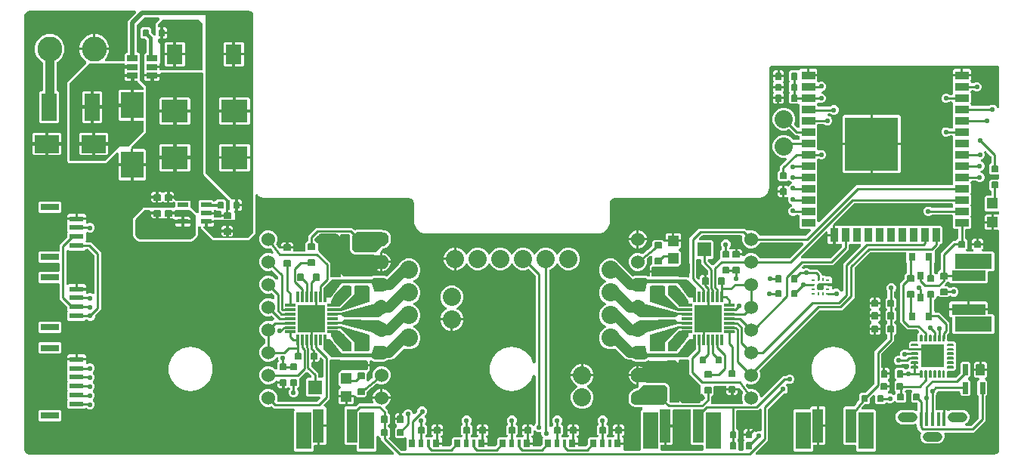
<source format=gbr>
G04 EAGLE Gerber RS-274X export*
G75*
%MOMM*%
%FSLAX34Y34*%
%LPD*%
%INTop Copper*%
%IPPOS*%
%AMOC8*
5,1,8,0,0,1.08239X$1,22.5*%
G01*
G04 Define Apertures*
%ADD10C,2.032000*%
%ADD11R,2.550000X3.000000*%
%ADD12R,3.000000X2.550000*%
%ADD13R,1.200000X0.700000*%
%ADD14R,1.800000X2.200000*%
%ADD15C,0.140000*%
%ADD16R,2.500000X2.500000*%
%ADD17R,1.500000X0.900000*%
%ADD18R,0.900000X1.500000*%
%ADD19R,6.000000X6.000000*%
%ADD20R,1.200000X0.550000*%
%ADD21R,1.730000X3.050000*%
%ADD22R,2.700000X2.000000*%
%ADD23C,2.800000*%
%ADD24R,0.300000X1.150000*%
%ADD25R,1.150000X0.300000*%
%ADD26R,3.150000X3.150000*%
%ADD27R,1.500000X1.600000*%
%ADD28R,1.200000X1.200000*%
%ADD29C,0.200000*%
%ADD30C,0.340000*%
%ADD31C,1.524000*%
%ADD32R,0.410000X0.280000*%
%ADD33R,0.280000X0.410000*%
%ADD34R,0.800000X0.900000*%
%ADD35R,0.400000X0.900000*%
%ADD36R,0.600000X0.900000*%
%ADD37R,0.750000X0.900000*%
%ADD38R,1.205000X3.760000*%
%ADD39R,1.710000X4.190000*%
%ADD40R,1.550000X0.600000*%
%ADD41R,2.100000X0.800000*%
%ADD42C,0.148500*%
%ADD43C,0.088500*%
%ADD44R,3.760000X1.205000*%
%ADD45R,4.190000X1.710000*%
%ADD46R,0.450000X1.500000*%
%ADD47C,1.100000*%
%ADD48C,0.228600*%
%ADD49C,0.553200*%
%ADD50C,0.304800*%
%ADD51C,0.508000*%
%ADD52C,1.143000*%
%ADD53C,0.381000*%
%ADD54C,1.016000*%
G36*
X-133134Y-155319D02*
X-133729Y-155440D01*
X-540000Y-155440D01*
X-540394Y-155388D01*
X-542727Y-154763D01*
X-543411Y-154369D01*
X-545119Y-152661D01*
X-545513Y-151977D01*
X-546138Y-149644D01*
X-546190Y-149250D01*
X-546190Y336366D01*
X-546138Y336760D01*
X-545513Y339093D01*
X-545119Y339777D01*
X-543411Y341485D01*
X-542727Y341879D01*
X-540394Y342504D01*
X-540000Y342556D01*
X-422343Y342556D01*
X-421817Y342462D01*
X-421301Y342143D01*
X-420950Y341649D01*
X-420820Y341056D01*
X-420931Y340460D01*
X-421266Y339954D01*
X-429327Y331894D01*
X-430100Y330026D01*
X-430100Y296464D01*
X-430202Y295915D01*
X-430529Y295404D01*
X-431030Y295061D01*
X-431624Y294940D01*
X-432072Y294940D01*
X-433560Y293452D01*
X-433560Y287274D01*
X-433662Y286725D01*
X-433989Y286214D01*
X-434490Y285871D01*
X-435084Y285750D01*
X-454684Y285750D01*
X-455210Y285844D01*
X-455726Y286163D01*
X-456077Y286657D01*
X-456207Y287250D01*
X-456096Y287846D01*
X-455761Y288352D01*
X-453738Y290375D01*
X-451220Y296454D01*
X-451220Y298474D01*
X-484300Y298474D01*
X-484300Y296454D01*
X-481782Y290375D01*
X-477037Y285630D01*
X-476721Y285169D01*
X-476591Y284577D01*
X-476702Y283981D01*
X-477037Y283475D01*
X-497058Y263454D01*
X-497327Y263145D01*
X-497520Y262846D01*
X-497670Y262524D01*
X-497773Y262184D01*
X-497831Y261811D01*
X-497840Y261588D01*
X-497840Y174043D01*
X-497811Y173635D01*
X-497737Y173287D01*
X-497615Y172954D01*
X-497447Y172640D01*
X-497237Y172353D01*
X-496989Y172098D01*
X-496708Y171880D01*
X-496399Y171704D01*
X-496068Y171573D01*
X-495733Y171492D01*
X-495236Y171450D01*
X-455983Y171450D01*
X-455575Y171479D01*
X-455227Y171553D01*
X-454894Y171675D01*
X-454580Y171843D01*
X-454275Y172066D01*
X-454111Y172217D01*
X-443342Y182986D01*
X-442903Y183292D01*
X-442313Y183432D01*
X-441715Y183330D01*
X-441204Y183003D01*
X-440861Y182503D01*
X-440740Y181909D01*
X-440740Y171120D01*
X-426720Y171120D01*
X-426720Y188025D01*
X-426299Y188025D01*
X-426492Y188297D01*
X-426622Y188890D01*
X-426511Y189486D01*
X-426176Y189992D01*
X-410992Y205176D01*
X-410723Y205485D01*
X-410530Y205784D01*
X-410380Y206106D01*
X-410277Y206446D01*
X-410219Y206819D01*
X-410210Y207042D01*
X-410210Y219817D01*
X-410160Y220073D01*
X-410160Y253037D01*
X-410210Y253283D01*
X-410210Y256487D01*
X-410239Y256895D01*
X-410313Y257243D01*
X-410435Y257577D01*
X-410603Y257890D01*
X-410826Y258195D01*
X-410977Y258359D01*
X-416114Y263496D01*
X-416439Y263979D01*
X-416560Y264573D01*
X-416560Y264637D01*
X-416480Y265047D01*
X-416480Y293452D01*
X-417968Y294940D01*
X-418416Y294940D01*
X-418965Y295042D01*
X-419476Y295369D01*
X-419819Y295870D01*
X-419940Y296464D01*
X-419940Y326281D01*
X-419829Y326853D01*
X-419494Y327358D01*
X-412362Y334490D01*
X-411879Y334815D01*
X-411285Y334936D01*
X-396235Y334936D01*
X-395709Y334842D01*
X-395193Y334523D01*
X-394842Y334029D01*
X-394712Y333436D01*
X-394823Y332840D01*
X-395158Y332334D01*
X-397998Y329494D01*
X-398267Y329185D01*
X-398460Y328886D01*
X-398610Y328564D01*
X-398713Y328224D01*
X-398771Y327851D01*
X-398780Y327628D01*
X-398780Y316035D01*
X-398874Y315509D01*
X-399193Y314993D01*
X-399687Y314642D01*
X-400280Y314512D01*
X-400876Y314623D01*
X-401382Y314958D01*
X-403724Y317300D01*
X-404049Y317783D01*
X-404170Y318377D01*
X-404170Y322017D01*
X-406068Y323915D01*
X-414352Y323915D01*
X-416250Y322017D01*
X-416250Y312983D01*
X-414352Y311085D01*
X-411099Y311085D01*
X-410550Y310983D01*
X-410039Y310656D01*
X-409696Y310155D01*
X-409575Y309561D01*
X-409575Y296068D01*
X-409686Y295496D01*
X-410021Y294991D01*
X-411560Y293452D01*
X-411560Y271170D01*
X-394480Y271170D01*
X-394480Y271526D01*
X-394378Y272075D01*
X-394051Y272586D01*
X-393550Y272929D01*
X-392956Y273050D01*
X-346964Y273050D01*
X-346415Y272948D01*
X-345904Y272621D01*
X-345561Y272120D01*
X-345440Y271526D01*
X-345440Y160073D01*
X-345411Y159665D01*
X-345337Y159317D01*
X-345215Y158984D01*
X-345047Y158670D01*
X-344824Y158365D01*
X-344673Y158201D01*
X-316676Y130204D01*
X-316351Y129721D01*
X-316230Y129127D01*
X-316230Y120594D01*
X-316332Y120045D01*
X-316659Y119534D01*
X-317160Y119191D01*
X-317500Y119122D01*
X-317500Y111760D01*
X-325232Y111760D01*
X-325287Y111465D01*
X-325614Y110954D01*
X-326115Y110611D01*
X-326709Y110490D01*
X-332535Y110490D01*
X-333084Y110592D01*
X-333595Y110919D01*
X-333938Y111420D01*
X-334059Y112014D01*
X-334059Y114300D01*
X-343869Y114300D01*
X-343869Y116840D01*
X-334059Y116840D01*
X-334059Y117893D01*
X-333965Y118419D01*
X-333646Y118935D01*
X-333152Y119286D01*
X-332559Y119417D01*
X-331963Y119305D01*
X-331457Y118970D01*
X-330532Y118045D01*
X-326709Y118045D01*
X-326160Y117943D01*
X-325649Y117616D01*
X-325306Y117115D01*
X-325185Y116521D01*
X-325185Y114300D01*
X-320040Y114300D01*
X-320040Y119705D01*
X-320027Y119705D01*
X-320229Y120000D01*
X-320350Y120594D01*
X-320350Y128977D01*
X-322248Y130875D01*
X-330532Y130875D01*
X-332219Y129188D01*
X-332680Y128872D01*
X-333273Y128742D01*
X-333869Y128853D01*
X-334375Y129188D01*
X-335547Y130360D01*
X-349651Y130360D01*
X-351139Y128872D01*
X-351139Y121208D01*
X-350953Y120937D01*
X-350823Y120344D01*
X-350934Y119748D01*
X-351139Y119438D01*
X-351139Y117110D01*
X-351233Y116584D01*
X-351552Y116068D01*
X-352046Y115717D01*
X-352639Y115587D01*
X-353235Y115698D01*
X-353741Y116033D01*
X-358846Y121138D01*
X-359155Y121407D01*
X-359366Y121543D01*
X-359940Y122228D01*
X-360061Y122822D01*
X-360061Y128872D01*
X-361549Y130360D01*
X-375653Y130360D01*
X-375793Y130220D01*
X-376232Y129914D01*
X-376822Y129774D01*
X-377420Y129876D01*
X-377931Y130203D01*
X-378274Y130703D01*
X-378395Y131297D01*
X-378395Y132080D01*
X-383540Y132080D01*
X-383540Y127310D01*
X-380293Y127310D01*
X-379743Y127860D01*
X-379304Y128166D01*
X-378714Y128306D01*
X-378116Y128204D01*
X-377605Y127877D01*
X-377262Y127377D01*
X-377141Y126783D01*
X-377141Y123444D01*
X-377243Y122895D01*
X-377570Y122384D01*
X-378071Y122041D01*
X-378665Y121920D01*
X-411427Y121920D01*
X-411835Y121891D01*
X-412183Y121817D01*
X-412517Y121695D01*
X-412830Y121527D01*
X-413135Y121304D01*
X-413299Y121153D01*
X-423398Y111054D01*
X-423667Y110745D01*
X-423860Y110446D01*
X-424010Y110124D01*
X-424113Y109784D01*
X-424171Y109411D01*
X-424180Y109188D01*
X-424180Y90223D01*
X-424151Y89815D01*
X-424077Y89467D01*
X-423955Y89134D01*
X-423787Y88820D01*
X-423564Y88515D01*
X-423413Y88351D01*
X-419664Y84602D01*
X-419355Y84333D01*
X-419056Y84140D01*
X-418734Y83990D01*
X-418394Y83887D01*
X-418021Y83829D01*
X-417798Y83820D01*
X-359463Y83820D01*
X-359055Y83849D01*
X-358707Y83923D01*
X-358374Y84045D01*
X-358060Y84213D01*
X-357755Y84436D01*
X-357591Y84587D01*
X-352572Y89606D01*
X-352303Y89915D01*
X-352110Y90214D01*
X-351960Y90536D01*
X-351857Y90876D01*
X-351799Y91249D01*
X-351790Y91472D01*
X-351790Y99256D01*
X-351688Y99805D01*
X-351361Y100316D01*
X-350860Y100659D01*
X-350266Y100780D01*
X-349504Y100780D01*
X-348955Y100678D01*
X-348444Y100351D01*
X-348101Y99850D01*
X-347980Y99256D01*
X-347980Y99113D01*
X-347951Y98705D01*
X-347877Y98357D01*
X-347755Y98024D01*
X-347587Y97710D01*
X-347364Y97405D01*
X-347213Y97241D01*
X-335844Y85872D01*
X-335535Y85603D01*
X-335236Y85410D01*
X-334914Y85260D01*
X-334574Y85157D01*
X-334201Y85099D01*
X-333978Y85090D01*
X-295963Y85090D01*
X-295555Y85119D01*
X-295207Y85193D01*
X-294874Y85315D01*
X-294560Y85483D01*
X-294255Y85706D01*
X-294091Y85857D01*
X-287802Y92146D01*
X-287533Y92455D01*
X-287340Y92754D01*
X-287190Y93076D01*
X-287087Y93416D01*
X-287029Y93789D01*
X-287020Y94012D01*
X-287020Y135176D01*
X-286926Y135703D01*
X-286607Y136219D01*
X-286113Y136570D01*
X-285520Y136700D01*
X-284924Y136589D01*
X-284418Y136254D01*
X-282823Y134658D01*
X-277747Y132556D01*
X-115600Y132556D01*
X-115205Y132504D01*
X-112872Y131879D01*
X-112189Y131485D01*
X-110481Y129777D01*
X-110087Y129093D01*
X-109462Y126760D01*
X-109410Y126366D01*
X-109410Y103619D01*
X-107307Y98543D01*
X-103422Y94658D01*
X-98347Y92556D01*
X98347Y92556D01*
X103423Y94658D01*
X107308Y98543D01*
X109410Y103619D01*
X109410Y126366D01*
X109462Y126760D01*
X110087Y129093D01*
X110482Y129777D01*
X112189Y131485D01*
X112873Y131879D01*
X115206Y132504D01*
X115600Y132556D01*
X277747Y132556D01*
X282823Y134658D01*
X286708Y138543D01*
X288810Y143619D01*
X288810Y278962D01*
X288912Y279511D01*
X289239Y280022D01*
X289740Y280365D01*
X290334Y280486D01*
X544666Y280486D01*
X545215Y280384D01*
X545726Y280057D01*
X546069Y279556D01*
X546190Y278962D01*
X546190Y234815D01*
X546100Y234300D01*
X545786Y233781D01*
X545294Y233427D01*
X544702Y233292D01*
X544105Y233398D01*
X543597Y233729D01*
X543258Y234232D01*
X542978Y234908D01*
X541486Y236400D01*
X539535Y237208D01*
X537425Y237208D01*
X535474Y236400D01*
X535222Y236147D01*
X534738Y235822D01*
X534144Y235701D01*
X515574Y235701D01*
X515025Y235803D01*
X514514Y236130D01*
X514171Y236631D01*
X514050Y237225D01*
X514050Y237698D01*
X514014Y237751D01*
X513884Y238344D01*
X513995Y238940D01*
X514050Y239023D01*
X514050Y250398D01*
X514014Y250451D01*
X513884Y251044D01*
X513995Y251640D01*
X514050Y251723D01*
X514050Y252211D01*
X514152Y252760D01*
X514479Y253271D01*
X514980Y253614D01*
X515574Y253735D01*
X516132Y253735D01*
X516704Y253624D01*
X517210Y253289D01*
X517948Y252550D01*
X519899Y251742D01*
X522009Y251742D01*
X523960Y252550D01*
X525452Y254042D01*
X526260Y255993D01*
X526260Y258103D01*
X525452Y260054D01*
X523960Y261546D01*
X522009Y262354D01*
X519899Y262354D01*
X517947Y261546D01*
X517466Y261222D01*
X516872Y261101D01*
X515574Y261101D01*
X515025Y261203D01*
X514514Y261530D01*
X514171Y262031D01*
X514050Y262625D01*
X514050Y263098D01*
X514014Y263151D01*
X513884Y263744D01*
X513995Y264340D01*
X514050Y264423D01*
X514050Y268848D01*
X493970Y268848D01*
X493970Y264438D01*
X494006Y264385D01*
X494136Y263792D01*
X494025Y263196D01*
X493970Y263113D01*
X493970Y251738D01*
X494006Y251685D01*
X494136Y251092D01*
X494025Y250496D01*
X493970Y250413D01*
X493970Y249555D01*
X493868Y249006D01*
X493541Y248495D01*
X493040Y248152D01*
X492446Y248031D01*
X490862Y248031D01*
X490290Y248142D01*
X489784Y248477D01*
X489416Y248846D01*
X487465Y249654D01*
X485355Y249654D01*
X483404Y248846D01*
X481912Y247354D01*
X481104Y245403D01*
X481104Y243293D01*
X481912Y241342D01*
X483404Y239850D01*
X485355Y239042D01*
X487465Y239042D01*
X489416Y239850D01*
X489784Y240219D01*
X490268Y240544D01*
X490862Y240665D01*
X492446Y240665D01*
X492995Y240563D01*
X493506Y240236D01*
X493849Y239735D01*
X493970Y239141D01*
X493970Y239038D01*
X494006Y238985D01*
X494136Y238392D01*
X494025Y237796D01*
X493970Y237713D01*
X493970Y226338D01*
X494006Y226285D01*
X494136Y225692D01*
X494025Y225096D01*
X493970Y225013D01*
X493970Y213638D01*
X494006Y213585D01*
X494136Y212992D01*
X494025Y212396D01*
X493970Y212313D01*
X493970Y211825D01*
X493868Y211276D01*
X493541Y210765D01*
X493040Y210422D01*
X492446Y210301D01*
X490746Y210301D01*
X490174Y210412D01*
X489668Y210747D01*
X489416Y211000D01*
X487465Y211808D01*
X485355Y211808D01*
X483404Y211000D01*
X481912Y209508D01*
X481104Y207557D01*
X481104Y205447D01*
X481912Y203496D01*
X483404Y202004D01*
X485355Y201196D01*
X487465Y201196D01*
X489416Y202004D01*
X489900Y202489D01*
X490384Y202814D01*
X490978Y202935D01*
X492446Y202935D01*
X492995Y202833D01*
X493506Y202506D01*
X493849Y202005D01*
X493970Y201411D01*
X493970Y200938D01*
X494006Y200885D01*
X494136Y200292D01*
X494025Y199696D01*
X493970Y199613D01*
X493970Y188238D01*
X494006Y188185D01*
X494136Y187592D01*
X494025Y186996D01*
X493970Y186913D01*
X493970Y175538D01*
X494006Y175485D01*
X494136Y174892D01*
X494025Y174296D01*
X493970Y174213D01*
X493970Y162838D01*
X494006Y162785D01*
X494136Y162192D01*
X494025Y161596D01*
X493970Y161513D01*
X493970Y150138D01*
X494006Y150085D01*
X494136Y149492D01*
X494025Y148896D01*
X493970Y148813D01*
X493970Y148325D01*
X493868Y147776D01*
X493541Y147265D01*
X493040Y146922D01*
X492446Y146801D01*
X385686Y146801D01*
X344652Y105766D01*
X344213Y105460D01*
X343623Y105321D01*
X343025Y105422D01*
X342514Y105749D01*
X342171Y106249D01*
X342050Y106844D01*
X342050Y110698D01*
X342014Y110751D01*
X341884Y111344D01*
X341995Y111940D01*
X342050Y112023D01*
X342050Y123398D01*
X342014Y123451D01*
X341884Y124044D01*
X341995Y124640D01*
X342050Y124723D01*
X342050Y136098D01*
X342014Y136151D01*
X341884Y136744D01*
X341995Y137340D01*
X342050Y137423D01*
X342050Y148798D01*
X342014Y148851D01*
X341884Y149444D01*
X341995Y150040D01*
X342050Y150123D01*
X342050Y161498D01*
X342014Y161551D01*
X341884Y162144D01*
X341995Y162740D01*
X342050Y162823D01*
X342050Y174198D01*
X342014Y174251D01*
X341884Y174844D01*
X341995Y175440D01*
X342330Y175946D01*
X342478Y176094D01*
X342950Y176415D01*
X343543Y176540D01*
X344139Y176424D01*
X345655Y175796D01*
X347765Y175796D01*
X349716Y176604D01*
X351208Y178096D01*
X352016Y180047D01*
X352016Y182157D01*
X351208Y184108D01*
X349716Y185600D01*
X347765Y186408D01*
X345655Y186408D01*
X344157Y185788D01*
X343623Y185673D01*
X343025Y185774D01*
X342514Y186101D01*
X342171Y186601D01*
X342136Y186773D01*
X342014Y186951D01*
X341884Y187544D01*
X341995Y188140D01*
X342050Y188223D01*
X342050Y199598D01*
X342014Y199651D01*
X341884Y200244D01*
X341995Y200840D01*
X342050Y200923D01*
X342050Y212298D01*
X342014Y212351D01*
X341884Y212944D01*
X341995Y213540D01*
X342050Y213623D01*
X342050Y213995D01*
X342152Y214544D01*
X342479Y215055D01*
X342980Y215398D01*
X343574Y215519D01*
X349116Y215519D01*
X349688Y215408D01*
X350194Y215073D01*
X350562Y214704D01*
X352513Y213896D01*
X354623Y213896D01*
X356574Y214704D01*
X358066Y216196D01*
X358874Y218147D01*
X358874Y220257D01*
X358066Y222208D01*
X356574Y223700D01*
X354582Y224525D01*
X354141Y224805D01*
X353782Y225294D01*
X353642Y225884D01*
X353744Y226482D01*
X354071Y226993D01*
X354571Y227336D01*
X355166Y227457D01*
X356228Y227457D01*
X356800Y227346D01*
X357306Y227011D01*
X357674Y226642D01*
X359625Y225834D01*
X361735Y225834D01*
X363686Y226642D01*
X365178Y228134D01*
X365986Y230085D01*
X365986Y232195D01*
X365178Y234146D01*
X363686Y235638D01*
X361735Y236446D01*
X359625Y236446D01*
X357674Y235638D01*
X357306Y235269D01*
X356822Y234944D01*
X356228Y234823D01*
X343574Y234823D01*
X343025Y234925D01*
X342514Y235252D01*
X342171Y235753D01*
X342050Y236347D01*
X342050Y237867D01*
X341961Y238231D01*
X342058Y238830D01*
X342381Y239343D01*
X342878Y239690D01*
X343472Y239816D01*
X344067Y239700D01*
X345655Y239042D01*
X347765Y239042D01*
X349716Y239850D01*
X351208Y241342D01*
X352016Y243293D01*
X352016Y245403D01*
X351208Y247354D01*
X349716Y248846D01*
X348031Y249544D01*
X347580Y249832D01*
X347225Y250324D01*
X347091Y250916D01*
X347197Y251513D01*
X347528Y252021D01*
X348031Y252360D01*
X349716Y253058D01*
X351208Y254550D01*
X352016Y256501D01*
X352016Y258611D01*
X351208Y260562D01*
X349716Y262054D01*
X347765Y262862D01*
X345655Y262862D01*
X344123Y262228D01*
X343564Y262112D01*
X342968Y262223D01*
X342462Y262558D01*
X342330Y262690D01*
X342014Y263151D01*
X341884Y263744D01*
X341995Y264340D01*
X342050Y264423D01*
X342050Y268848D01*
X330740Y268848D01*
X330740Y277158D01*
X323458Y277158D01*
X322147Y275847D01*
X321664Y275522D01*
X321070Y275401D01*
X312342Y275401D01*
X310444Y273503D01*
X310444Y264469D01*
X310818Y264095D01*
X311134Y263634D01*
X311265Y263041D01*
X311153Y262445D01*
X310818Y261939D01*
X310190Y261311D01*
X310190Y252277D01*
X310691Y251776D01*
X311007Y251315D01*
X311138Y250722D01*
X311026Y250126D01*
X310691Y249620D01*
X310190Y249119D01*
X310190Y240085D01*
X312088Y238187D01*
X320446Y238187D01*
X320995Y238085D01*
X321506Y237758D01*
X321849Y237257D01*
X321970Y236663D01*
X321970Y226338D01*
X322006Y226285D01*
X322136Y225692D01*
X322025Y225096D01*
X321970Y225013D01*
X321970Y213638D01*
X322006Y213585D01*
X322136Y212992D01*
X322025Y212396D01*
X321874Y212168D01*
X321557Y211655D01*
X321063Y211304D01*
X320470Y211174D01*
X319874Y211285D01*
X319368Y211620D01*
X316766Y214223D01*
X316445Y214695D01*
X316319Y215288D01*
X316435Y215884D01*
X317500Y218454D01*
X317500Y223506D01*
X315567Y228174D01*
X311994Y231747D01*
X307326Y233680D01*
X302274Y233680D01*
X297606Y231747D01*
X294033Y228174D01*
X292100Y223506D01*
X292100Y218454D01*
X294033Y213786D01*
X297606Y210213D01*
X302274Y208280D01*
X307326Y208280D01*
X309896Y209345D01*
X310455Y209460D01*
X311052Y209349D01*
X311557Y209014D01*
X317636Y202935D01*
X320446Y202935D01*
X320995Y202833D01*
X321506Y202506D01*
X321849Y202005D01*
X321970Y201411D01*
X321970Y200938D01*
X322006Y200885D01*
X322136Y200292D01*
X322025Y199696D01*
X321970Y199613D01*
X321970Y199125D01*
X321868Y198576D01*
X321541Y198065D01*
X321040Y197722D01*
X320446Y197601D01*
X316291Y197601D01*
X315719Y197712D01*
X315213Y198047D01*
X311994Y201267D01*
X307326Y203200D01*
X302274Y203200D01*
X297606Y201267D01*
X294033Y197694D01*
X292100Y193026D01*
X292100Y187974D01*
X294033Y183306D01*
X297606Y179733D01*
X302274Y177800D01*
X306261Y177800D01*
X306804Y177700D01*
X307316Y177376D01*
X307661Y176877D01*
X307785Y176283D01*
X307667Y175688D01*
X307326Y175186D01*
X302981Y170938D01*
X302878Y170870D01*
X301454Y169446D01*
X301442Y169433D01*
X300355Y168371D01*
X300355Y166851D01*
X300355Y166834D01*
X300336Y165204D01*
X300225Y164649D01*
X299890Y164143D01*
X297623Y161876D01*
X297623Y153592D01*
X299521Y151694D01*
X308555Y151694D01*
X308962Y152101D01*
X309423Y152417D01*
X310015Y152547D01*
X310611Y152436D01*
X311117Y152101D01*
X312014Y151204D01*
X312779Y150887D01*
X313229Y150599D01*
X313584Y150107D01*
X313719Y149515D01*
X313613Y148918D01*
X313282Y148410D01*
X312779Y148071D01*
X312014Y147754D01*
X310482Y146222D01*
X310021Y145906D01*
X309429Y145776D01*
X308832Y145887D01*
X308671Y145994D01*
X305308Y145994D01*
X305308Y133914D01*
X308386Y133914D01*
X308924Y133816D01*
X309438Y133493D01*
X309785Y132996D01*
X309910Y132402D01*
X309794Y131807D01*
X309714Y131611D01*
X309714Y129501D01*
X310521Y127550D01*
X312014Y126058D01*
X313085Y125614D01*
X313536Y125326D01*
X313891Y124834D01*
X314026Y124242D01*
X313919Y123645D01*
X313588Y123137D01*
X313085Y122798D01*
X312014Y122354D01*
X310521Y120862D01*
X309714Y118911D01*
X309714Y116801D01*
X310521Y114850D01*
X312014Y113358D01*
X313964Y112550D01*
X316075Y112550D01*
X318025Y113358D01*
X318256Y113589D01*
X318739Y113914D01*
X319334Y114035D01*
X320446Y114035D01*
X320995Y113933D01*
X321506Y113606D01*
X321849Y113105D01*
X321970Y112511D01*
X321970Y112038D01*
X322006Y111985D01*
X322136Y111392D01*
X322025Y110796D01*
X321970Y110713D01*
X321970Y99466D01*
X323458Y97978D01*
X333184Y97978D01*
X333711Y97884D01*
X334227Y97565D01*
X334578Y97071D01*
X334708Y96478D01*
X334597Y95882D01*
X334262Y95376D01*
X329375Y90489D01*
X328892Y90164D01*
X328297Y90043D01*
X278460Y90043D01*
X277899Y90150D01*
X277391Y90481D01*
X277052Y90984D01*
X276583Y92115D01*
X273725Y94973D01*
X269991Y96520D01*
X265949Y96520D01*
X264818Y96051D01*
X264259Y95936D01*
X263663Y96047D01*
X263157Y96382D01*
X261368Y98171D01*
X209802Y98171D01*
X199009Y87378D01*
X199009Y44762D01*
X198945Y44326D01*
X198659Y43791D01*
X198187Y43410D01*
X197604Y43243D01*
X197125Y43301D01*
X197123Y43290D01*
X196685Y43375D01*
X196451Y43406D01*
X196020Y43434D01*
X188279Y43434D01*
X187730Y43536D01*
X187219Y43863D01*
X186876Y44364D01*
X186755Y44958D01*
X186755Y46990D01*
X179070Y46990D01*
X179070Y49530D01*
X186755Y49530D01*
X186755Y52402D01*
X185623Y53534D01*
X185317Y53973D01*
X185177Y54563D01*
X185279Y55161D01*
X185606Y55672D01*
X186106Y56015D01*
X186700Y56136D01*
X187680Y56136D01*
X189168Y57624D01*
X189168Y71728D01*
X187298Y73598D01*
X186982Y74059D01*
X186852Y74652D01*
X186963Y75248D01*
X187298Y75754D01*
X189168Y77624D01*
X189168Y83406D01*
X171453Y83406D01*
X171453Y84280D01*
X171181Y84087D01*
X170588Y83957D01*
X169992Y84068D01*
X169486Y84403D01*
X168347Y85542D01*
X159313Y85542D01*
X157415Y83644D01*
X157415Y79767D01*
X157237Y79052D01*
X156851Y78584D01*
X146780Y70414D01*
X146425Y70199D01*
X145832Y70074D01*
X145236Y70190D01*
X142991Y71120D01*
X138949Y71120D01*
X135215Y69573D01*
X132357Y66715D01*
X130810Y62981D01*
X130810Y58939D01*
X132357Y55205D01*
X135215Y52347D01*
X138949Y50800D01*
X142991Y50800D01*
X146725Y52347D01*
X149583Y55205D01*
X151130Y58939D01*
X151130Y62981D01*
X151107Y63037D01*
X150997Y63754D01*
X151169Y64335D01*
X151555Y64803D01*
X154931Y67542D01*
X155252Y67742D01*
X155842Y67881D01*
X156440Y67780D01*
X156951Y67453D01*
X157294Y66953D01*
X157415Y66358D01*
X157415Y59164D01*
X157313Y58615D01*
X156986Y58104D01*
X156485Y57761D01*
X156484Y57760D01*
X154290Y55566D01*
X154290Y51370D01*
X165100Y51370D01*
X165100Y48830D01*
X154290Y48830D01*
X154290Y45757D01*
X154228Y45325D01*
X153943Y44789D01*
X153473Y44407D01*
X152890Y44238D01*
X152288Y44310D01*
X151761Y44611D01*
X151485Y44853D01*
X151304Y44993D01*
X150956Y45222D01*
X150644Y45374D01*
X150430Y45463D01*
X150035Y45595D01*
X149695Y45661D01*
X149461Y45692D01*
X149030Y45720D01*
X138903Y45720D01*
X138586Y45640D01*
X138353Y45618D01*
X137718Y45491D01*
X136909Y45246D01*
X136311Y44998D01*
X136235Y44958D01*
X135541Y44778D01*
X134945Y44889D01*
X134439Y45224D01*
X121626Y58037D01*
X121296Y58532D01*
X121098Y59010D01*
X117525Y62583D01*
X112857Y64516D01*
X107805Y64516D01*
X103137Y62583D01*
X99564Y59010D01*
X97631Y54342D01*
X97631Y49290D01*
X99564Y44622D01*
X103137Y41049D01*
X104406Y40524D01*
X104856Y40236D01*
X105211Y39744D01*
X105346Y39152D01*
X105240Y38555D01*
X104909Y38047D01*
X104406Y37708D01*
X103137Y37183D01*
X99564Y33610D01*
X97631Y28942D01*
X97631Y23890D01*
X99564Y19222D01*
X103137Y15649D01*
X104406Y15124D01*
X104856Y14836D01*
X105211Y14344D01*
X105346Y13752D01*
X105240Y13155D01*
X104909Y12647D01*
X104406Y12308D01*
X103137Y11783D01*
X99564Y8210D01*
X97631Y3542D01*
X97631Y-1510D01*
X99564Y-6178D01*
X103137Y-9751D01*
X104406Y-10276D01*
X104856Y-10564D01*
X105211Y-11056D01*
X105346Y-11648D01*
X105240Y-12245D01*
X104909Y-12753D01*
X104406Y-13092D01*
X103137Y-13617D01*
X99564Y-17190D01*
X97631Y-21858D01*
X97631Y-26910D01*
X99564Y-31578D01*
X103137Y-35151D01*
X107805Y-37084D01*
X112857Y-37084D01*
X114807Y-36277D01*
X115366Y-36161D01*
X115962Y-36272D01*
X116468Y-36607D01*
X127499Y-47638D01*
X130533Y-48895D01*
X133964Y-48895D01*
X134394Y-48957D01*
X134930Y-49241D01*
X135027Y-49320D01*
X135564Y-49679D01*
X136311Y-50078D01*
X136909Y-50326D01*
X137718Y-50571D01*
X138353Y-50698D01*
X138586Y-50720D01*
X138903Y-50800D01*
X149030Y-50800D01*
X149461Y-50772D01*
X149688Y-50742D01*
X150095Y-50659D01*
X150424Y-50546D01*
X150637Y-50457D01*
X151010Y-50271D01*
X151298Y-50077D01*
X151485Y-49933D01*
X151761Y-49691D01*
X152127Y-49453D01*
X152717Y-49314D01*
X153315Y-49415D01*
X153826Y-49742D01*
X154169Y-50242D01*
X154290Y-50837D01*
X154290Y-53910D01*
X165100Y-53910D01*
X165100Y-62720D01*
X171296Y-62720D01*
X173370Y-60646D01*
X173370Y-60606D01*
X173464Y-60080D01*
X173783Y-59564D01*
X174277Y-59213D01*
X174870Y-59083D01*
X175466Y-59194D01*
X175747Y-59380D01*
X179070Y-59380D01*
X179070Y-52070D01*
X186755Y-52070D01*
X186755Y-50038D01*
X186857Y-49489D01*
X187184Y-48978D01*
X187685Y-48635D01*
X188279Y-48514D01*
X196020Y-48514D01*
X196451Y-48486D01*
X196730Y-48449D01*
X196732Y-48462D01*
X197526Y-48529D01*
X198037Y-48856D01*
X198380Y-49356D01*
X198501Y-49950D01*
X198501Y-64518D01*
X206956Y-72972D01*
X207262Y-73411D01*
X207401Y-74001D01*
X207300Y-74599D01*
X206973Y-75110D01*
X206473Y-75453D01*
X205878Y-75574D01*
X200626Y-75574D01*
X200626Y-87884D01*
X187816Y-87884D01*
X187816Y-95377D01*
X187714Y-95926D01*
X187387Y-96437D01*
X186886Y-96780D01*
X186292Y-96901D01*
X177795Y-96901D01*
X177186Y-96774D01*
X176690Y-96426D01*
X176368Y-95912D01*
X176272Y-95313D01*
X176276Y-95218D01*
X176276Y-79555D01*
X176247Y-79147D01*
X176173Y-78799D01*
X176051Y-78466D01*
X175883Y-78152D01*
X175660Y-77847D01*
X175509Y-77683D01*
X173030Y-75204D01*
X172721Y-74935D01*
X172422Y-74742D01*
X172100Y-74592D01*
X171760Y-74489D01*
X171387Y-74431D01*
X171164Y-74422D01*
X150636Y-74422D01*
X150109Y-74328D01*
X149593Y-74009D01*
X149242Y-73515D01*
X149112Y-72922D01*
X149223Y-72326D01*
X149558Y-71820D01*
X149583Y-71795D01*
X151130Y-68061D01*
X151130Y-67310D01*
X142240Y-67310D01*
X142240Y-76835D01*
X141757Y-76835D01*
X141950Y-77107D01*
X142080Y-77700D01*
X141969Y-78296D01*
X141634Y-78802D01*
X139996Y-80440D01*
X139647Y-80701D01*
X139185Y-80843D01*
X139188Y-80860D01*
X138480Y-81001D01*
X137671Y-81246D01*
X137073Y-81494D01*
X136326Y-81893D01*
X135789Y-82252D01*
X135106Y-82812D01*
X134865Y-83031D01*
X132815Y-85081D01*
X132596Y-85322D01*
X132036Y-86005D01*
X131677Y-86542D01*
X131278Y-87289D01*
X131030Y-87887D01*
X130785Y-88696D01*
X130658Y-89331D01*
X130572Y-90210D01*
X130556Y-90533D01*
X130556Y-93617D01*
X130572Y-93940D01*
X130659Y-94819D01*
X130785Y-95454D01*
X131030Y-96263D01*
X131278Y-96861D01*
X131677Y-97608D01*
X132036Y-98145D01*
X132596Y-98828D01*
X132815Y-99069D01*
X133212Y-99466D01*
X133433Y-99668D01*
X134061Y-100191D01*
X134555Y-100531D01*
X135237Y-100916D01*
X135782Y-101161D01*
X136523Y-101416D01*
X137105Y-101558D01*
X137913Y-101680D01*
X138212Y-101711D01*
X140545Y-101848D01*
X140738Y-101854D01*
X144771Y-101854D01*
X145297Y-101948D01*
X145813Y-102267D01*
X146164Y-102761D01*
X146294Y-103354D01*
X146183Y-103950D01*
X145848Y-104456D01*
X144160Y-106144D01*
X144160Y-149090D01*
X144058Y-149639D01*
X143731Y-150150D01*
X143230Y-150493D01*
X142636Y-150614D01*
X126362Y-150614D01*
X125836Y-150520D01*
X125320Y-150201D01*
X124969Y-149707D01*
X124839Y-149114D01*
X124950Y-148518D01*
X125005Y-148435D01*
X125005Y-144010D01*
X117195Y-144010D01*
X117195Y-141470D01*
X125005Y-141470D01*
X125005Y-137188D01*
X123772Y-135955D01*
X123456Y-135494D01*
X123326Y-134902D01*
X123437Y-134306D01*
X123772Y-133800D01*
X125420Y-132152D01*
X125420Y-128905D01*
X113340Y-128905D01*
X113340Y-132152D01*
X114286Y-133098D01*
X114592Y-133537D01*
X114732Y-134127D01*
X114630Y-134725D01*
X114303Y-135236D01*
X113803Y-135579D01*
X113209Y-135700D01*
X107771Y-135700D01*
X107245Y-135606D01*
X106729Y-135287D01*
X106378Y-134793D01*
X106248Y-134200D01*
X106359Y-133604D01*
X106694Y-133098D01*
X107640Y-132152D01*
X107640Y-123118D01*
X106311Y-121789D01*
X105995Y-121328D01*
X105864Y-120735D01*
X105976Y-120139D01*
X105984Y-120126D01*
X105982Y-120126D01*
X106906Y-117895D01*
X106906Y-115785D01*
X106098Y-113834D01*
X104606Y-112342D01*
X102655Y-111534D01*
X100545Y-111534D01*
X98594Y-112342D01*
X97102Y-113834D01*
X96294Y-115785D01*
X96294Y-117895D01*
X97204Y-120092D01*
X97205Y-120094D01*
X97206Y-120098D01*
X97218Y-120126D01*
X97213Y-120128D01*
X97336Y-120687D01*
X97224Y-121283D01*
X96889Y-121789D01*
X95560Y-123118D01*
X95560Y-132152D01*
X96506Y-133098D01*
X96812Y-133537D01*
X96952Y-134127D01*
X96850Y-134725D01*
X96523Y-135236D01*
X96023Y-135579D01*
X95429Y-135700D01*
X86671Y-135700D01*
X85183Y-137188D01*
X85183Y-143190D01*
X85072Y-143762D01*
X84737Y-144268D01*
X83354Y-145651D01*
X82871Y-145976D01*
X82276Y-146097D01*
X75729Y-146097D01*
X75180Y-145995D01*
X74669Y-145668D01*
X74326Y-145167D01*
X74205Y-144573D01*
X74205Y-144010D01*
X66395Y-144010D01*
X66395Y-141470D01*
X74205Y-141470D01*
X74205Y-137188D01*
X72972Y-135955D01*
X72656Y-135494D01*
X72526Y-134902D01*
X72637Y-134306D01*
X72972Y-133800D01*
X74620Y-132152D01*
X74620Y-128905D01*
X62540Y-128905D01*
X62540Y-132152D01*
X63486Y-133098D01*
X63792Y-133537D01*
X63932Y-134127D01*
X63830Y-134725D01*
X63503Y-135236D01*
X63003Y-135579D01*
X62409Y-135700D01*
X56971Y-135700D01*
X56445Y-135606D01*
X55929Y-135287D01*
X55578Y-134793D01*
X55448Y-134200D01*
X55559Y-133604D01*
X55894Y-133098D01*
X56840Y-132152D01*
X56840Y-123118D01*
X55511Y-121789D01*
X55195Y-121328D01*
X55064Y-120735D01*
X55176Y-120139D01*
X55184Y-120126D01*
X55182Y-120126D01*
X56106Y-117895D01*
X56106Y-115785D01*
X55298Y-113834D01*
X53806Y-112342D01*
X51855Y-111534D01*
X49745Y-111534D01*
X47794Y-112342D01*
X46302Y-113834D01*
X45494Y-115785D01*
X45494Y-117895D01*
X46404Y-120092D01*
X46405Y-120094D01*
X46406Y-120098D01*
X46418Y-120126D01*
X46413Y-120128D01*
X46536Y-120687D01*
X46424Y-121283D01*
X46089Y-121789D01*
X44385Y-123493D01*
X43946Y-123799D01*
X43356Y-123939D01*
X42758Y-123837D01*
X42247Y-123510D01*
X41904Y-123010D01*
X41783Y-122416D01*
X41783Y51241D01*
X41890Y51802D01*
X42221Y52310D01*
X42724Y52649D01*
X45294Y53713D01*
X48867Y57286D01*
X49392Y58555D01*
X49680Y59005D01*
X50172Y59360D01*
X50764Y59495D01*
X51361Y59389D01*
X51869Y59058D01*
X52208Y58555D01*
X52733Y57286D01*
X56306Y53713D01*
X60974Y51780D01*
X66026Y51780D01*
X70694Y53713D01*
X74267Y57286D01*
X76200Y61954D01*
X76200Y67006D01*
X74267Y71674D01*
X70694Y75247D01*
X66026Y77180D01*
X60974Y77180D01*
X56306Y75247D01*
X52733Y71674D01*
X52208Y70405D01*
X51920Y69955D01*
X51428Y69600D01*
X50836Y69465D01*
X50239Y69572D01*
X49731Y69902D01*
X49392Y70405D01*
X48867Y71674D01*
X45294Y75247D01*
X40626Y77180D01*
X35574Y77180D01*
X30906Y75247D01*
X27333Y71674D01*
X26808Y70405D01*
X26520Y69955D01*
X26028Y69600D01*
X25436Y69465D01*
X24839Y69572D01*
X24331Y69902D01*
X23992Y70405D01*
X23467Y71674D01*
X19894Y75247D01*
X15226Y77180D01*
X10174Y77180D01*
X5506Y75247D01*
X1933Y71674D01*
X1408Y70405D01*
X1120Y69955D01*
X628Y69600D01*
X36Y69465D01*
X-561Y69572D01*
X-1069Y69902D01*
X-1408Y70405D01*
X-1933Y71674D01*
X-5506Y75247D01*
X-10174Y77180D01*
X-15226Y77180D01*
X-19894Y75247D01*
X-23467Y71674D01*
X-23992Y70405D01*
X-24280Y69955D01*
X-24772Y69600D01*
X-25364Y69465D01*
X-25961Y69572D01*
X-26469Y69902D01*
X-26808Y70405D01*
X-27333Y71674D01*
X-30906Y75247D01*
X-35574Y77180D01*
X-40626Y77180D01*
X-45294Y75247D01*
X-48867Y71674D01*
X-49392Y70405D01*
X-49680Y69955D01*
X-50172Y69600D01*
X-50764Y69465D01*
X-51361Y69572D01*
X-51869Y69902D01*
X-52208Y70405D01*
X-52733Y71674D01*
X-56306Y75247D01*
X-60974Y77180D01*
X-62230Y77180D01*
X-62230Y51780D01*
X-60974Y51780D01*
X-56306Y53713D01*
X-52733Y57286D01*
X-52208Y58555D01*
X-51920Y59005D01*
X-51428Y59360D01*
X-50836Y59495D01*
X-50239Y59389D01*
X-49731Y59058D01*
X-49392Y58555D01*
X-48867Y57286D01*
X-45294Y53713D01*
X-40626Y51780D01*
X-35574Y51780D01*
X-30906Y53713D01*
X-27333Y57286D01*
X-26808Y58555D01*
X-26520Y59005D01*
X-26028Y59360D01*
X-25436Y59495D01*
X-24839Y59389D01*
X-24331Y59058D01*
X-23992Y58555D01*
X-23467Y57286D01*
X-19894Y53713D01*
X-15226Y51780D01*
X-10174Y51780D01*
X-5506Y53713D01*
X-1933Y57286D01*
X-1408Y58555D01*
X-1120Y59005D01*
X-628Y59360D01*
X-36Y59495D01*
X561Y59389D01*
X1069Y59058D01*
X1408Y58555D01*
X1933Y57286D01*
X5506Y53713D01*
X10174Y51780D01*
X15226Y51780D01*
X18001Y52930D01*
X18560Y53045D01*
X19157Y52934D01*
X19662Y52599D01*
X26013Y46249D01*
X26338Y45766D01*
X26459Y45171D01*
X26459Y-51459D01*
X26345Y-52036D01*
X26009Y-52540D01*
X25502Y-52874D01*
X24905Y-52982D01*
X24313Y-52850D01*
X23820Y-52497D01*
X23503Y-51980D01*
X21608Y-46774D01*
X16038Y-40136D01*
X8534Y-35804D01*
X0Y-34299D01*
X-8534Y-35804D01*
X-16038Y-40136D01*
X-21608Y-46774D01*
X-24572Y-54917D01*
X-24572Y-63583D01*
X-21608Y-71726D01*
X-16038Y-78364D01*
X-8534Y-82696D01*
X0Y-84201D01*
X8534Y-82696D01*
X16038Y-78364D01*
X21608Y-71726D01*
X23503Y-66520D01*
X23807Y-66016D01*
X24296Y-65658D01*
X24886Y-65518D01*
X25484Y-65620D01*
X25995Y-65947D01*
X26338Y-66447D01*
X26459Y-67041D01*
X26459Y-120008D01*
X26348Y-120580D01*
X26013Y-121086D01*
X25644Y-121454D01*
X25495Y-121813D01*
X25199Y-122273D01*
X24704Y-122624D01*
X24112Y-122754D01*
X23515Y-122643D01*
X23010Y-122308D01*
X21922Y-121220D01*
X19050Y-121220D01*
X19050Y-128905D01*
X11740Y-128905D01*
X11740Y-132152D01*
X12686Y-133098D01*
X12992Y-133537D01*
X13132Y-134127D01*
X13030Y-134725D01*
X12703Y-135236D01*
X12203Y-135579D01*
X11609Y-135700D01*
X6171Y-135700D01*
X5645Y-135606D01*
X5129Y-135287D01*
X4778Y-134793D01*
X4648Y-134200D01*
X4759Y-133604D01*
X5094Y-133098D01*
X6040Y-132152D01*
X6040Y-123118D01*
X4711Y-121789D01*
X4395Y-121328D01*
X4264Y-120735D01*
X4376Y-120139D01*
X4384Y-120126D01*
X4382Y-120126D01*
X5306Y-117895D01*
X5306Y-115785D01*
X4498Y-113834D01*
X3006Y-112342D01*
X1055Y-111534D01*
X-1055Y-111534D01*
X-3006Y-112342D01*
X-4498Y-113834D01*
X-5306Y-115785D01*
X-5306Y-117895D01*
X-4396Y-120092D01*
X-4395Y-120094D01*
X-4394Y-120098D01*
X-4382Y-120126D01*
X-4387Y-120128D01*
X-4264Y-120687D01*
X-4376Y-121283D01*
X-4711Y-121789D01*
X-6040Y-123118D01*
X-6040Y-132152D01*
X-5094Y-133098D01*
X-4788Y-133537D01*
X-4648Y-134127D01*
X-4750Y-134725D01*
X-5077Y-135236D01*
X-5577Y-135579D01*
X-6171Y-135700D01*
X-14929Y-135700D01*
X-16417Y-137188D01*
X-16417Y-143190D01*
X-16528Y-143762D01*
X-16863Y-144268D01*
X-18246Y-145651D01*
X-18729Y-145976D01*
X-19324Y-146097D01*
X-25871Y-146097D01*
X-26420Y-145995D01*
X-26931Y-145668D01*
X-27274Y-145167D01*
X-27395Y-144573D01*
X-27395Y-144010D01*
X-35205Y-144010D01*
X-35205Y-141470D01*
X-27395Y-141470D01*
X-27395Y-137188D01*
X-28628Y-135955D01*
X-28944Y-135494D01*
X-29074Y-134902D01*
X-28963Y-134306D01*
X-28628Y-133800D01*
X-26980Y-132152D01*
X-26980Y-128905D01*
X-39060Y-128905D01*
X-39060Y-132152D01*
X-38114Y-133098D01*
X-37808Y-133537D01*
X-37668Y-134127D01*
X-37770Y-134725D01*
X-38097Y-135236D01*
X-38597Y-135579D01*
X-39191Y-135700D01*
X-44629Y-135700D01*
X-45155Y-135606D01*
X-45671Y-135287D01*
X-46022Y-134793D01*
X-46153Y-134200D01*
X-46041Y-133604D01*
X-45706Y-133098D01*
X-44760Y-132152D01*
X-44760Y-123118D01*
X-46089Y-121789D01*
X-46405Y-121328D01*
X-46536Y-120735D01*
X-46424Y-120139D01*
X-46416Y-120126D01*
X-46418Y-120126D01*
X-45494Y-117895D01*
X-45494Y-115785D01*
X-46302Y-113834D01*
X-47794Y-112342D01*
X-49745Y-111534D01*
X-51855Y-111534D01*
X-53806Y-112342D01*
X-55298Y-113834D01*
X-56106Y-115785D01*
X-56106Y-117895D01*
X-55196Y-120092D01*
X-55195Y-120094D01*
X-55194Y-120098D01*
X-55182Y-120126D01*
X-55187Y-120128D01*
X-55064Y-120687D01*
X-55176Y-121283D01*
X-55511Y-121789D01*
X-56840Y-123118D01*
X-56840Y-132152D01*
X-55894Y-133098D01*
X-55588Y-133537D01*
X-55448Y-134127D01*
X-55550Y-134725D01*
X-55877Y-135236D01*
X-56377Y-135579D01*
X-56971Y-135700D01*
X-65729Y-135700D01*
X-67217Y-137188D01*
X-67217Y-143190D01*
X-67328Y-143762D01*
X-67663Y-144268D01*
X-69046Y-145651D01*
X-69529Y-145976D01*
X-70124Y-146097D01*
X-76671Y-146097D01*
X-77220Y-145995D01*
X-77731Y-145668D01*
X-78074Y-145167D01*
X-78195Y-144573D01*
X-78195Y-144010D01*
X-86005Y-144010D01*
X-86005Y-141470D01*
X-78195Y-141470D01*
X-78195Y-137188D01*
X-79428Y-135955D01*
X-79744Y-135494D01*
X-79874Y-134902D01*
X-79763Y-134306D01*
X-79428Y-133800D01*
X-77780Y-132152D01*
X-77780Y-128905D01*
X-89860Y-128905D01*
X-89860Y-132152D01*
X-88914Y-133098D01*
X-88608Y-133537D01*
X-88468Y-134127D01*
X-88570Y-134725D01*
X-88897Y-135236D01*
X-89397Y-135579D01*
X-89991Y-135700D01*
X-95429Y-135700D01*
X-95955Y-135606D01*
X-96471Y-135287D01*
X-96822Y-134793D01*
X-96953Y-134200D01*
X-96841Y-133604D01*
X-96506Y-133098D01*
X-95560Y-132152D01*
X-95560Y-123118D01*
X-96889Y-121789D01*
X-97205Y-121328D01*
X-97336Y-120735D01*
X-97224Y-120139D01*
X-97216Y-120126D01*
X-97218Y-120126D01*
X-96294Y-117895D01*
X-96294Y-115785D01*
X-97102Y-113834D01*
X-97591Y-113346D01*
X-97907Y-112885D01*
X-98037Y-112292D01*
X-97926Y-111696D01*
X-97591Y-111190D01*
X-96086Y-109686D01*
X-95278Y-107735D01*
X-95278Y-105625D01*
X-96086Y-103674D01*
X-97578Y-102182D01*
X-99529Y-101374D01*
X-101639Y-101374D01*
X-103590Y-102182D01*
X-105082Y-103674D01*
X-105890Y-105625D01*
X-105890Y-106146D01*
X-106001Y-106718D01*
X-106336Y-107224D01*
X-108424Y-109312D01*
X-108863Y-109618D01*
X-109453Y-109757D01*
X-110051Y-109656D01*
X-110562Y-109329D01*
X-110905Y-108829D01*
X-110953Y-108596D01*
X-111834Y-106468D01*
X-113326Y-104976D01*
X-115277Y-104168D01*
X-117387Y-104168D01*
X-119338Y-104976D01*
X-120830Y-106468D01*
X-121448Y-107960D01*
X-121761Y-108437D01*
X-122262Y-108780D01*
X-122856Y-108901D01*
X-123698Y-108901D01*
X-123698Y-116586D01*
X-131008Y-116586D01*
X-131008Y-119833D01*
X-129237Y-121604D01*
X-128921Y-122065D01*
X-128791Y-122658D01*
X-128902Y-123254D01*
X-129237Y-123760D01*
X-131008Y-125531D01*
X-131008Y-134565D01*
X-129110Y-136463D01*
X-120826Y-136463D01*
X-120619Y-136256D01*
X-120180Y-135950D01*
X-119590Y-135810D01*
X-118992Y-135912D01*
X-118481Y-136239D01*
X-118138Y-136739D01*
X-118017Y-137333D01*
X-118017Y-148414D01*
X-117991Y-148451D01*
X-117851Y-149041D01*
X-117953Y-149639D01*
X-118280Y-150150D01*
X-118780Y-150493D01*
X-119374Y-150614D01*
X-123827Y-150614D01*
X-124399Y-150503D01*
X-124905Y-150168D01*
X-137530Y-137542D01*
X-137846Y-137081D01*
X-137976Y-136489D01*
X-137865Y-135893D01*
X-137530Y-135387D01*
X-136708Y-134565D01*
X-136708Y-125531D01*
X-138479Y-123760D01*
X-138795Y-123299D01*
X-138926Y-122706D01*
X-138814Y-122110D01*
X-138479Y-121604D01*
X-136708Y-119833D01*
X-136708Y-110799D01*
X-138619Y-108888D01*
X-138944Y-108405D01*
X-139065Y-107811D01*
X-139065Y-105408D01*
X-141599Y-102874D01*
X-141910Y-102424D01*
X-142045Y-101833D01*
X-141939Y-101236D01*
X-141608Y-100728D01*
X-141105Y-100389D01*
X-140295Y-100053D01*
X-137437Y-97195D01*
X-135890Y-93461D01*
X-135890Y-92710D01*
X-156210Y-92710D01*
X-156210Y-93461D01*
X-155237Y-95810D01*
X-155122Y-96344D01*
X-155224Y-96942D01*
X-155550Y-97453D01*
X-156051Y-97796D01*
X-156645Y-97917D01*
X-171706Y-97917D01*
X-174698Y-100910D01*
X-175181Y-101235D01*
X-175776Y-101356D01*
X-186274Y-101356D01*
X-187762Y-102844D01*
X-187762Y-142548D01*
X-186274Y-144036D01*
X-175286Y-144036D01*
X-174737Y-144138D01*
X-174226Y-144465D01*
X-173883Y-144966D01*
X-173762Y-145560D01*
X-173762Y-150148D01*
X-172274Y-151636D01*
X-153070Y-151636D01*
X-151582Y-150148D01*
X-151582Y-135450D01*
X-151488Y-134924D01*
X-151169Y-134408D01*
X-150675Y-134057D01*
X-150082Y-133927D01*
X-149486Y-134038D01*
X-148980Y-134373D01*
X-147004Y-136349D01*
X-146679Y-136832D01*
X-146558Y-137426D01*
X-146558Y-138932D01*
X-132651Y-152838D01*
X-132345Y-153277D01*
X-132206Y-153867D01*
X-132307Y-154465D01*
X-132634Y-154976D01*
X-133134Y-155319D01*
G37*
%LPC*%
G36*
X-466490Y301014D02*
X-451220Y301014D01*
X-451220Y303034D01*
X-453738Y309113D01*
X-458391Y313766D01*
X-464470Y316284D01*
X-466490Y316284D01*
X-466490Y301014D01*
G37*
G36*
X-484300Y301014D02*
X-469030Y301014D01*
X-469030Y316284D01*
X-471050Y316284D01*
X-477129Y313766D01*
X-481782Y309113D01*
X-484300Y303034D01*
X-484300Y301014D01*
G37*
G36*
X-528078Y216806D02*
X-508674Y216806D01*
X-507186Y218294D01*
X-507186Y250898D01*
X-508687Y252399D01*
X-509165Y252488D01*
X-509676Y252815D01*
X-510019Y253316D01*
X-510140Y253910D01*
X-510140Y283979D01*
X-510033Y284540D01*
X-509702Y285048D01*
X-509199Y285387D01*
X-508391Y285722D01*
X-503738Y290375D01*
X-501220Y296454D01*
X-501220Y303034D01*
X-503738Y309113D01*
X-508391Y313766D01*
X-514470Y316284D01*
X-521050Y316284D01*
X-527129Y313766D01*
X-531782Y309113D01*
X-534300Y303034D01*
X-534300Y296454D01*
X-531782Y290375D01*
X-527129Y285722D01*
X-526321Y285387D01*
X-525844Y285074D01*
X-525501Y284574D01*
X-525380Y283979D01*
X-525380Y253910D01*
X-525482Y253361D01*
X-525809Y252850D01*
X-526310Y252507D01*
X-526904Y252386D01*
X-528078Y252386D01*
X-529566Y250898D01*
X-529566Y218294D01*
X-528078Y216806D01*
G37*
G36*
X493970Y271388D02*
X502740Y271388D01*
X502740Y277158D01*
X495458Y277158D01*
X493970Y275670D01*
X493970Y271388D01*
G37*
G36*
X505280Y271388D02*
X514050Y271388D01*
X514050Y275670D01*
X512562Y277158D01*
X505280Y277158D01*
X505280Y271388D01*
G37*
G36*
X333280Y271388D02*
X342050Y271388D01*
X342050Y275670D01*
X340562Y277158D01*
X333280Y277158D01*
X333280Y271388D01*
G37*
G36*
X299974Y270256D02*
X304744Y270256D01*
X304744Y273503D01*
X302846Y275401D01*
X299974Y275401D01*
X299974Y270256D01*
G37*
G36*
X292664Y270256D02*
X297434Y270256D01*
X297434Y275401D01*
X294562Y275401D01*
X292664Y273503D01*
X292664Y270256D01*
G37*
G36*
X-410072Y263860D02*
X-404290Y263860D01*
X-404290Y268630D01*
X-411560Y268630D01*
X-411560Y265348D01*
X-410072Y263860D01*
G37*
G36*
X-401750Y263860D02*
X-395968Y263860D01*
X-394480Y265348D01*
X-394480Y268630D01*
X-401750Y268630D01*
X-401750Y263860D01*
G37*
G36*
X292410Y258064D02*
X304490Y258064D01*
X304490Y261311D01*
X304116Y261685D01*
X303800Y262146D01*
X303670Y262739D01*
X303781Y263335D01*
X304116Y263841D01*
X304744Y264469D01*
X304744Y267716D01*
X292664Y267716D01*
X292664Y264469D01*
X293038Y264095D01*
X293354Y263634D01*
X293485Y263041D01*
X293373Y262445D01*
X293038Y261939D01*
X292410Y261311D01*
X292410Y258064D01*
G37*
G36*
X292410Y245872D02*
X304490Y245872D01*
X304490Y249119D01*
X303989Y249620D01*
X303673Y250081D01*
X303543Y250674D01*
X303654Y251270D01*
X303989Y251776D01*
X304490Y252277D01*
X304490Y255524D01*
X292410Y255524D01*
X292410Y252277D01*
X292911Y251776D01*
X293227Y251315D01*
X293358Y250722D01*
X293246Y250126D01*
X292911Y249620D01*
X292410Y249119D01*
X292410Y245872D01*
G37*
G36*
X-376250Y231140D02*
X-359980Y231140D01*
X-359980Y243672D01*
X-361468Y245160D01*
X-376250Y245160D01*
X-376250Y231140D01*
G37*
G36*
X-395060Y231140D02*
X-378790Y231140D01*
X-378790Y245160D01*
X-393572Y245160D01*
X-395060Y243672D01*
X-395060Y231140D01*
G37*
G36*
X299720Y238187D02*
X302592Y238187D01*
X304490Y240085D01*
X304490Y243332D01*
X299720Y243332D01*
X299720Y238187D01*
G37*
G36*
X294308Y238187D02*
X297180Y238187D01*
X297180Y243332D01*
X292410Y243332D01*
X292410Y240085D01*
X294308Y238187D01*
G37*
G36*
X-376250Y214580D02*
X-361468Y214580D01*
X-359980Y216068D01*
X-359980Y228600D01*
X-376250Y228600D01*
X-376250Y214580D01*
G37*
G36*
X-393572Y214580D02*
X-378790Y214580D01*
X-378790Y228600D01*
X-395060Y228600D01*
X-395060Y216068D01*
X-393572Y214580D01*
G37*
G36*
X370470Y194288D02*
X401740Y194288D01*
X401740Y225558D01*
X371958Y225558D01*
X370470Y224070D01*
X370470Y194288D01*
G37*
G36*
X404280Y194288D02*
X435550Y194288D01*
X435550Y224070D01*
X434062Y225558D01*
X404280Y225558D01*
X404280Y194288D01*
G37*
G36*
X-519876Y194448D02*
X-505106Y194448D01*
X-505106Y204230D01*
X-506594Y205718D01*
X-519876Y205718D01*
X-519876Y194448D01*
G37*
G36*
X-537186Y194448D02*
X-522416Y194448D01*
X-522416Y205718D01*
X-535698Y205718D01*
X-537186Y204230D01*
X-537186Y194448D01*
G37*
G36*
X-376250Y179070D02*
X-359980Y179070D01*
X-359980Y191602D01*
X-361468Y193090D01*
X-376250Y193090D01*
X-376250Y179070D01*
G37*
G36*
X-395060Y179070D02*
X-378790Y179070D01*
X-378790Y193090D01*
X-393572Y193090D01*
X-395060Y191602D01*
X-395060Y179070D01*
G37*
G36*
X-535698Y180638D02*
X-522416Y180638D01*
X-522416Y191908D01*
X-537186Y191908D01*
X-537186Y182126D01*
X-535698Y180638D01*
G37*
G36*
X-519876Y180638D02*
X-506594Y180638D01*
X-505106Y182126D01*
X-505106Y191908D01*
X-519876Y191908D01*
X-519876Y180638D01*
G37*
G36*
X404280Y160478D02*
X434062Y160478D01*
X435550Y161966D01*
X435550Y191748D01*
X404280Y191748D01*
X404280Y160478D01*
G37*
G36*
X371958Y160478D02*
X401740Y160478D01*
X401740Y191748D01*
X370470Y191748D01*
X370470Y161966D01*
X371958Y160478D01*
G37*
G36*
X-424180Y171120D02*
X-410160Y171120D01*
X-410160Y185902D01*
X-411648Y187390D01*
X-424180Y187390D01*
X-424180Y171120D01*
G37*
G36*
X-376250Y162510D02*
X-361468Y162510D01*
X-359980Y163998D01*
X-359980Y176530D01*
X-376250Y176530D01*
X-376250Y162510D01*
G37*
G36*
X-393572Y162510D02*
X-378790Y162510D01*
X-378790Y176530D01*
X-395060Y176530D01*
X-395060Y163998D01*
X-393572Y162510D01*
G37*
G36*
X-424180Y152310D02*
X-411648Y152310D01*
X-410160Y153798D01*
X-410160Y168580D01*
X-424180Y168580D01*
X-424180Y152310D01*
G37*
G36*
X-439252Y152310D02*
X-426720Y152310D01*
X-426720Y168580D01*
X-440740Y168580D01*
X-440740Y153798D01*
X-439252Y152310D01*
G37*
G36*
X297623Y141224D02*
X302768Y141224D01*
X302768Y145994D01*
X299521Y145994D01*
X297623Y144096D01*
X297623Y141224D01*
G37*
G36*
X-403925Y134620D02*
X-398780Y134620D01*
X-398780Y139390D01*
X-402027Y139390D01*
X-403925Y137492D01*
X-403925Y134620D01*
G37*
G36*
X-396240Y127310D02*
X-392993Y127310D01*
X-392238Y128065D01*
X-391777Y128381D01*
X-391184Y128512D01*
X-390588Y128400D01*
X-390082Y128065D01*
X-389327Y127310D01*
X-386080Y127310D01*
X-386080Y139390D01*
X-389327Y139390D01*
X-390082Y138635D01*
X-390543Y138319D01*
X-391136Y138189D01*
X-391732Y138300D01*
X-392238Y138635D01*
X-392993Y139390D01*
X-396240Y139390D01*
X-396240Y127310D01*
G37*
G36*
X-383540Y134620D02*
X-378395Y134620D01*
X-378395Y137492D01*
X-380293Y139390D01*
X-383540Y139390D01*
X-383540Y134620D01*
G37*
G36*
X299521Y133914D02*
X302768Y133914D01*
X302768Y138684D01*
X297623Y138684D01*
X297623Y135812D01*
X299521Y133914D01*
G37*
G36*
X-402027Y127310D02*
X-398780Y127310D01*
X-398780Y132080D01*
X-403925Y132080D01*
X-403925Y129208D01*
X-402027Y127310D01*
G37*
G36*
X-529232Y115694D02*
X-506128Y115694D01*
X-504640Y117182D01*
X-504640Y127286D01*
X-506128Y128774D01*
X-529232Y128774D01*
X-530720Y127286D01*
X-530720Y117182D01*
X-529232Y115694D01*
G37*
G36*
X-497970Y110504D02*
X-488950Y110504D01*
X-488950Y114774D01*
X-496482Y114774D01*
X-497970Y113286D01*
X-497970Y110504D01*
G37*
G36*
X-486410Y110504D02*
X-477390Y110504D01*
X-477390Y113286D01*
X-478878Y114774D01*
X-486410Y114774D01*
X-486410Y110504D01*
G37*
G36*
X-496482Y-5046D02*
X-478878Y-5046D01*
X-477821Y-3989D01*
X-477360Y-3673D01*
X-476767Y-3543D01*
X-476171Y-3654D01*
X-475665Y-3989D01*
X-475509Y-4145D01*
X-473559Y-4953D01*
X-471448Y-4953D01*
X-469498Y-4145D01*
X-468005Y-2653D01*
X-467198Y-702D01*
X-467198Y16D01*
X-467086Y588D01*
X-466751Y1094D01*
X-460340Y7505D01*
X-460340Y71531D01*
X-471726Y82917D01*
X-475976Y82917D01*
X-476502Y83011D01*
X-477018Y83330D01*
X-477369Y83824D01*
X-477499Y84417D01*
X-477390Y85003D01*
X-477390Y92955D01*
X-477292Y93493D01*
X-476969Y94006D01*
X-476472Y94353D01*
X-475878Y94479D01*
X-475283Y94363D01*
X-473813Y93754D01*
X-471702Y93754D01*
X-469752Y94562D01*
X-468259Y96054D01*
X-467452Y98005D01*
X-467452Y100115D01*
X-468259Y102066D01*
X-469752Y103558D01*
X-471702Y104366D01*
X-473813Y104366D01*
X-475283Y103757D01*
X-475817Y103642D01*
X-476415Y103744D01*
X-476926Y104071D01*
X-477269Y104571D01*
X-477390Y105165D01*
X-477390Y107964D01*
X-497970Y107964D01*
X-497970Y105122D01*
X-497784Y104851D01*
X-497654Y104258D01*
X-497765Y103662D01*
X-497970Y103352D01*
X-497970Y95122D01*
X-497784Y94851D01*
X-497654Y94258D01*
X-497765Y93662D01*
X-497970Y93352D01*
X-497970Y89530D01*
X-498081Y88958D01*
X-498416Y88452D01*
X-506603Y80266D01*
X-506603Y74298D01*
X-506705Y73749D01*
X-507032Y73238D01*
X-507533Y72895D01*
X-508127Y72774D01*
X-529232Y72774D01*
X-530720Y71286D01*
X-530720Y61182D01*
X-529232Y59694D01*
X-508127Y59694D01*
X-507578Y59592D01*
X-507067Y59265D01*
X-506724Y58764D01*
X-506603Y58170D01*
X-506603Y51558D01*
X-506705Y51009D01*
X-507032Y50498D01*
X-507533Y50155D01*
X-508127Y50034D01*
X-529232Y50034D01*
X-530720Y48546D01*
X-530720Y38442D01*
X-529232Y36954D01*
X-508127Y36954D01*
X-507578Y36852D01*
X-507067Y36525D01*
X-506724Y36024D01*
X-506603Y35430D01*
X-506603Y19048D01*
X-498416Y10862D01*
X-498091Y10379D01*
X-497970Y9784D01*
X-497970Y6382D01*
X-497784Y6111D01*
X-497654Y5518D01*
X-497765Y4922D01*
X-497970Y4612D01*
X-497970Y-3558D01*
X-496482Y-5046D01*
G37*
G36*
X-242774Y-151636D02*
X-223570Y-151636D01*
X-222082Y-150148D01*
X-222082Y-145560D01*
X-221980Y-145011D01*
X-221653Y-144500D01*
X-221152Y-144157D01*
X-220558Y-144036D01*
X-217917Y-144036D01*
X-217917Y-121426D01*
X-208082Y-121426D01*
X-208082Y-102844D01*
X-209627Y-101299D01*
X-209835Y-101262D01*
X-210351Y-100943D01*
X-210702Y-100449D01*
X-210832Y-99856D01*
X-210721Y-99260D01*
X-210386Y-98754D01*
X-204089Y-92458D01*
X-204089Y-49842D01*
X-204025Y-49406D01*
X-203739Y-48871D01*
X-203267Y-48490D01*
X-202684Y-48323D01*
X-202205Y-48381D01*
X-202203Y-48370D01*
X-201765Y-48455D01*
X-201531Y-48486D01*
X-201100Y-48514D01*
X-193359Y-48514D01*
X-192810Y-48616D01*
X-192299Y-48943D01*
X-191956Y-49444D01*
X-191835Y-50038D01*
X-191835Y-52070D01*
X-184150Y-52070D01*
X-184150Y-54610D01*
X-191835Y-54610D01*
X-191835Y-57482D01*
X-190703Y-58614D01*
X-190397Y-59053D01*
X-190257Y-59643D01*
X-190359Y-60241D01*
X-190686Y-60752D01*
X-191186Y-61095D01*
X-191780Y-61216D01*
X-192760Y-61216D01*
X-194248Y-62704D01*
X-194248Y-76808D01*
X-192378Y-78678D01*
X-192062Y-79139D01*
X-191932Y-79732D01*
X-192043Y-80328D01*
X-192378Y-80834D01*
X-194248Y-82704D01*
X-194248Y-88486D01*
X-176533Y-88486D01*
X-176533Y-89360D01*
X-176261Y-89167D01*
X-175668Y-89037D01*
X-175072Y-89148D01*
X-174566Y-89483D01*
X-173427Y-90622D01*
X-164393Y-90622D01*
X-162495Y-88724D01*
X-162495Y-84847D01*
X-162317Y-84132D01*
X-161931Y-83664D01*
X-151860Y-75494D01*
X-151505Y-75279D01*
X-150912Y-75154D01*
X-150316Y-75270D01*
X-148071Y-76200D01*
X-144029Y-76200D01*
X-140295Y-74653D01*
X-137437Y-71795D01*
X-135890Y-68061D01*
X-135890Y-64019D01*
X-137437Y-60285D01*
X-140295Y-57427D01*
X-144029Y-55880D01*
X-148071Y-55880D01*
X-151805Y-57427D01*
X-154663Y-60285D01*
X-156210Y-64019D01*
X-156210Y-68061D01*
X-156187Y-68117D01*
X-156077Y-68834D01*
X-156249Y-69415D01*
X-156635Y-69883D01*
X-160011Y-72622D01*
X-160332Y-72822D01*
X-160922Y-72961D01*
X-161520Y-72860D01*
X-162031Y-72533D01*
X-162374Y-72033D01*
X-162495Y-71438D01*
X-162495Y-64244D01*
X-162393Y-63695D01*
X-162066Y-63184D01*
X-161565Y-62841D01*
X-161564Y-62840D01*
X-159370Y-60646D01*
X-159370Y-56450D01*
X-170180Y-56450D01*
X-170180Y-53910D01*
X-159370Y-53910D01*
X-159370Y-50837D01*
X-159308Y-50405D01*
X-159023Y-49869D01*
X-158553Y-49487D01*
X-157970Y-49318D01*
X-157368Y-49390D01*
X-156841Y-49691D01*
X-156565Y-49933D01*
X-156384Y-50073D01*
X-156036Y-50302D01*
X-155724Y-50454D01*
X-155510Y-50543D01*
X-155115Y-50675D01*
X-154775Y-50741D01*
X-154541Y-50772D01*
X-154110Y-50800D01*
X-143983Y-50800D01*
X-143666Y-50720D01*
X-143433Y-50698D01*
X-142798Y-50571D01*
X-141989Y-50326D01*
X-141391Y-50078D01*
X-140644Y-49679D01*
X-140107Y-49320D01*
X-140010Y-49241D01*
X-139638Y-49016D01*
X-139044Y-48895D01*
X-135613Y-48895D01*
X-132579Y-47638D01*
X-121548Y-36607D01*
X-121076Y-36286D01*
X-120482Y-36161D01*
X-119887Y-36277D01*
X-117937Y-37084D01*
X-112885Y-37084D01*
X-108217Y-35151D01*
X-104644Y-31578D01*
X-102711Y-26910D01*
X-102711Y-21858D01*
X-104644Y-17190D01*
X-108217Y-13617D01*
X-109486Y-13092D01*
X-109936Y-12804D01*
X-110291Y-12312D01*
X-110426Y-11720D01*
X-110320Y-11123D01*
X-109989Y-10615D01*
X-109486Y-10276D01*
X-108217Y-9751D01*
X-104644Y-6178D01*
X-102711Y-1510D01*
X-102711Y3542D01*
X-104644Y8210D01*
X-108217Y11783D01*
X-109486Y12308D01*
X-109936Y12596D01*
X-110291Y13088D01*
X-110426Y13680D01*
X-110320Y14277D01*
X-109989Y14785D01*
X-109486Y15124D01*
X-108217Y15649D01*
X-104644Y19222D01*
X-102711Y23890D01*
X-102711Y28942D01*
X-104644Y33610D01*
X-108217Y37183D01*
X-109486Y37708D01*
X-109936Y37996D01*
X-110291Y38488D01*
X-110426Y39080D01*
X-110320Y39677D01*
X-109989Y40185D01*
X-109486Y40524D01*
X-108217Y41049D01*
X-104644Y44622D01*
X-102711Y49290D01*
X-102711Y54342D01*
X-104644Y59010D01*
X-108217Y62583D01*
X-112885Y64516D01*
X-117937Y64516D01*
X-122605Y62583D01*
X-126178Y59010D01*
X-126735Y57665D01*
X-127065Y57170D01*
X-139188Y45047D01*
X-139800Y44674D01*
X-140403Y44607D01*
X-140984Y44781D01*
X-141391Y44998D01*
X-141989Y45246D01*
X-142798Y45491D01*
X-143433Y45618D01*
X-143666Y45640D01*
X-143983Y45720D01*
X-154110Y45720D01*
X-154541Y45692D01*
X-154768Y45662D01*
X-155175Y45579D01*
X-155504Y45466D01*
X-155717Y45377D01*
X-156090Y45191D01*
X-156378Y44997D01*
X-156565Y44853D01*
X-156841Y44611D01*
X-157207Y44373D01*
X-157797Y44234D01*
X-158395Y44335D01*
X-158906Y44662D01*
X-159249Y45162D01*
X-159370Y45757D01*
X-159370Y48830D01*
X-170180Y48830D01*
X-170180Y57640D01*
X-176376Y57640D01*
X-178450Y55566D01*
X-178450Y55526D01*
X-178544Y55000D01*
X-178863Y54484D01*
X-179357Y54133D01*
X-179950Y54003D01*
X-180546Y54114D01*
X-180827Y54300D01*
X-184150Y54300D01*
X-184150Y46990D01*
X-191835Y46990D01*
X-191835Y44958D01*
X-191937Y44409D01*
X-192264Y43898D01*
X-192765Y43555D01*
X-193359Y43434D01*
X-201100Y43434D01*
X-201531Y43406D01*
X-201810Y43369D01*
X-201812Y43382D01*
X-202606Y43449D01*
X-203117Y43776D01*
X-203460Y44276D01*
X-203581Y44870D01*
X-203581Y59438D01*
X-212036Y67892D01*
X-212342Y68331D01*
X-212481Y68921D01*
X-212380Y69519D01*
X-212053Y70030D01*
X-211553Y70373D01*
X-210958Y70494D01*
X-205706Y70494D01*
X-205706Y82804D01*
X-192896Y82804D01*
X-192896Y90297D01*
X-192794Y90846D01*
X-192467Y91357D01*
X-191966Y91700D01*
X-191372Y91821D01*
X-182875Y91821D01*
X-182266Y91694D01*
X-181770Y91346D01*
X-181448Y90832D01*
X-181352Y90233D01*
X-181356Y90138D01*
X-181356Y74475D01*
X-181327Y74067D01*
X-181253Y73719D01*
X-181131Y73386D01*
X-180963Y73072D01*
X-180740Y72767D01*
X-180589Y72603D01*
X-178110Y70124D01*
X-177801Y69855D01*
X-177502Y69662D01*
X-177180Y69512D01*
X-176840Y69409D01*
X-176467Y69351D01*
X-176244Y69342D01*
X-155716Y69342D01*
X-155189Y69248D01*
X-154673Y68929D01*
X-154322Y68435D01*
X-154192Y67842D01*
X-154303Y67246D01*
X-154638Y66740D01*
X-154663Y66715D01*
X-156210Y62981D01*
X-156210Y62230D01*
X-147320Y62230D01*
X-147320Y71755D01*
X-146837Y71755D01*
X-147030Y72027D01*
X-147160Y72620D01*
X-147049Y73216D01*
X-146714Y73722D01*
X-145076Y75360D01*
X-144727Y75621D01*
X-144265Y75763D01*
X-144268Y75780D01*
X-143560Y75921D01*
X-142751Y76166D01*
X-142153Y76414D01*
X-141406Y76813D01*
X-140869Y77172D01*
X-140186Y77732D01*
X-139945Y77951D01*
X-137895Y80001D01*
X-137676Y80242D01*
X-137116Y80925D01*
X-136757Y81462D01*
X-136358Y82209D01*
X-136110Y82807D01*
X-135865Y83616D01*
X-135738Y84251D01*
X-135652Y85130D01*
X-135636Y85453D01*
X-135636Y88537D01*
X-135652Y88860D01*
X-135739Y89739D01*
X-135865Y90374D01*
X-136110Y91183D01*
X-136358Y91781D01*
X-136757Y92528D01*
X-137116Y93065D01*
X-137676Y93748D01*
X-137895Y93989D01*
X-138292Y94386D01*
X-138513Y94588D01*
X-139141Y95111D01*
X-139635Y95451D01*
X-140317Y95836D01*
X-140862Y96081D01*
X-141603Y96336D01*
X-142185Y96478D01*
X-142993Y96600D01*
X-143292Y96631D01*
X-145625Y96768D01*
X-145818Y96774D01*
X-174699Y96774D01*
X-175107Y96745D01*
X-175549Y96651D01*
X-176439Y96729D01*
X-176945Y97064D01*
X-179068Y99187D01*
X-219712Y99187D01*
X-228473Y90426D01*
X-228473Y85371D01*
X-228584Y84799D01*
X-228919Y84294D01*
X-231205Y82008D01*
X-231205Y74295D01*
X-231307Y73746D01*
X-231634Y73235D01*
X-232135Y72892D01*
X-232729Y72771D01*
X-243840Y72771D01*
X-244389Y72873D01*
X-244900Y73200D01*
X-245243Y73701D01*
X-245364Y74295D01*
X-245364Y75692D01*
X-258829Y75692D01*
X-258829Y75794D01*
X-259319Y75548D01*
X-259924Y75508D01*
X-260496Y75708D01*
X-260946Y76115D01*
X-263859Y80078D01*
X-264030Y80375D01*
X-264155Y80969D01*
X-264040Y81564D01*
X-262890Y84339D01*
X-262890Y88381D01*
X-264437Y92115D01*
X-267295Y94973D01*
X-271029Y96520D01*
X-275071Y96520D01*
X-278805Y94973D01*
X-281663Y92115D01*
X-283210Y88381D01*
X-283210Y84339D01*
X-281663Y80605D01*
X-278805Y77747D01*
X-275071Y76200D01*
X-270922Y76200D01*
X-270143Y75986D01*
X-269694Y75579D01*
X-267631Y72774D01*
X-267337Y71932D01*
X-267433Y71333D01*
X-267756Y70819D01*
X-268254Y70472D01*
X-268847Y70347D01*
X-269443Y70463D01*
X-271029Y71120D01*
X-275071Y71120D01*
X-278805Y69573D01*
X-281663Y66715D01*
X-283210Y62981D01*
X-283210Y58939D01*
X-281663Y55205D01*
X-278805Y52347D01*
X-275071Y50800D01*
X-271029Y50800D01*
X-269898Y51269D01*
X-269339Y51384D01*
X-268743Y51273D01*
X-268237Y50938D01*
X-262193Y44895D01*
X-261868Y44412D01*
X-261747Y43817D01*
X-261747Y42305D01*
X-261841Y41778D01*
X-262160Y41262D01*
X-262654Y40911D01*
X-263247Y40781D01*
X-263843Y40892D01*
X-264349Y41227D01*
X-267295Y44173D01*
X-271029Y45720D01*
X-275071Y45720D01*
X-278805Y44173D01*
X-281663Y41315D01*
X-283210Y37581D01*
X-283210Y33539D01*
X-281663Y29805D01*
X-278805Y26947D01*
X-275071Y25400D01*
X-271029Y25400D01*
X-269898Y25869D01*
X-269339Y25984D01*
X-268743Y25873D01*
X-268237Y25538D01*
X-266257Y23559D01*
X-265932Y23076D01*
X-265811Y22481D01*
X-265811Y20439D01*
X-265909Y19901D01*
X-266232Y19388D01*
X-266729Y19041D01*
X-267323Y18916D01*
X-267918Y19031D01*
X-271029Y20320D01*
X-275071Y20320D01*
X-278805Y18773D01*
X-281663Y15915D01*
X-283210Y12181D01*
X-283210Y8139D01*
X-281663Y4405D01*
X-278805Y1547D01*
X-275071Y0D01*
X-271029Y0D01*
X-269898Y469D01*
X-269339Y584D01*
X-268743Y473D01*
X-268237Y138D01*
X-266636Y-1462D01*
X-266320Y-1923D01*
X-266190Y-2516D01*
X-266301Y-3112D01*
X-266636Y-3618D01*
X-268237Y-5218D01*
X-268709Y-5539D01*
X-269302Y-5665D01*
X-269898Y-5549D01*
X-271029Y-5080D01*
X-275071Y-5080D01*
X-278805Y-6627D01*
X-281663Y-9485D01*
X-283210Y-13219D01*
X-283210Y-17261D01*
X-281663Y-20995D01*
X-278805Y-23853D01*
X-277674Y-24322D01*
X-277197Y-24635D01*
X-276854Y-25135D01*
X-276733Y-25730D01*
X-276733Y-30150D01*
X-276840Y-30711D01*
X-277171Y-31219D01*
X-277674Y-31558D01*
X-278805Y-32027D01*
X-281663Y-34885D01*
X-283210Y-38619D01*
X-283210Y-42661D01*
X-281663Y-46395D01*
X-278805Y-49253D01*
X-275071Y-50800D01*
X-271029Y-50800D01*
X-267295Y-49253D01*
X-264448Y-46406D01*
X-264009Y-46100D01*
X-263419Y-45960D01*
X-262821Y-46062D01*
X-262310Y-46389D01*
X-261967Y-46889D01*
X-261846Y-47484D01*
X-261846Y-48299D01*
X-261256Y-49724D01*
X-261140Y-50283D01*
X-261251Y-50879D01*
X-261586Y-51385D01*
X-262701Y-52500D01*
X-262701Y-58341D01*
X-262795Y-58868D01*
X-263114Y-59384D01*
X-263608Y-59735D01*
X-264201Y-59865D01*
X-264797Y-59754D01*
X-265303Y-59419D01*
X-267295Y-57427D01*
X-271029Y-55880D01*
X-275071Y-55880D01*
X-278805Y-57427D01*
X-281663Y-60285D01*
X-283210Y-64019D01*
X-283210Y-68061D01*
X-281663Y-71795D01*
X-278805Y-74653D01*
X-275071Y-76200D01*
X-271029Y-76200D01*
X-267295Y-74653D01*
X-265303Y-72661D01*
X-264864Y-72355D01*
X-264274Y-72215D01*
X-263676Y-72317D01*
X-263165Y-72644D01*
X-262822Y-73144D01*
X-262820Y-73152D01*
X-255016Y-73152D01*
X-255016Y-80462D01*
X-251769Y-80462D01*
X-251522Y-80215D01*
X-251061Y-79899D01*
X-250468Y-79769D01*
X-249872Y-79880D01*
X-249366Y-80215D01*
X-249122Y-80459D01*
X-248806Y-80920D01*
X-248676Y-81512D01*
X-248787Y-82109D01*
X-249088Y-82563D01*
X-249908Y-84543D01*
X-249908Y-86653D01*
X-249100Y-88604D01*
X-247608Y-90096D01*
X-245657Y-90904D01*
X-243547Y-90904D01*
X-241596Y-90096D01*
X-240104Y-88604D01*
X-239296Y-86653D01*
X-239296Y-84543D01*
X-240114Y-82567D01*
X-240398Y-82153D01*
X-240528Y-81561D01*
X-240417Y-80965D01*
X-240082Y-80459D01*
X-238187Y-78564D01*
X-238187Y-70291D01*
X-238076Y-69719D01*
X-237741Y-69213D01*
X-231075Y-62547D01*
X-230614Y-62231D01*
X-230021Y-62101D01*
X-229425Y-62212D01*
X-228919Y-62547D01*
X-224852Y-66614D01*
X-224546Y-67053D01*
X-224407Y-67643D01*
X-224508Y-68241D01*
X-224835Y-68752D01*
X-225335Y-69095D01*
X-225930Y-69216D01*
X-229260Y-69216D01*
X-230748Y-70704D01*
X-230748Y-88808D01*
X-229260Y-90296D01*
X-216024Y-90296D01*
X-215497Y-90390D01*
X-214981Y-90709D01*
X-214630Y-91203D01*
X-214500Y-91796D01*
X-214611Y-92392D01*
X-214946Y-92898D01*
X-217487Y-95439D01*
X-217970Y-95764D01*
X-218565Y-95885D01*
X-261613Y-95885D01*
X-262151Y-95787D01*
X-262665Y-95464D01*
X-263012Y-94967D01*
X-263137Y-94373D01*
X-263021Y-93778D01*
X-262890Y-93461D01*
X-262890Y-89419D01*
X-264437Y-85685D01*
X-267295Y-82827D01*
X-271029Y-81280D01*
X-275071Y-81280D01*
X-278805Y-82827D01*
X-281663Y-85685D01*
X-283210Y-89419D01*
X-283210Y-93461D01*
X-281663Y-97195D01*
X-278805Y-100053D01*
X-275071Y-101600D01*
X-271029Y-101600D01*
X-269898Y-101131D01*
X-269339Y-101016D01*
X-268743Y-101127D01*
X-268237Y-101462D01*
X-266448Y-103251D01*
X-245048Y-103251D01*
X-244522Y-103345D01*
X-244006Y-103664D01*
X-243655Y-104158D01*
X-243525Y-104751D01*
X-243636Y-105347D01*
X-243971Y-105853D01*
X-244262Y-106144D01*
X-244262Y-150148D01*
X-242774Y-151636D01*
G37*
G36*
X130810Y87630D02*
X139700Y87630D01*
X139700Y96520D01*
X138949Y96520D01*
X135215Y94973D01*
X132357Y92115D01*
X130810Y88381D01*
X130810Y87630D01*
G37*
G36*
X142240Y87630D02*
X151130Y87630D01*
X151130Y88381D01*
X149583Y92115D01*
X146725Y94973D01*
X142991Y96520D01*
X142240Y96520D01*
X142240Y87630D01*
G37*
G36*
X172088Y85946D02*
X179358Y85946D01*
X179358Y93216D01*
X173576Y93216D01*
X172088Y91728D01*
X172088Y85946D01*
G37*
G36*
X181898Y85946D02*
X189168Y85946D01*
X189168Y91728D01*
X187680Y93216D01*
X181898Y93216D01*
X181898Y85946D01*
G37*
G36*
X138949Y76200D02*
X139700Y76200D01*
X139700Y85090D01*
X130810Y85090D01*
X130810Y84339D01*
X132357Y80605D01*
X135215Y77747D01*
X138949Y76200D01*
G37*
G36*
X142240Y76200D02*
X142991Y76200D01*
X146725Y77747D01*
X149583Y80605D01*
X151130Y84339D01*
X151130Y85090D01*
X142240Y85090D01*
X142240Y76200D01*
G37*
G36*
X-258194Y78232D02*
X-253049Y78232D01*
X-253049Y83002D01*
X-256296Y83002D01*
X-258194Y81104D01*
X-258194Y78232D01*
G37*
G36*
X-250509Y78232D02*
X-245364Y78232D01*
X-245364Y81104D01*
X-247262Y83002D01*
X-250509Y83002D01*
X-250509Y78232D01*
G37*
G36*
X-203166Y70494D02*
X-195380Y70494D01*
X-192896Y72978D01*
X-192896Y80264D01*
X-203166Y80264D01*
X-203166Y70494D01*
G37*
G36*
X-76200Y65750D02*
X-64770Y65750D01*
X-64770Y77180D01*
X-66026Y77180D01*
X-70694Y75247D01*
X-74267Y71674D01*
X-76200Y67006D01*
X-76200Y65750D01*
G37*
G36*
X-144780Y62230D02*
X-135890Y62230D01*
X-135890Y62981D01*
X-137437Y66715D01*
X-140295Y69573D01*
X-144029Y71120D01*
X-144780Y71120D01*
X-144780Y62230D01*
G37*
G36*
X-66026Y51780D02*
X-64770Y51780D01*
X-64770Y63210D01*
X-76200Y63210D01*
X-76200Y61954D01*
X-74267Y57286D01*
X-70694Y53713D01*
X-66026Y51780D01*
G37*
G36*
X-144780Y50800D02*
X-144029Y50800D01*
X-140295Y52347D01*
X-137437Y55205D01*
X-135890Y58939D01*
X-135890Y59690D01*
X-144780Y59690D01*
X-144780Y50800D01*
G37*
G36*
X-148071Y50800D02*
X-147320Y50800D01*
X-147320Y59690D01*
X-156210Y59690D01*
X-156210Y58939D01*
X-154663Y55205D01*
X-151805Y52347D01*
X-148071Y50800D01*
G37*
G36*
X-167640Y51370D02*
X-159370Y51370D01*
X-159370Y55566D01*
X-161444Y57640D01*
X-167640Y57640D01*
X-167640Y51370D01*
G37*
G36*
X-191835Y49530D02*
X-186690Y49530D01*
X-186690Y54300D01*
X-189937Y54300D01*
X-191835Y52402D01*
X-191835Y49530D01*
G37*
G36*
X-80010Y-2340D02*
X-54610Y-2340D01*
X-54610Y-1084D01*
X-56543Y3584D01*
X-60116Y7157D01*
X-60902Y7482D01*
X-61352Y7770D01*
X-61707Y8262D01*
X-61842Y8854D01*
X-61736Y9451D01*
X-61405Y9959D01*
X-60902Y10298D01*
X-60116Y10623D01*
X-56543Y14196D01*
X-54610Y18864D01*
X-54610Y23916D01*
X-56543Y28584D01*
X-60116Y32157D01*
X-64784Y34090D01*
X-69836Y34090D01*
X-74504Y32157D01*
X-78077Y28584D01*
X-80010Y23916D01*
X-80010Y18864D01*
X-78077Y14196D01*
X-74504Y10623D01*
X-73718Y10298D01*
X-73268Y10010D01*
X-72913Y9518D01*
X-72778Y8926D01*
X-72884Y8329D01*
X-73215Y7821D01*
X-73718Y7482D01*
X-74504Y7157D01*
X-78077Y3584D01*
X-80010Y-1084D01*
X-80010Y-2340D01*
G37*
G36*
X-69836Y-16310D02*
X-68580Y-16310D01*
X-68580Y-4880D01*
X-80010Y-4880D01*
X-80010Y-6136D01*
X-78077Y-10804D01*
X-74504Y-14377D01*
X-69836Y-16310D01*
G37*
G36*
X-66040Y-16310D02*
X-64784Y-16310D01*
X-60116Y-14377D01*
X-56543Y-10804D01*
X-54610Y-6136D01*
X-54610Y-4880D01*
X-66040Y-4880D01*
X-66040Y-16310D01*
G37*
G36*
X-529232Y-19046D02*
X-506128Y-19046D01*
X-504640Y-17558D01*
X-504640Y-7454D01*
X-506128Y-5966D01*
X-529232Y-5966D01*
X-530720Y-7454D01*
X-530720Y-17558D01*
X-529232Y-19046D01*
G37*
G36*
X-529232Y-41946D02*
X-506128Y-41946D01*
X-504640Y-40458D01*
X-504640Y-30354D01*
X-506128Y-28866D01*
X-529232Y-28866D01*
X-530720Y-30354D01*
X-530720Y-40458D01*
X-529232Y-41946D01*
G37*
G36*
X-368534Y-82696D02*
X-360000Y-84201D01*
X-351466Y-82696D01*
X-343962Y-78364D01*
X-338392Y-71726D01*
X-335428Y-63583D01*
X-335428Y-54917D01*
X-338392Y-46774D01*
X-343962Y-40136D01*
X-351466Y-35804D01*
X-360000Y-34299D01*
X-368534Y-35804D01*
X-376038Y-40136D01*
X-381608Y-46774D01*
X-384572Y-54917D01*
X-384572Y-63583D01*
X-381608Y-71726D01*
X-376038Y-78364D01*
X-368534Y-82696D01*
G37*
G36*
X-497970Y-47136D02*
X-488950Y-47136D01*
X-488950Y-42866D01*
X-496482Y-42866D01*
X-497970Y-44354D01*
X-497970Y-47136D01*
G37*
G36*
X-486410Y-47136D02*
X-477390Y-47136D01*
X-477390Y-44354D01*
X-478878Y-42866D01*
X-486410Y-42866D01*
X-486410Y-47136D01*
G37*
G36*
X-473813Y-104366D02*
X-471702Y-104366D01*
X-469752Y-103558D01*
X-468259Y-102066D01*
X-467452Y-100115D01*
X-467452Y-98005D01*
X-468259Y-96054D01*
X-469256Y-95058D01*
X-469572Y-94597D01*
X-469702Y-94004D01*
X-469591Y-93408D01*
X-469256Y-92902D01*
X-468259Y-91906D01*
X-467452Y-89955D01*
X-467452Y-87845D01*
X-468259Y-85894D01*
X-469256Y-84898D01*
X-469572Y-84437D01*
X-469702Y-83844D01*
X-469591Y-83248D01*
X-469256Y-82742D01*
X-468259Y-81746D01*
X-467452Y-79795D01*
X-467452Y-77685D01*
X-468259Y-75734D01*
X-469256Y-74738D01*
X-469572Y-74277D01*
X-469702Y-73684D01*
X-469591Y-73088D01*
X-469256Y-72582D01*
X-468259Y-71586D01*
X-467452Y-69635D01*
X-467452Y-67525D01*
X-468259Y-65574D01*
X-469256Y-64578D01*
X-469572Y-64117D01*
X-469702Y-63524D01*
X-469591Y-62928D01*
X-469256Y-62422D01*
X-468259Y-61426D01*
X-467452Y-59475D01*
X-467452Y-57365D01*
X-468259Y-55414D01*
X-469752Y-53922D01*
X-471702Y-53114D01*
X-473813Y-53114D01*
X-475283Y-53723D01*
X-475817Y-53838D01*
X-476415Y-53736D01*
X-476926Y-53410D01*
X-477269Y-52909D01*
X-477390Y-52315D01*
X-477390Y-49676D01*
X-497970Y-49676D01*
X-497970Y-52518D01*
X-497784Y-52789D01*
X-497654Y-53382D01*
X-497765Y-53978D01*
X-497970Y-54288D01*
X-497970Y-62518D01*
X-497784Y-62789D01*
X-497654Y-63382D01*
X-497765Y-63978D01*
X-497970Y-64288D01*
X-497970Y-72518D01*
X-497784Y-72789D01*
X-497654Y-73382D01*
X-497765Y-73978D01*
X-497970Y-74288D01*
X-497970Y-82518D01*
X-497784Y-82789D01*
X-497654Y-83382D01*
X-497765Y-83978D01*
X-497970Y-84288D01*
X-497970Y-92518D01*
X-497784Y-92789D01*
X-497654Y-93382D01*
X-497765Y-93978D01*
X-497970Y-94288D01*
X-497970Y-102458D01*
X-496482Y-103946D01*
X-478878Y-103946D01*
X-478204Y-103272D01*
X-477743Y-102956D01*
X-477151Y-102826D01*
X-476555Y-102937D01*
X-476049Y-103272D01*
X-475763Y-103558D01*
X-473813Y-104366D01*
G37*
G36*
X66040Y-64970D02*
X77470Y-64970D01*
X77470Y-53540D01*
X76214Y-53540D01*
X71546Y-55473D01*
X67973Y-59046D01*
X66040Y-63714D01*
X66040Y-64970D01*
G37*
G36*
X80010Y-64970D02*
X91440Y-64970D01*
X91440Y-63714D01*
X89507Y-59046D01*
X85934Y-55473D01*
X81266Y-53540D01*
X80010Y-53540D01*
X80010Y-64970D01*
G37*
G36*
X181610Y-59380D02*
X184857Y-59380D01*
X186755Y-57482D01*
X186755Y-54610D01*
X181610Y-54610D01*
X181610Y-59380D01*
G37*
G36*
X130810Y-64770D02*
X139700Y-64770D01*
X139700Y-55880D01*
X138949Y-55880D01*
X135215Y-57427D01*
X132357Y-60285D01*
X130810Y-64019D01*
X130810Y-64770D01*
G37*
G36*
X142240Y-64770D02*
X151130Y-64770D01*
X151130Y-64019D01*
X149583Y-60285D01*
X146725Y-57427D01*
X142991Y-55880D01*
X142240Y-55880D01*
X142240Y-64770D01*
G37*
G36*
X156364Y-62720D02*
X162560Y-62720D01*
X162560Y-56450D01*
X154290Y-56450D01*
X154290Y-60646D01*
X156364Y-62720D01*
G37*
G36*
X138949Y-76200D02*
X139700Y-76200D01*
X139700Y-67310D01*
X130810Y-67310D01*
X130810Y-68061D01*
X132357Y-71795D01*
X135215Y-74653D01*
X138949Y-76200D01*
G37*
G36*
X76214Y-103940D02*
X81266Y-103940D01*
X85934Y-102007D01*
X89507Y-98434D01*
X91440Y-93766D01*
X91440Y-88714D01*
X89507Y-84046D01*
X85934Y-80473D01*
X85148Y-80148D01*
X84698Y-79860D01*
X84343Y-79368D01*
X84208Y-78776D01*
X84314Y-78179D01*
X84645Y-77671D01*
X85148Y-77332D01*
X85934Y-77007D01*
X89507Y-73434D01*
X91440Y-68766D01*
X91440Y-67510D01*
X66040Y-67510D01*
X66040Y-68766D01*
X67973Y-73434D01*
X71546Y-77007D01*
X72332Y-77332D01*
X72782Y-77620D01*
X73137Y-78112D01*
X73272Y-78704D01*
X73166Y-79301D01*
X72835Y-79809D01*
X72332Y-80148D01*
X71546Y-80473D01*
X67973Y-84046D01*
X66040Y-88714D01*
X66040Y-93766D01*
X67973Y-98434D01*
X71546Y-102007D01*
X76214Y-103940D01*
G37*
G36*
X187816Y-85344D02*
X198086Y-85344D01*
X198086Y-75574D01*
X190300Y-75574D01*
X187816Y-78058D01*
X187816Y-85344D01*
G37*
G36*
X-260803Y-80462D02*
X-257556Y-80462D01*
X-257556Y-75692D01*
X-262701Y-75692D01*
X-262701Y-78564D01*
X-260803Y-80462D01*
G37*
G36*
X-144780Y-90170D02*
X-135890Y-90170D01*
X-135890Y-89419D01*
X-137437Y-85685D01*
X-140295Y-82827D01*
X-144029Y-81280D01*
X-144780Y-81280D01*
X-144780Y-90170D01*
G37*
G36*
X-156210Y-90170D02*
X-147320Y-90170D01*
X-147320Y-81280D01*
X-148071Y-81280D01*
X-151805Y-82827D01*
X-154663Y-85685D01*
X-156210Y-89419D01*
X-156210Y-90170D01*
G37*
G36*
X-192760Y-98296D02*
X-186978Y-98296D01*
X-186978Y-91026D01*
X-194248Y-91026D01*
X-194248Y-96808D01*
X-192760Y-98296D01*
G37*
G36*
X-184438Y-98296D02*
X-178656Y-98296D01*
X-177168Y-96808D01*
X-177168Y-91026D01*
X-184438Y-91026D01*
X-184438Y-98296D01*
G37*
G36*
X-529232Y-117946D02*
X-506128Y-117946D01*
X-504640Y-116458D01*
X-504640Y-106354D01*
X-506128Y-104866D01*
X-529232Y-104866D01*
X-530720Y-106354D01*
X-530720Y-116458D01*
X-529232Y-117946D01*
G37*
G36*
X-131008Y-114046D02*
X-126238Y-114046D01*
X-126238Y-108901D01*
X-129110Y-108901D01*
X-131008Y-110799D01*
X-131008Y-114046D01*
G37*
G36*
X-39060Y-126365D02*
X-34290Y-126365D01*
X-34290Y-121220D01*
X-37162Y-121220D01*
X-39060Y-123118D01*
X-39060Y-126365D01*
G37*
G36*
X-89860Y-126365D02*
X-85090Y-126365D01*
X-85090Y-121220D01*
X-87962Y-121220D01*
X-89860Y-123118D01*
X-89860Y-126365D01*
G37*
G36*
X11740Y-126365D02*
X16510Y-126365D01*
X16510Y-121220D01*
X13638Y-121220D01*
X11740Y-123118D01*
X11740Y-126365D01*
G37*
G36*
X62540Y-126365D02*
X67310Y-126365D01*
X67310Y-121220D01*
X64438Y-121220D01*
X62540Y-123118D01*
X62540Y-126365D01*
G37*
G36*
X113340Y-126365D02*
X118110Y-126365D01*
X118110Y-121220D01*
X115238Y-121220D01*
X113340Y-123118D01*
X113340Y-126365D01*
G37*
G36*
X120650Y-126365D02*
X125420Y-126365D01*
X125420Y-123118D01*
X123522Y-121220D01*
X120650Y-121220D01*
X120650Y-126365D01*
G37*
G36*
X69850Y-126365D02*
X74620Y-126365D01*
X74620Y-123118D01*
X72722Y-121220D01*
X69850Y-121220D01*
X69850Y-126365D01*
G37*
G36*
X-31750Y-126365D02*
X-26980Y-126365D01*
X-26980Y-123118D01*
X-28878Y-121220D01*
X-31750Y-121220D01*
X-31750Y-126365D01*
G37*
G36*
X-82550Y-126365D02*
X-77780Y-126365D01*
X-77780Y-123118D01*
X-79678Y-121220D01*
X-82550Y-121220D01*
X-82550Y-126365D01*
G37*
G36*
X-215377Y-144036D02*
X-209570Y-144036D01*
X-208082Y-142548D01*
X-208082Y-123966D01*
X-215377Y-123966D01*
X-215377Y-144036D01*
G37*
%LPD*%
G36*
X-468624Y24853D02*
X-469217Y24727D01*
X-469813Y24843D01*
X-471702Y25626D01*
X-473813Y25626D01*
X-475283Y25017D01*
X-475817Y24902D01*
X-476415Y25004D01*
X-476926Y25331D01*
X-477269Y25831D01*
X-477390Y26425D01*
X-477390Y29224D01*
X-488950Y29224D01*
X-488950Y36034D01*
X-496482Y36034D01*
X-496635Y35881D01*
X-497074Y35575D01*
X-497664Y35435D01*
X-498262Y35537D01*
X-498773Y35864D01*
X-499116Y36364D01*
X-499237Y36958D01*
X-499237Y72770D01*
X-499143Y73296D01*
X-498824Y73812D01*
X-498330Y74163D01*
X-497737Y74293D01*
X-497141Y74182D01*
X-496635Y73847D01*
X-496482Y73694D01*
X-478878Y73694D01*
X-477467Y75105D01*
X-476984Y75430D01*
X-476390Y75551D01*
X-475408Y75551D01*
X-474836Y75440D01*
X-474331Y75105D01*
X-468152Y68926D01*
X-467826Y68443D01*
X-467706Y67848D01*
X-467706Y26251D01*
X-467804Y25713D01*
X-468126Y25200D01*
X-468624Y24853D01*
G37*
%LPC*%
G36*
X-486410Y31764D02*
X-477390Y31764D01*
X-477390Y34546D01*
X-478878Y36034D01*
X-486410Y36034D01*
X-486410Y31764D01*
G37*
%LPD*%
G36*
X-216883Y81895D02*
X-217476Y81765D01*
X-218072Y81876D01*
X-218578Y82211D01*
X-220661Y84294D01*
X-220986Y84777D01*
X-221107Y85371D01*
X-221107Y86743D01*
X-220996Y87315D01*
X-220661Y87821D01*
X-218578Y89904D01*
X-218139Y90210D01*
X-217549Y90349D01*
X-216951Y90248D01*
X-216440Y89921D01*
X-216097Y89421D01*
X-215976Y88826D01*
X-215976Y83288D01*
X-216070Y82762D01*
X-216389Y82246D01*
X-216883Y81895D01*
G37*
G36*
X-212385Y-69095D02*
X-212979Y-69216D01*
X-215501Y-69216D01*
X-216050Y-69114D01*
X-216561Y-68787D01*
X-216904Y-68286D01*
X-217025Y-67692D01*
X-217025Y-64024D01*
X-224471Y-56579D01*
X-224796Y-56096D01*
X-224917Y-55501D01*
X-224917Y-52643D01*
X-224815Y-52094D01*
X-224488Y-51583D01*
X-223987Y-51240D01*
X-223393Y-51119D01*
X-223012Y-51119D01*
X-223012Y-43434D01*
X-220472Y-43434D01*
X-220472Y-51119D01*
X-217600Y-51119D01*
X-215702Y-49221D01*
X-215702Y-47694D01*
X-215608Y-47167D01*
X-215289Y-46651D01*
X-214795Y-46300D01*
X-214202Y-46170D01*
X-213606Y-46281D01*
X-213100Y-46616D01*
X-211901Y-47815D01*
X-211576Y-48298D01*
X-211455Y-48893D01*
X-211455Y-67692D01*
X-211557Y-68241D01*
X-211884Y-68752D01*
X-212385Y-69095D01*
G37*
G36*
X540394Y-155388D02*
X540000Y-155440D01*
X274409Y-155440D01*
X273883Y-155346D01*
X273367Y-155027D01*
X273016Y-154533D01*
X272886Y-153940D01*
X272997Y-153344D01*
X273332Y-152838D01*
X287076Y-139094D01*
X287076Y-104276D01*
X287187Y-103704D01*
X287522Y-103199D01*
X303256Y-87465D01*
X303739Y-87140D01*
X304333Y-87019D01*
X304855Y-87019D01*
X306805Y-86211D01*
X308298Y-84719D01*
X309106Y-82768D01*
X309106Y-80658D01*
X308298Y-78707D01*
X307503Y-77913D01*
X307203Y-77485D01*
X307058Y-76896D01*
X307155Y-76297D01*
X307478Y-75784D01*
X307975Y-75437D01*
X308569Y-75312D01*
X309164Y-75427D01*
X310349Y-75918D01*
X312459Y-75918D01*
X314410Y-75110D01*
X315902Y-73618D01*
X316710Y-71667D01*
X316710Y-69557D01*
X315902Y-67606D01*
X314410Y-66114D01*
X312459Y-65306D01*
X310349Y-65306D01*
X308398Y-66114D01*
X308030Y-66483D01*
X307546Y-66808D01*
X306952Y-66929D01*
X304019Y-66929D01*
X280732Y-90216D01*
X280293Y-90522D01*
X279703Y-90662D01*
X279105Y-90560D01*
X278594Y-90233D01*
X278251Y-89733D01*
X278242Y-89689D01*
X276583Y-85685D01*
X273725Y-82827D01*
X269991Y-81280D01*
X265842Y-81280D01*
X265063Y-81066D01*
X264614Y-80659D01*
X262551Y-77854D01*
X262257Y-77012D01*
X262353Y-76413D01*
X262676Y-75899D01*
X263174Y-75552D01*
X263767Y-75427D01*
X264363Y-75543D01*
X265949Y-76200D01*
X269991Y-76200D01*
X273725Y-74653D01*
X276583Y-71795D01*
X278130Y-68061D01*
X278130Y-64019D01*
X277289Y-61990D01*
X277174Y-61431D01*
X277285Y-60834D01*
X277620Y-60329D01*
X344233Y6285D01*
X344716Y6610D01*
X345311Y6731D01*
X369826Y6731D01*
X383921Y20826D01*
X383921Y53215D01*
X384032Y53787D01*
X384367Y54293D01*
X401383Y71309D01*
X401866Y71634D01*
X402461Y71755D01*
X440271Y71755D01*
X440820Y71653D01*
X441331Y71326D01*
X441674Y70825D01*
X441795Y70231D01*
X441795Y60836D01*
X442403Y60228D01*
X442728Y59745D01*
X442849Y59151D01*
X442849Y50050D01*
X442738Y49478D01*
X442403Y48973D01*
X440117Y46687D01*
X440117Y42859D01*
X440006Y42287D01*
X439671Y41781D01*
X434467Y36578D01*
X434467Y-6606D01*
X442466Y-14605D01*
X453265Y-14605D01*
X453837Y-14716D01*
X454343Y-15051D01*
X455837Y-16546D01*
X456153Y-17007D01*
X456283Y-17599D01*
X456172Y-18195D01*
X455837Y-18701D01*
X454730Y-19808D01*
X454730Y-26486D01*
X454628Y-27035D01*
X454301Y-27546D01*
X453800Y-27889D01*
X453206Y-28010D01*
X446528Y-28010D01*
X444630Y-29908D01*
X444630Y-35680D01*
X452440Y-35680D01*
X452440Y-38220D01*
X443995Y-38220D01*
X443995Y-37458D01*
X443712Y-37656D01*
X443118Y-37781D01*
X442523Y-37665D01*
X441273Y-37148D01*
X439162Y-37148D01*
X437212Y-37955D01*
X435719Y-39448D01*
X434912Y-41398D01*
X434912Y-42700D01*
X434809Y-43249D01*
X434482Y-43760D01*
X433982Y-44103D01*
X433388Y-44224D01*
X432015Y-44224D01*
X430064Y-45032D01*
X428572Y-46524D01*
X427764Y-48475D01*
X427764Y-50585D01*
X428572Y-52536D01*
X430064Y-54028D01*
X432015Y-54836D01*
X434125Y-54836D01*
X436076Y-54028D01*
X436444Y-53659D01*
X436928Y-53334D01*
X437522Y-53213D01*
X443106Y-53213D01*
X443655Y-53315D01*
X444166Y-53642D01*
X444509Y-54143D01*
X444630Y-54737D01*
X444630Y-57686D01*
X444528Y-58235D01*
X444201Y-58746D01*
X443700Y-59089D01*
X443272Y-59176D01*
X441869Y-59757D01*
X441310Y-59873D01*
X440714Y-59762D01*
X440208Y-59427D01*
X438882Y-58101D01*
X430598Y-58101D01*
X428700Y-59999D01*
X428700Y-69033D01*
X430093Y-70426D01*
X430409Y-70887D01*
X430540Y-71480D01*
X430428Y-72076D01*
X430093Y-72582D01*
X428586Y-74089D01*
X428586Y-83123D01*
X429275Y-83812D01*
X429591Y-84273D01*
X429722Y-84866D01*
X429610Y-85462D01*
X429426Y-85740D01*
X429426Y-86809D01*
X429332Y-87336D01*
X429013Y-87852D01*
X428519Y-88203D01*
X427926Y-88333D01*
X427330Y-88222D01*
X426824Y-87887D01*
X426678Y-87740D01*
X424727Y-86932D01*
X422756Y-86932D01*
X422230Y-86838D01*
X421714Y-86519D01*
X421363Y-86025D01*
X421233Y-85432D01*
X421344Y-84836D01*
X421679Y-84330D01*
X422886Y-83123D01*
X422886Y-79876D01*
X415576Y-79876D01*
X415576Y-77336D01*
X422886Y-77336D01*
X422886Y-74089D01*
X421493Y-72696D01*
X421177Y-72235D01*
X421047Y-71642D01*
X421158Y-71046D01*
X421493Y-70540D01*
X423000Y-69033D01*
X423000Y-65786D01*
X415690Y-65786D01*
X415690Y-58101D01*
X415163Y-58101D01*
X414614Y-57999D01*
X414103Y-57672D01*
X413760Y-57171D01*
X413639Y-56577D01*
X413639Y-42797D01*
X413750Y-42225D01*
X414085Y-41719D01*
X428117Y-27688D01*
X428117Y-21729D01*
X428228Y-21157D01*
X428563Y-20652D01*
X430474Y-18741D01*
X430474Y-9707D01*
X428576Y-7809D01*
X428260Y-7348D01*
X428130Y-6755D01*
X428241Y-6159D01*
X428576Y-5653D01*
X430474Y-3755D01*
X430474Y5279D01*
X429084Y6669D01*
X428768Y7130D01*
X428638Y7723D01*
X428749Y8319D01*
X429084Y8825D01*
X430474Y10215D01*
X430474Y19249D01*
X428563Y21160D01*
X428238Y21643D01*
X428117Y22237D01*
X428117Y26790D01*
X428228Y27362D01*
X428563Y27868D01*
X429440Y28744D01*
X430248Y30695D01*
X430248Y32805D01*
X429440Y34756D01*
X427948Y36248D01*
X425997Y37056D01*
X423887Y37056D01*
X421936Y36248D01*
X420444Y34756D01*
X419636Y32805D01*
X419636Y30695D01*
X420516Y28570D01*
X420630Y28400D01*
X420751Y27806D01*
X420751Y22237D01*
X420640Y21665D01*
X420305Y21160D01*
X418394Y19249D01*
X418394Y10215D01*
X419784Y8825D01*
X420100Y8364D01*
X420231Y7771D01*
X420119Y7175D01*
X419784Y6669D01*
X418394Y5279D01*
X418394Y-3755D01*
X420292Y-5653D01*
X420608Y-6114D01*
X420739Y-6707D01*
X420627Y-7303D01*
X420292Y-7809D01*
X418394Y-9707D01*
X418394Y-18741D01*
X420305Y-20652D01*
X420630Y-21135D01*
X420751Y-21729D01*
X420751Y-24005D01*
X420640Y-24577D01*
X420305Y-25083D01*
X406273Y-39114D01*
X406273Y-75059D01*
X406162Y-75631D01*
X405827Y-76137D01*
X396623Y-85341D01*
X396140Y-85666D01*
X395545Y-85787D01*
X390828Y-85787D01*
X388930Y-87685D01*
X388930Y-93568D01*
X388884Y-93941D01*
X388621Y-94488D01*
X383881Y-100752D01*
X383260Y-101235D01*
X382666Y-101356D01*
X373090Y-101356D01*
X371602Y-102844D01*
X371602Y-142548D01*
X373090Y-144036D01*
X384078Y-144036D01*
X384627Y-144138D01*
X385138Y-144465D01*
X385481Y-144966D01*
X385602Y-145560D01*
X385602Y-150148D01*
X387090Y-151636D01*
X406294Y-151636D01*
X407782Y-150148D01*
X407782Y-106144D01*
X406294Y-104656D01*
X393229Y-104656D01*
X392903Y-104621D01*
X392348Y-104376D01*
X391933Y-103934D01*
X391723Y-103365D01*
X391751Y-102759D01*
X392013Y-102212D01*
X394277Y-99221D01*
X394898Y-98738D01*
X395492Y-98617D01*
X399112Y-98617D01*
X401010Y-96719D01*
X401010Y-92002D01*
X401121Y-91430D01*
X401456Y-90924D01*
X404108Y-88272D01*
X404547Y-87966D01*
X405137Y-87827D01*
X405735Y-87928D01*
X406246Y-88255D01*
X406589Y-88755D01*
X406710Y-89350D01*
X406710Y-96719D01*
X408608Y-98617D01*
X416892Y-98617D01*
X418642Y-96867D01*
X419103Y-96551D01*
X419695Y-96421D01*
X420292Y-96532D01*
X420488Y-96662D01*
X422617Y-97544D01*
X424727Y-97544D01*
X426678Y-96736D01*
X427917Y-95497D01*
X428378Y-95181D01*
X428970Y-95051D01*
X429566Y-95162D01*
X430072Y-95497D01*
X431324Y-96749D01*
X439608Y-96749D01*
X441506Y-94851D01*
X441506Y-85817D01*
X440817Y-85128D01*
X440501Y-84667D01*
X440371Y-84074D01*
X440482Y-83478D01*
X440817Y-82972D01*
X440920Y-82869D01*
X441403Y-82544D01*
X441997Y-82423D01*
X446921Y-82423D01*
X447447Y-82517D01*
X447963Y-82836D01*
X448314Y-83330D01*
X448445Y-83923D01*
X448333Y-84519D01*
X447998Y-85025D01*
X447206Y-85817D01*
X447206Y-94851D01*
X449104Y-96749D01*
X452963Y-96749D01*
X453512Y-96851D01*
X454023Y-97178D01*
X454366Y-97679D01*
X454487Y-98273D01*
X454487Y-104456D01*
X454389Y-104994D01*
X454066Y-105508D01*
X453569Y-105855D01*
X452975Y-105980D01*
X452380Y-105864D01*
X450269Y-104990D01*
X436071Y-104990D01*
X433116Y-106214D01*
X430854Y-108476D01*
X429630Y-111431D01*
X429630Y-114629D01*
X430854Y-117584D01*
X433116Y-119846D01*
X436071Y-121070D01*
X450269Y-121070D01*
X451273Y-120654D01*
X451807Y-120539D01*
X452405Y-120641D01*
X452916Y-120968D01*
X453259Y-121468D01*
X453380Y-122062D01*
X453380Y-124082D01*
X454041Y-124743D01*
X454366Y-125226D01*
X454487Y-125820D01*
X454487Y-126448D01*
X457888Y-129849D01*
X458209Y-130321D01*
X458335Y-130914D01*
X458219Y-131510D01*
X457630Y-132931D01*
X457630Y-136129D01*
X458854Y-139084D01*
X461116Y-141346D01*
X464071Y-142570D01*
X478269Y-142570D01*
X481224Y-141346D01*
X483486Y-139084D01*
X484710Y-136129D01*
X484710Y-132931D01*
X484493Y-132407D01*
X484378Y-131873D01*
X484480Y-131275D01*
X484806Y-130764D01*
X485307Y-130421D01*
X485901Y-130300D01*
X517529Y-130300D01*
X530675Y-117154D01*
X530675Y-90043D01*
X530786Y-89471D01*
X531121Y-88966D01*
X532482Y-87605D01*
X532482Y-73019D01*
X530515Y-71052D01*
X530199Y-70591D01*
X530068Y-69998D01*
X530180Y-69402D01*
X530515Y-68897D01*
X532482Y-66929D01*
X532482Y-61082D01*
X517502Y-61082D01*
X517502Y-66929D01*
X519425Y-68852D01*
X521990Y-68852D01*
X522517Y-68946D01*
X523033Y-69265D01*
X523384Y-69759D01*
X523514Y-70352D01*
X523402Y-70948D01*
X523067Y-71454D01*
X521502Y-73019D01*
X521502Y-87605D01*
X522863Y-88966D01*
X523188Y-89449D01*
X523309Y-90043D01*
X523309Y-113471D01*
X523198Y-114043D01*
X522863Y-114549D01*
X514924Y-122488D01*
X514441Y-122813D01*
X513846Y-122934D01*
X509431Y-122934D01*
X508916Y-122844D01*
X508397Y-122530D01*
X508042Y-122038D01*
X507907Y-121446D01*
X508014Y-120849D01*
X508345Y-120341D01*
X508848Y-120002D01*
X509224Y-119846D01*
X511486Y-117584D01*
X512710Y-114629D01*
X512710Y-111431D01*
X511486Y-108476D01*
X509224Y-106214D01*
X506269Y-104990D01*
X492071Y-104990D01*
X489406Y-106094D01*
X488847Y-106210D01*
X488251Y-106098D01*
X487745Y-105763D01*
X487472Y-105490D01*
X485440Y-105490D01*
X485440Y-116800D01*
X482900Y-116800D01*
X482900Y-105490D01*
X476377Y-105490D01*
X475828Y-105388D01*
X475317Y-105061D01*
X474974Y-104560D01*
X474853Y-103966D01*
X474853Y-88526D01*
X474964Y-87954D01*
X475299Y-87448D01*
X475668Y-87080D01*
X476576Y-84888D01*
X476889Y-84411D01*
X477390Y-84068D01*
X477984Y-83947D01*
X500778Y-83947D01*
X501327Y-84049D01*
X501838Y-84376D01*
X502181Y-84877D01*
X502302Y-85471D01*
X502302Y-87605D01*
X504049Y-89352D01*
X511535Y-89352D01*
X513282Y-87605D01*
X513282Y-73019D01*
X511403Y-71140D01*
X511087Y-70679D01*
X510956Y-70086D01*
X511068Y-69490D01*
X511403Y-68984D01*
X513282Y-67105D01*
X513282Y-52519D01*
X511535Y-50772D01*
X504049Y-50772D01*
X502302Y-52519D01*
X502302Y-63358D01*
X502191Y-63930D01*
X501856Y-64436D01*
X497523Y-68769D01*
X497040Y-69094D01*
X496445Y-69215D01*
X489134Y-69215D01*
X488585Y-69113D01*
X488074Y-68786D01*
X487731Y-68285D01*
X487610Y-67691D01*
X487610Y-62414D01*
X487712Y-61865D01*
X488039Y-61354D01*
X488540Y-61011D01*
X489134Y-60890D01*
X495812Y-60890D01*
X497710Y-58992D01*
X497710Y-29908D01*
X495812Y-28010D01*
X489134Y-28010D01*
X488585Y-27908D01*
X488074Y-27581D01*
X487731Y-27080D01*
X487610Y-26486D01*
X487610Y-20896D01*
X487721Y-20324D01*
X488056Y-19818D01*
X489839Y-18036D01*
X489839Y-7110D01*
X478826Y3903D01*
X475399Y3903D01*
X474850Y4005D01*
X474339Y4332D01*
X473996Y4832D01*
X473875Y5427D01*
X473875Y5712D01*
X473242Y6345D01*
X472917Y6828D01*
X472796Y7422D01*
X472796Y17235D01*
X472907Y17807D01*
X473242Y18312D01*
X475553Y20623D01*
X475553Y21513D01*
X475647Y22039D01*
X475966Y22555D01*
X476460Y22906D01*
X477053Y23037D01*
X477649Y22925D01*
X478155Y22590D01*
X479353Y21392D01*
X488387Y21392D01*
X489907Y22912D01*
X490368Y23228D01*
X490960Y23358D01*
X491557Y23247D01*
X492011Y22946D01*
X493991Y22126D01*
X496101Y22126D01*
X498052Y22934D01*
X499544Y24426D01*
X500352Y26377D01*
X500352Y28487D01*
X499544Y30438D01*
X498052Y31930D01*
X496101Y32738D01*
X493991Y32738D01*
X492015Y31920D01*
X491601Y31636D01*
X491009Y31506D01*
X490413Y31617D01*
X489907Y31952D01*
X488387Y33472D01*
X486352Y33472D01*
X485825Y33566D01*
X485309Y33885D01*
X484958Y34379D01*
X484828Y34972D01*
X484939Y35568D01*
X485274Y36074D01*
X487670Y38469D01*
X488131Y38785D01*
X488723Y38915D01*
X489319Y38804D01*
X489825Y38469D01*
X491718Y36576D01*
X531422Y36576D01*
X532910Y38064D01*
X532910Y49052D01*
X533012Y49601D01*
X533339Y50112D01*
X533840Y50455D01*
X534434Y50576D01*
X539022Y50576D01*
X540510Y52064D01*
X540510Y71268D01*
X539022Y72756D01*
X527936Y72756D01*
X527410Y72850D01*
X526894Y73169D01*
X526543Y73663D01*
X526413Y74256D01*
X526524Y74852D01*
X526859Y75358D01*
X527756Y76255D01*
X527756Y79502D01*
X515676Y79502D01*
X515676Y76255D01*
X516573Y75358D01*
X516879Y74919D01*
X517019Y74329D01*
X516917Y73731D01*
X516590Y73220D01*
X516090Y72877D01*
X515496Y72756D01*
X510156Y72756D01*
X509630Y72850D01*
X509114Y73169D01*
X508763Y73663D01*
X508633Y74256D01*
X508744Y74852D01*
X509079Y75358D01*
X509976Y76255D01*
X509976Y85289D01*
X508139Y87126D01*
X507814Y87609D01*
X507693Y88203D01*
X507693Y96454D01*
X507795Y97003D01*
X508122Y97514D01*
X508623Y97857D01*
X509217Y97978D01*
X512562Y97978D01*
X514050Y99466D01*
X514050Y110698D01*
X514014Y110751D01*
X513884Y111344D01*
X513995Y111940D01*
X514050Y112023D01*
X514050Y123398D01*
X514014Y123451D01*
X513884Y124044D01*
X513995Y124640D01*
X514050Y124723D01*
X514050Y136098D01*
X514014Y136151D01*
X513884Y136744D01*
X513995Y137340D01*
X514050Y137423D01*
X514050Y148798D01*
X514014Y148851D01*
X513884Y149444D01*
X513995Y150040D01*
X514050Y150123D01*
X514050Y150495D01*
X514152Y151044D01*
X514479Y151555D01*
X514980Y151898D01*
X515574Y152019D01*
X519550Y152019D01*
X520122Y151908D01*
X520628Y151573D01*
X520996Y151204D01*
X522947Y150396D01*
X525057Y150396D01*
X527008Y151204D01*
X528500Y152696D01*
X529308Y154647D01*
X529308Y156757D01*
X528500Y158708D01*
X527008Y160200D01*
X525936Y160644D01*
X525486Y160932D01*
X525131Y161424D01*
X524996Y162016D01*
X525102Y162613D01*
X525433Y163121D01*
X525936Y163460D01*
X527008Y163904D01*
X528500Y165396D01*
X529308Y167347D01*
X529308Y169457D01*
X528500Y171408D01*
X527008Y172900D01*
X526063Y173291D01*
X525613Y173580D01*
X525258Y174072D01*
X525123Y174663D01*
X525229Y175260D01*
X525560Y175768D01*
X526063Y176107D01*
X527262Y176604D01*
X528754Y178096D01*
X529562Y180047D01*
X529562Y182157D01*
X529180Y183079D01*
X529066Y183589D01*
X529158Y184188D01*
X529477Y184704D01*
X529972Y185055D01*
X530564Y185186D01*
X531160Y185074D01*
X531666Y184739D01*
X536891Y179515D01*
X537216Y179032D01*
X537337Y178437D01*
X537337Y172605D01*
X537226Y172033D01*
X536891Y171528D01*
X534605Y169242D01*
X534605Y160958D01*
X536503Y159060D01*
X544666Y159060D01*
X545215Y158958D01*
X545726Y158631D01*
X546069Y158130D01*
X546190Y157536D01*
X546190Y154884D01*
X546088Y154335D01*
X545761Y153824D01*
X545260Y153481D01*
X544666Y153360D01*
X536503Y153360D01*
X534605Y151462D01*
X534605Y143178D01*
X536891Y140892D01*
X537216Y140409D01*
X537337Y139815D01*
X537337Y136388D01*
X537235Y135839D01*
X536908Y135328D01*
X536407Y134985D01*
X535813Y134864D01*
X531516Y134864D01*
X530028Y133376D01*
X530028Y119272D01*
X531516Y117784D01*
X544666Y117784D01*
X545215Y117682D01*
X545726Y117355D01*
X546069Y116854D01*
X546190Y116260D01*
X546190Y115388D01*
X546088Y114839D01*
X545761Y114328D01*
X545260Y113985D01*
X544666Y113864D01*
X539838Y113864D01*
X539838Y96784D01*
X544666Y96784D01*
X545215Y96682D01*
X545726Y96355D01*
X546069Y95854D01*
X546190Y95260D01*
X546190Y-149250D01*
X546138Y-149644D01*
X545513Y-151977D01*
X545119Y-152661D01*
X543411Y-154369D01*
X542727Y-154763D01*
X540394Y-155388D01*
G37*
%LPC*%
G36*
X530028Y106594D02*
X537298Y106594D01*
X537298Y113864D01*
X531516Y113864D01*
X530028Y112376D01*
X530028Y106594D01*
G37*
G36*
X531516Y96784D02*
X537298Y96784D01*
X537298Y104054D01*
X530028Y104054D01*
X530028Y98272D01*
X531516Y96784D01*
G37*
G36*
X522986Y82042D02*
X527756Y82042D01*
X527756Y85289D01*
X525858Y87187D01*
X522986Y87187D01*
X522986Y82042D01*
G37*
G36*
X515676Y82042D02*
X520446Y82042D01*
X520446Y87187D01*
X517574Y87187D01*
X515676Y85289D01*
X515676Y82042D01*
G37*
G36*
X407924Y16002D02*
X412694Y16002D01*
X412694Y19249D01*
X410796Y21147D01*
X407924Y21147D01*
X407924Y16002D01*
G37*
G36*
X400614Y16002D02*
X405384Y16002D01*
X405384Y21147D01*
X402512Y21147D01*
X400614Y19249D01*
X400614Y16002D01*
G37*
G36*
X512840Y8961D02*
X532910Y8961D01*
X532910Y14768D01*
X531422Y16256D01*
X512840Y16256D01*
X512840Y8961D01*
G37*
G36*
X490230Y8961D02*
X510300Y8961D01*
X510300Y16256D01*
X491718Y16256D01*
X490230Y14768D01*
X490230Y8961D01*
G37*
G36*
X400614Y2032D02*
X412694Y2032D01*
X412694Y5279D01*
X411304Y6669D01*
X410988Y7130D01*
X410858Y7723D01*
X410969Y8319D01*
X411304Y8825D01*
X412694Y10215D01*
X412694Y13462D01*
X400614Y13462D01*
X400614Y10215D01*
X402004Y8825D01*
X402320Y8364D01*
X402451Y7771D01*
X402339Y7175D01*
X402004Y6669D01*
X400614Y5279D01*
X400614Y2032D01*
G37*
G36*
X495018Y-19924D02*
X539022Y-19924D01*
X540510Y-18436D01*
X540510Y768D01*
X539022Y2256D01*
X534434Y2256D01*
X533885Y2358D01*
X533374Y2685D01*
X533031Y3186D01*
X532910Y3780D01*
X532910Y6421D01*
X490230Y6421D01*
X490230Y614D01*
X491718Y-874D01*
X492006Y-874D01*
X492555Y-976D01*
X493066Y-1303D01*
X493409Y-1804D01*
X493530Y-2398D01*
X493530Y-18436D01*
X495018Y-19924D01*
G37*
G36*
X400614Y-12954D02*
X412694Y-12954D01*
X412694Y-9707D01*
X410796Y-7809D01*
X410480Y-7348D01*
X410350Y-6755D01*
X410461Y-6159D01*
X410796Y-5653D01*
X412694Y-3755D01*
X412694Y-508D01*
X400614Y-508D01*
X400614Y-3755D01*
X402512Y-5653D01*
X402828Y-6114D01*
X402959Y-6707D01*
X402847Y-7303D01*
X402512Y-7809D01*
X400614Y-9707D01*
X400614Y-12954D01*
G37*
G36*
X402512Y-20639D02*
X405384Y-20639D01*
X405384Y-15494D01*
X400614Y-15494D01*
X400614Y-18741D01*
X402512Y-20639D01*
G37*
G36*
X407924Y-20639D02*
X410796Y-20639D01*
X412694Y-18741D01*
X412694Y-15494D01*
X407924Y-15494D01*
X407924Y-20639D01*
G37*
G36*
X351466Y-82696D02*
X360000Y-84201D01*
X368534Y-82696D01*
X376038Y-78364D01*
X381608Y-71726D01*
X384572Y-63583D01*
X384572Y-54917D01*
X381608Y-46774D01*
X376038Y-40136D01*
X368534Y-35804D01*
X360000Y-34299D01*
X351466Y-35804D01*
X343962Y-40136D01*
X338392Y-46774D01*
X335428Y-54917D01*
X335428Y-63583D01*
X338392Y-71726D01*
X343962Y-78364D01*
X351466Y-82696D01*
G37*
G36*
X517502Y-58542D02*
X523722Y-58542D01*
X523722Y-50772D01*
X519425Y-50772D01*
X517502Y-52695D01*
X517502Y-58542D01*
G37*
G36*
X526262Y-58542D02*
X532482Y-58542D01*
X532482Y-52695D01*
X530559Y-50772D01*
X526262Y-50772D01*
X526262Y-58542D01*
G37*
G36*
X418230Y-63246D02*
X423000Y-63246D01*
X423000Y-59999D01*
X421102Y-58101D01*
X418230Y-58101D01*
X418230Y-63246D01*
G37*
G36*
X343987Y-121426D02*
X351282Y-121426D01*
X351282Y-102844D01*
X349794Y-101356D01*
X343987Y-101356D01*
X343987Y-121426D01*
G37*
G36*
X316590Y-151636D02*
X335794Y-151636D01*
X337282Y-150148D01*
X337282Y-145560D01*
X337384Y-145011D01*
X337711Y-144500D01*
X338212Y-144157D01*
X338806Y-144036D01*
X341447Y-144036D01*
X341447Y-101356D01*
X335640Y-101356D01*
X334152Y-102844D01*
X334152Y-103132D01*
X334050Y-103681D01*
X333723Y-104192D01*
X333222Y-104535D01*
X332628Y-104656D01*
X316590Y-104656D01*
X315102Y-106144D01*
X315102Y-150148D01*
X316590Y-151636D01*
G37*
G36*
X343987Y-144036D02*
X349794Y-144036D01*
X351282Y-142548D01*
X351282Y-123966D01*
X343987Y-123966D01*
X343987Y-144036D01*
G37*
%LPD*%
G36*
X476548Y47071D02*
X475955Y46941D01*
X475359Y47052D01*
X474853Y47387D01*
X473267Y48973D01*
X472942Y49456D01*
X472821Y50050D01*
X472821Y59151D01*
X472932Y59723D01*
X473267Y60228D01*
X473875Y60836D01*
X473875Y71973D01*
X473631Y72329D01*
X473501Y72921D01*
X473613Y73517D01*
X473947Y74023D01*
X478993Y79068D01*
X478993Y79554D01*
X479095Y80103D01*
X479422Y80614D01*
X479923Y80957D01*
X480517Y81078D01*
X480862Y81078D01*
X482350Y82566D01*
X482350Y99670D01*
X480862Y101158D01*
X469630Y101158D01*
X469577Y101122D01*
X468984Y100992D01*
X468388Y101103D01*
X468305Y101158D01*
X456930Y101158D01*
X456877Y101122D01*
X456284Y100992D01*
X455688Y101103D01*
X455605Y101158D01*
X444230Y101158D01*
X444177Y101122D01*
X443584Y100992D01*
X442988Y101103D01*
X442905Y101158D01*
X431530Y101158D01*
X431477Y101122D01*
X430884Y100992D01*
X430288Y101103D01*
X430205Y101158D01*
X418830Y101158D01*
X418777Y101122D01*
X418184Y100992D01*
X417588Y101103D01*
X417505Y101158D01*
X406130Y101158D01*
X406077Y101122D01*
X405484Y100992D01*
X404888Y101103D01*
X404805Y101158D01*
X393430Y101158D01*
X393377Y101122D01*
X392784Y100992D01*
X392188Y101103D01*
X392105Y101158D01*
X380730Y101158D01*
X380677Y101122D01*
X380084Y100992D01*
X379488Y101103D01*
X379405Y101158D01*
X368030Y101158D01*
X367977Y101122D01*
X367384Y100992D01*
X366788Y101103D01*
X366705Y101158D01*
X362280Y101158D01*
X362280Y81078D01*
X366690Y81078D01*
X366743Y81114D01*
X367336Y81244D01*
X367932Y81133D01*
X368015Y81078D01*
X368503Y81078D01*
X369052Y80976D01*
X369563Y80649D01*
X369906Y80148D01*
X370027Y79554D01*
X370027Y78687D01*
X369916Y78115D01*
X369581Y77609D01*
X357061Y65089D01*
X356578Y64764D01*
X355983Y64643D01*
X324991Y64643D01*
X324464Y64737D01*
X323948Y65056D01*
X323597Y65550D01*
X323467Y66143D01*
X323578Y66739D01*
X323913Y67245D01*
X351368Y94700D01*
X351807Y95006D01*
X352397Y95145D01*
X352995Y95044D01*
X353506Y94717D01*
X353849Y94217D01*
X353970Y93622D01*
X353970Y92388D01*
X359740Y92388D01*
X359740Y101793D01*
X360305Y101793D01*
X360112Y102065D01*
X359982Y102658D01*
X360093Y103254D01*
X360428Y103760D01*
X382957Y126289D01*
X383440Y126614D01*
X384035Y126735D01*
X492446Y126735D01*
X492995Y126633D01*
X493506Y126306D01*
X493849Y125805D01*
X493970Y125211D01*
X493970Y124738D01*
X494006Y124685D01*
X494136Y124092D01*
X494025Y123496D01*
X493970Y123413D01*
X493970Y122809D01*
X493868Y122260D01*
X493541Y121749D01*
X493040Y121406D01*
X492446Y121285D01*
X471050Y121285D01*
X470478Y121396D01*
X469972Y121731D01*
X469604Y122100D01*
X467653Y122908D01*
X465543Y122908D01*
X463592Y122100D01*
X462100Y120608D01*
X461292Y118657D01*
X461292Y116547D01*
X462100Y114596D01*
X463592Y113104D01*
X465543Y112296D01*
X467653Y112296D01*
X469604Y113104D01*
X469972Y113473D01*
X470456Y113798D01*
X471050Y113919D01*
X492446Y113919D01*
X492995Y113817D01*
X493506Y113490D01*
X493849Y112989D01*
X493970Y112395D01*
X493970Y112038D01*
X494006Y111985D01*
X494136Y111392D01*
X494025Y110796D01*
X493970Y110713D01*
X493970Y99466D01*
X495458Y97978D01*
X498803Y97978D01*
X499352Y97876D01*
X499863Y97549D01*
X500206Y97048D01*
X500327Y96454D01*
X500327Y88351D01*
X500216Y87779D01*
X499881Y87274D01*
X497508Y84901D01*
X497025Y84576D01*
X496431Y84455D01*
X494028Y84455D01*
X480187Y70614D01*
X480187Y52717D01*
X480076Y52145D01*
X479741Y51640D01*
X477455Y49354D01*
X477455Y48464D01*
X477361Y47938D01*
X477042Y47422D01*
X476548Y47071D01*
G37*
%LPC*%
G36*
X355458Y81078D02*
X359740Y81078D01*
X359740Y89848D01*
X353970Y89848D01*
X353970Y82566D01*
X355458Y81078D01*
G37*
%LPD*%
G36*
X225534Y57151D02*
X224941Y57021D01*
X224345Y57132D01*
X223839Y57467D01*
X219772Y61534D01*
X219466Y61973D01*
X219327Y62563D01*
X219428Y63161D01*
X219755Y63672D01*
X220255Y64015D01*
X220850Y64136D01*
X224180Y64136D01*
X225668Y65624D01*
X225668Y83728D01*
X224180Y85216D01*
X210944Y85216D01*
X210417Y85310D01*
X209901Y85629D01*
X209550Y86123D01*
X209420Y86716D01*
X209531Y87312D01*
X209866Y87818D01*
X212407Y90359D01*
X212890Y90684D01*
X213485Y90805D01*
X256533Y90805D01*
X257071Y90707D01*
X257585Y90384D01*
X257932Y89887D01*
X258057Y89293D01*
X257941Y88698D01*
X257810Y88381D01*
X257810Y84339D01*
X259357Y80605D01*
X262215Y77747D01*
X265949Y76200D01*
X269991Y76200D01*
X273725Y77747D01*
X276583Y80605D01*
X277052Y81736D01*
X277365Y82213D01*
X277865Y82556D01*
X278460Y82677D01*
X325249Y82677D01*
X325776Y82583D01*
X326292Y82264D01*
X326643Y81770D01*
X326773Y81177D01*
X326662Y80581D01*
X326327Y80075D01*
X311341Y65089D01*
X310858Y64764D01*
X310263Y64643D01*
X278460Y64643D01*
X277899Y64750D01*
X277391Y65081D01*
X277052Y65584D01*
X276583Y66715D01*
X273725Y69573D01*
X269991Y71120D01*
X265949Y71120D01*
X262215Y69573D01*
X260223Y67581D01*
X259784Y67275D01*
X259194Y67135D01*
X258596Y67237D01*
X258085Y67564D01*
X257742Y68064D01*
X257740Y68072D01*
X249936Y68072D01*
X249936Y75382D01*
X246689Y75382D01*
X246442Y75135D01*
X245981Y74819D01*
X245388Y74689D01*
X244792Y74800D01*
X244286Y75135D01*
X244042Y75379D01*
X243726Y75840D01*
X243596Y76432D01*
X243707Y77029D01*
X244008Y77483D01*
X244828Y79463D01*
X244828Y81573D01*
X244020Y83524D01*
X242528Y85016D01*
X240577Y85824D01*
X238467Y85824D01*
X236516Y85016D01*
X235024Y83524D01*
X234216Y81573D01*
X234216Y79463D01*
X235034Y77487D01*
X235318Y77073D01*
X235448Y76481D01*
X235337Y75885D01*
X235002Y75379D01*
X233107Y73484D01*
X233107Y65211D01*
X232996Y64639D01*
X232661Y64133D01*
X225995Y57467D01*
X225534Y57151D01*
G37*
%LPC*%
G36*
X252476Y70612D02*
X257621Y70612D01*
X257621Y73484D01*
X255723Y75382D01*
X252476Y75382D01*
X252476Y70612D01*
G37*
%LPD*%
G36*
X370071Y27449D02*
X369479Y27314D01*
X368882Y27420D01*
X368374Y27751D01*
X368035Y28254D01*
X367972Y28406D01*
X366480Y29898D01*
X364529Y30706D01*
X362419Y30706D01*
X360541Y29928D01*
X360007Y29813D01*
X359409Y29915D01*
X358898Y30242D01*
X358555Y30742D01*
X358434Y31336D01*
X358434Y34250D01*
X349254Y34250D01*
X349254Y30984D01*
X349152Y30435D01*
X348825Y29924D01*
X348324Y29581D01*
X347730Y29460D01*
X343658Y29460D01*
X343109Y29562D01*
X342598Y29889D01*
X342255Y30390D01*
X342134Y30984D01*
X342134Y35056D01*
X342236Y35605D01*
X342563Y36116D01*
X343064Y36459D01*
X343658Y36580D01*
X347730Y36580D01*
X348279Y36478D01*
X348619Y36260D01*
X348619Y36790D01*
X358434Y36790D01*
X358434Y42972D01*
X356946Y44460D01*
X352577Y44460D01*
X352005Y44571D01*
X351500Y44906D01*
X350646Y45760D01*
X348401Y45760D01*
X347852Y45862D01*
X347341Y46189D01*
X346998Y46690D01*
X346877Y47284D01*
X346877Y47968D01*
X342394Y52451D01*
X334144Y52451D01*
X333572Y52562D01*
X333066Y52897D01*
X332698Y53266D01*
X330747Y54074D01*
X328637Y54074D01*
X326911Y53359D01*
X326400Y53245D01*
X325801Y53337D01*
X325285Y53656D01*
X324934Y54150D01*
X324804Y54743D01*
X324915Y55339D01*
X325250Y55845D01*
X326236Y56831D01*
X326719Y57156D01*
X327313Y57277D01*
X359666Y57277D01*
X377393Y75004D01*
X377393Y79554D01*
X377495Y80103D01*
X377822Y80614D01*
X378323Y80957D01*
X378917Y81078D01*
X379390Y81078D01*
X379443Y81114D01*
X380036Y81244D01*
X380632Y81133D01*
X380715Y81078D01*
X389690Y81078D01*
X390217Y80984D01*
X390733Y80665D01*
X391084Y80171D01*
X391214Y79578D01*
X391103Y78982D01*
X390768Y78476D01*
X370967Y58676D01*
X370967Y28837D01*
X370877Y28322D01*
X370563Y27803D01*
X370071Y27449D01*
G37*
G36*
X217932Y46039D02*
X217932Y38354D01*
X215392Y38354D01*
X215392Y46039D01*
X212520Y46039D01*
X210622Y44141D01*
X210622Y42614D01*
X210528Y42087D01*
X210209Y41571D01*
X209715Y41220D01*
X209122Y41090D01*
X208526Y41201D01*
X208020Y41536D01*
X206821Y42735D01*
X206496Y43218D01*
X206375Y43813D01*
X206375Y62612D01*
X206477Y63161D01*
X206804Y63672D01*
X207305Y64015D01*
X207899Y64136D01*
X210421Y64136D01*
X210970Y64034D01*
X211481Y63707D01*
X211824Y63206D01*
X211945Y62612D01*
X211945Y58944D01*
X219391Y51499D01*
X219716Y51016D01*
X219837Y50421D01*
X219837Y47563D01*
X219735Y47014D01*
X219408Y46503D01*
X218907Y46160D01*
X218313Y46039D01*
X217932Y46039D01*
G37*
G36*
X258075Y-98050D02*
X257480Y-98171D01*
X224407Y-98171D01*
X223880Y-98077D01*
X223364Y-97758D01*
X223013Y-97264D01*
X222883Y-96671D01*
X222994Y-96075D01*
X223329Y-95569D01*
X223393Y-95506D01*
X223393Y-90451D01*
X223504Y-89879D01*
X223839Y-89374D01*
X226125Y-87088D01*
X226125Y-79375D01*
X226227Y-78826D01*
X226554Y-78315D01*
X227055Y-77972D01*
X227649Y-77851D01*
X238760Y-77851D01*
X239309Y-77953D01*
X239820Y-78280D01*
X240163Y-78781D01*
X240284Y-79375D01*
X240284Y-80772D01*
X253749Y-80772D01*
X253749Y-80874D01*
X254239Y-80628D01*
X254844Y-80588D01*
X255416Y-80788D01*
X255866Y-81195D01*
X258779Y-85158D01*
X258950Y-85455D01*
X259075Y-86049D01*
X258960Y-86644D01*
X257810Y-89419D01*
X257810Y-93461D01*
X258888Y-96064D01*
X259003Y-96598D01*
X258902Y-97196D01*
X258575Y-97707D01*
X258075Y-98050D01*
G37*
%LPC*%
G36*
X247969Y-88082D02*
X251216Y-88082D01*
X253114Y-86184D01*
X253114Y-83312D01*
X247969Y-83312D01*
X247969Y-88082D01*
G37*
G36*
X242182Y-88082D02*
X245429Y-88082D01*
X245429Y-83312D01*
X240284Y-83312D01*
X240284Y-86184D01*
X242182Y-88082D01*
G37*
%LPD*%
G36*
X213059Y-95290D02*
X212469Y-95429D01*
X211871Y-95328D01*
X211360Y-95001D01*
X211017Y-94501D01*
X210896Y-93906D01*
X210896Y-88368D01*
X210990Y-87842D01*
X211309Y-87326D01*
X211803Y-86975D01*
X212396Y-86845D01*
X212992Y-86956D01*
X213498Y-87291D01*
X215581Y-89374D01*
X215906Y-89857D01*
X216027Y-90451D01*
X216027Y-91823D01*
X215916Y-92395D01*
X215581Y-92901D01*
X213498Y-94984D01*
X213059Y-95290D01*
G37*
G36*
X258460Y-150493D02*
X257866Y-150614D01*
X255214Y-150614D01*
X254665Y-150512D01*
X254154Y-150185D01*
X253811Y-149684D01*
X253690Y-149090D01*
X253690Y-140517D01*
X253062Y-139889D01*
X252746Y-139428D01*
X252616Y-138835D01*
X252727Y-138239D01*
X253062Y-137733D01*
X253690Y-137105D01*
X253690Y-128071D01*
X251779Y-126160D01*
X251454Y-125677D01*
X251333Y-125083D01*
X251333Y-107061D01*
X251435Y-106512D01*
X251762Y-106001D01*
X252263Y-105658D01*
X252857Y-105537D01*
X275828Y-105537D01*
X277108Y-104257D01*
X277547Y-103951D01*
X278137Y-103811D01*
X278735Y-103913D01*
X279246Y-104239D01*
X279589Y-104740D01*
X279710Y-105334D01*
X279710Y-127374D01*
X279612Y-127912D01*
X279289Y-128425D01*
X278792Y-128772D01*
X278198Y-128898D01*
X277728Y-128806D01*
X275551Y-128806D01*
X273577Y-129623D01*
X273043Y-129739D01*
X272445Y-129637D01*
X271934Y-129310D01*
X271591Y-128810D01*
X271470Y-128215D01*
X271470Y-128071D01*
X269572Y-126173D01*
X266700Y-126173D01*
X266700Y-133858D01*
X259390Y-133858D01*
X259390Y-137105D01*
X260018Y-137733D01*
X260334Y-138194D01*
X260465Y-138787D01*
X260353Y-139383D01*
X260018Y-139889D01*
X259390Y-140517D01*
X259390Y-149090D01*
X259288Y-149639D01*
X258961Y-150150D01*
X258460Y-150493D01*
G37*
%LPC*%
G36*
X259390Y-131318D02*
X264160Y-131318D01*
X264160Y-126173D01*
X261288Y-126173D01*
X259390Y-128071D01*
X259390Y-131318D01*
G37*
%LPD*%
G36*
X213730Y-150493D02*
X213136Y-150614D01*
X167864Y-150614D01*
X167315Y-150512D01*
X166804Y-150185D01*
X166461Y-149684D01*
X166340Y-149090D01*
X166340Y-145560D01*
X166442Y-145011D01*
X166769Y-144500D01*
X167270Y-144157D01*
X167864Y-144036D01*
X170505Y-144036D01*
X170505Y-121426D01*
X180340Y-121426D01*
X180340Y-105791D01*
X180442Y-105242D01*
X180769Y-104731D01*
X181270Y-104388D01*
X181864Y-104267D01*
X199136Y-104267D01*
X199685Y-104369D01*
X200196Y-104696D01*
X200539Y-105197D01*
X200660Y-105791D01*
X200660Y-142548D01*
X202148Y-144036D01*
X213136Y-144036D01*
X213685Y-144138D01*
X214196Y-144465D01*
X214539Y-144966D01*
X214660Y-145560D01*
X214660Y-149090D01*
X214558Y-149639D01*
X214231Y-150150D01*
X213730Y-150493D01*
G37*
%LPC*%
G36*
X173045Y-144036D02*
X178852Y-144036D01*
X180340Y-142548D01*
X180340Y-123966D01*
X173045Y-123966D01*
X173045Y-144036D01*
G37*
%LPD*%
G36*
X32071Y-145976D02*
X31476Y-146097D01*
X24929Y-146097D01*
X24380Y-145995D01*
X23869Y-145668D01*
X23526Y-145167D01*
X23405Y-144573D01*
X23405Y-144010D01*
X15595Y-144010D01*
X15595Y-141470D01*
X23405Y-141470D01*
X23405Y-137188D01*
X22172Y-135955D01*
X21856Y-135494D01*
X21726Y-134902D01*
X21837Y-134306D01*
X22172Y-133800D01*
X23820Y-132152D01*
X23820Y-129321D01*
X23914Y-128794D01*
X24233Y-128278D01*
X24727Y-127927D01*
X25320Y-127797D01*
X25916Y-127908D01*
X26422Y-128243D01*
X27136Y-128958D01*
X29087Y-129766D01*
X31434Y-129766D01*
X31475Y-129757D01*
X32073Y-129859D01*
X32584Y-130186D01*
X32927Y-130686D01*
X33048Y-131280D01*
X33048Y-132472D01*
X33856Y-134423D01*
X34424Y-134991D01*
X34740Y-135452D01*
X34871Y-136045D01*
X34759Y-136641D01*
X34424Y-137146D01*
X34383Y-137188D01*
X34383Y-143190D01*
X34272Y-143762D01*
X33937Y-144268D01*
X32554Y-145651D01*
X32071Y-145976D01*
G37*
G36*
X-405474Y129741D02*
X-406465Y129540D01*
X-518378Y129540D01*
X-519331Y129726D01*
X-520174Y130284D01*
X-541546Y151656D01*
X-542089Y152461D01*
X-542290Y153452D01*
X-542290Y207228D01*
X-542104Y208181D01*
X-541546Y209024D01*
X-537954Y212616D01*
X-537149Y213159D01*
X-536158Y213360D01*
X-505242Y213360D01*
X-504289Y213174D01*
X-503446Y212616D01*
X-499854Y209024D01*
X-499311Y208219D01*
X-499110Y207228D01*
X-499110Y170276D01*
X-499104Y170198D01*
X-499102Y170189D01*
X-498997Y170180D01*
X-456091Y170180D01*
X-455920Y170202D01*
X-455850Y170260D01*
X-445076Y181034D01*
X-444345Y181544D01*
X-443361Y181777D01*
X-442364Y181607D01*
X-441513Y181062D01*
X-440941Y180229D01*
X-440740Y179238D01*
X-440740Y171755D01*
X-410160Y171755D01*
X-410160Y185902D01*
X-411648Y187390D01*
X-416078Y187390D01*
X-416956Y187546D01*
X-417816Y188078D01*
X-418401Y188902D01*
X-418618Y189890D01*
X-418432Y190883D01*
X-417874Y191726D01*
X-406514Y203086D01*
X-406408Y203223D01*
X-406400Y203313D01*
X-406400Y261320D01*
X-406229Y262236D01*
X-405684Y263087D01*
X-404925Y263608D01*
X-404925Y271805D01*
X-394067Y271805D01*
X-393764Y272277D01*
X-392931Y272849D01*
X-391940Y273050D01*
X-349250Y273050D01*
X-348334Y272879D01*
X-347483Y272334D01*
X-346911Y271501D01*
X-346710Y270510D01*
X-346710Y144562D01*
X-346896Y143609D01*
X-347454Y142766D01*
X-359936Y130284D01*
X-360741Y129741D01*
X-361732Y129540D01*
X-375855Y129540D01*
X-376771Y129711D01*
X-377622Y130256D01*
X-378194Y131089D01*
X-378266Y131445D01*
X-386715Y131445D01*
X-386715Y139390D01*
X-389327Y139390D01*
X-389364Y139353D01*
X-390132Y138826D01*
X-391120Y138609D01*
X-392113Y138795D01*
X-392956Y139353D01*
X-392993Y139390D01*
X-395605Y139390D01*
X-395605Y131445D01*
X-404043Y131445D01*
X-404096Y131164D01*
X-404641Y130313D01*
X-405474Y129741D01*
G37*
%LPC*%
G36*
X-401115Y263860D02*
X-395968Y263860D01*
X-394480Y265348D01*
X-394480Y267995D01*
X-401115Y267995D01*
X-401115Y263860D01*
G37*
G36*
X-395060Y231775D02*
X-379425Y231775D01*
X-379425Y245160D01*
X-393572Y245160D01*
X-395060Y243672D01*
X-395060Y231775D01*
G37*
G36*
X-375615Y231775D02*
X-359980Y231775D01*
X-359980Y243672D01*
X-361468Y245160D01*
X-375615Y245160D01*
X-375615Y231775D01*
G37*
G36*
X-375615Y214580D02*
X-361468Y214580D01*
X-359980Y216068D01*
X-359980Y227965D01*
X-375615Y227965D01*
X-375615Y214580D01*
G37*
G36*
X-393572Y214580D02*
X-379425Y214580D01*
X-379425Y227965D01*
X-395060Y227965D01*
X-395060Y216068D01*
X-393572Y214580D01*
G37*
G36*
X-537186Y195083D02*
X-523051Y195083D01*
X-523051Y205718D01*
X-535698Y205718D01*
X-537186Y204230D01*
X-537186Y195083D01*
G37*
G36*
X-519241Y195083D02*
X-505106Y195083D01*
X-505106Y204230D01*
X-506594Y205718D01*
X-519241Y205718D01*
X-519241Y195083D01*
G37*
G36*
X-395060Y179705D02*
X-379425Y179705D01*
X-379425Y193090D01*
X-393572Y193090D01*
X-395060Y191602D01*
X-395060Y179705D01*
G37*
G36*
X-375615Y179705D02*
X-359980Y179705D01*
X-359980Y191602D01*
X-361468Y193090D01*
X-375615Y193090D01*
X-375615Y179705D01*
G37*
G36*
X-519241Y180638D02*
X-506594Y180638D01*
X-505106Y182126D01*
X-505106Y191273D01*
X-519241Y191273D01*
X-519241Y180638D01*
G37*
G36*
X-535698Y180638D02*
X-523051Y180638D01*
X-523051Y191273D01*
X-537186Y191273D01*
X-537186Y182126D01*
X-535698Y180638D01*
G37*
G36*
X-375615Y162510D02*
X-361468Y162510D01*
X-359980Y163998D01*
X-359980Y175895D01*
X-375615Y175895D01*
X-375615Y162510D01*
G37*
G36*
X-393572Y162510D02*
X-379425Y162510D01*
X-379425Y175895D01*
X-395060Y175895D01*
X-395060Y163998D01*
X-393572Y162510D01*
G37*
G36*
X-423545Y152310D02*
X-411648Y152310D01*
X-410160Y153798D01*
X-410160Y167945D01*
X-423545Y167945D01*
X-423545Y152310D01*
G37*
G36*
X-439252Y152310D02*
X-427355Y152310D01*
X-427355Y167945D01*
X-440740Y167945D01*
X-440740Y153798D01*
X-439252Y152310D01*
G37*
G36*
X-403925Y135255D02*
X-399415Y135255D01*
X-399415Y139390D01*
X-402027Y139390D01*
X-403925Y137492D01*
X-403925Y135255D01*
G37*
G36*
X-382905Y135255D02*
X-378395Y135255D01*
X-378395Y137492D01*
X-380293Y139390D01*
X-382905Y139390D01*
X-382905Y135255D01*
G37*
%LPD*%
G36*
X-295925Y87680D02*
X-296173Y87630D01*
X-333747Y87630D01*
X-333985Y87676D01*
X-334196Y87816D01*
X-345254Y98874D01*
X-345390Y99075D01*
X-345440Y99323D01*
X-345440Y100145D01*
X-345397Y100374D01*
X-345261Y100587D01*
X-345053Y100730D01*
X-344805Y100780D01*
X-344123Y100780D01*
X-344123Y107594D01*
X-333984Y107594D01*
X-333880Y107757D01*
X-333672Y107900D01*
X-333424Y107950D01*
X-309961Y107950D01*
X-309887Y107969D01*
X-309880Y108007D01*
X-309880Y115501D01*
X-309896Y115576D01*
X-309920Y115610D01*
X-311271Y116961D01*
X-311399Y117144D01*
X-311457Y117390D01*
X-311414Y117639D01*
X-311278Y117852D01*
X-311070Y117995D01*
X-310822Y118045D01*
X-310134Y118045D01*
X-310134Y130875D01*
X-312752Y130875D01*
X-312805Y130823D01*
X-312997Y130691D01*
X-313243Y130637D01*
X-313492Y130683D01*
X-313703Y130823D01*
X-342714Y159834D01*
X-342850Y160035D01*
X-342900Y160283D01*
X-342900Y337557D01*
X-342854Y337795D01*
X-342714Y338006D01*
X-338350Y342370D01*
X-338149Y342506D01*
X-337901Y342556D01*
X-295000Y342556D01*
X-294836Y342534D01*
X-292058Y341790D01*
X-291774Y341626D01*
X-289746Y339598D01*
X-289610Y339397D01*
X-289560Y339149D01*
X-289560Y94243D01*
X-289606Y94005D01*
X-289746Y93794D01*
X-295724Y87816D01*
X-295925Y87680D01*
G37*
%LPC*%
G36*
X-323270Y295454D02*
X-313254Y295454D01*
X-313254Y307470D01*
X-321782Y307470D01*
X-323270Y305982D01*
X-323270Y295454D01*
G37*
G36*
X-310206Y295454D02*
X-300190Y295454D01*
X-300190Y305982D01*
X-301678Y307470D01*
X-310206Y307470D01*
X-310206Y295454D01*
G37*
G36*
X-310206Y280390D02*
X-301678Y280390D01*
X-300190Y281878D01*
X-300190Y292406D01*
X-310206Y292406D01*
X-310206Y280390D01*
G37*
G36*
X-321782Y280390D02*
X-313254Y280390D01*
X-313254Y292406D01*
X-323270Y292406D01*
X-323270Y281878D01*
X-321782Y280390D01*
G37*
G36*
X-328360Y231394D02*
X-312344Y231394D01*
X-312344Y245160D01*
X-326872Y245160D01*
X-328360Y243672D01*
X-328360Y231394D01*
G37*
G36*
X-309296Y231394D02*
X-293280Y231394D01*
X-293280Y243672D01*
X-294768Y245160D01*
X-309296Y245160D01*
X-309296Y231394D01*
G37*
G36*
X-309296Y214580D02*
X-294768Y214580D01*
X-293280Y216068D01*
X-293280Y228346D01*
X-309296Y228346D01*
X-309296Y214580D01*
G37*
G36*
X-326872Y214580D02*
X-312344Y214580D01*
X-312344Y228346D01*
X-328360Y228346D01*
X-328360Y216068D01*
X-326872Y214580D01*
G37*
G36*
X-328360Y179324D02*
X-312344Y179324D01*
X-312344Y193090D01*
X-326872Y193090D01*
X-328360Y191602D01*
X-328360Y179324D01*
G37*
G36*
X-309296Y179324D02*
X-293280Y179324D01*
X-293280Y191602D01*
X-294768Y193090D01*
X-309296Y193090D01*
X-309296Y179324D01*
G37*
G36*
X-309296Y162510D02*
X-294768Y162510D01*
X-293280Y163998D01*
X-293280Y176276D01*
X-309296Y176276D01*
X-309296Y162510D01*
G37*
G36*
X-326872Y162510D02*
X-312344Y162510D01*
X-312344Y176276D01*
X-328360Y176276D01*
X-328360Y163998D01*
X-326872Y162510D01*
G37*
G36*
X-307086Y125984D02*
X-302570Y125984D01*
X-302570Y128977D01*
X-304468Y130875D01*
X-307086Y130875D01*
X-307086Y125984D01*
G37*
G36*
X-307086Y118045D02*
X-304468Y118045D01*
X-302570Y119943D01*
X-302570Y122936D01*
X-307086Y122936D01*
X-307086Y118045D01*
G37*
G36*
X-341075Y100780D02*
X-335547Y100780D01*
X-334059Y102268D01*
X-334059Y104546D01*
X-341075Y104546D01*
X-341075Y100780D01*
G37*
G36*
X-325185Y96774D02*
X-320294Y96774D01*
X-320294Y101290D01*
X-323287Y101290D01*
X-325185Y99392D01*
X-325185Y96774D01*
G37*
G36*
X-317246Y96774D02*
X-312355Y96774D01*
X-312355Y99392D01*
X-314253Y101290D01*
X-317246Y101290D01*
X-317246Y96774D01*
G37*
G36*
X-317246Y89210D02*
X-314253Y89210D01*
X-312355Y91108D01*
X-312355Y93726D01*
X-317246Y93726D01*
X-317246Y89210D01*
G37*
G36*
X-323287Y89210D02*
X-320294Y89210D01*
X-320294Y93726D01*
X-325185Y93726D01*
X-325185Y91108D01*
X-323287Y89210D01*
G37*
%LPD*%
G36*
X-455939Y174020D02*
X-456088Y173990D01*
X-494919Y173990D01*
X-495056Y174016D01*
X-495184Y174097D01*
X-495270Y174222D01*
X-495300Y174371D01*
X-495300Y261462D01*
X-495272Y261605D01*
X-495188Y261732D01*
X-473822Y283098D01*
X-473701Y283180D01*
X-473552Y283210D01*
X-433941Y283210D01*
X-433804Y283184D01*
X-433676Y283103D01*
X-433590Y282978D01*
X-433560Y282829D01*
X-433560Y281305D01*
X-423115Y281305D01*
X-423115Y277495D01*
X-433560Y277495D01*
X-433560Y274815D01*
X-433553Y274804D01*
X-433520Y274656D01*
X-433548Y274507D01*
X-433560Y274489D01*
X-433560Y271805D01*
X-423115Y271805D01*
X-423115Y263860D01*
X-419481Y263860D01*
X-419344Y263834D01*
X-419216Y263753D01*
X-419130Y263628D01*
X-419100Y263479D01*
X-419100Y262921D01*
X-419097Y262905D01*
X-419069Y262859D01*
X-412862Y256652D01*
X-412780Y256531D01*
X-412750Y256382D01*
X-412750Y254471D01*
X-412776Y254334D01*
X-412857Y254206D01*
X-412982Y254120D01*
X-413131Y254090D01*
X-423545Y254090D01*
X-423545Y219010D01*
X-413131Y219010D01*
X-412994Y218984D01*
X-412866Y218903D01*
X-412780Y218778D01*
X-412750Y218629D01*
X-412750Y207168D01*
X-412778Y207025D01*
X-412862Y206898D01*
X-429148Y190612D01*
X-429269Y190530D01*
X-429418Y190500D01*
X-439389Y190500D01*
X-439405Y190497D01*
X-439451Y190469D01*
X-455818Y174102D01*
X-455939Y174020D01*
G37*
%LPC*%
G36*
X-432072Y263860D02*
X-426925Y263860D01*
X-426925Y267995D01*
X-433560Y267995D01*
X-433560Y265348D01*
X-432072Y263860D01*
G37*
G36*
X-440740Y238455D02*
X-427355Y238455D01*
X-427355Y254090D01*
X-439252Y254090D01*
X-440740Y252602D01*
X-440740Y238455D01*
G37*
G36*
X-481266Y236501D02*
X-471981Y236501D01*
X-471981Y252386D01*
X-479778Y252386D01*
X-481266Y250898D01*
X-481266Y236501D01*
G37*
G36*
X-468171Y236501D02*
X-458886Y236501D01*
X-458886Y250898D01*
X-460374Y252386D01*
X-468171Y252386D01*
X-468171Y236501D01*
G37*
G36*
X-439252Y219010D02*
X-427355Y219010D01*
X-427355Y234645D01*
X-440740Y234645D01*
X-440740Y220498D01*
X-439252Y219010D01*
G37*
G36*
X-468171Y216806D02*
X-460374Y216806D01*
X-458886Y218294D01*
X-458886Y232691D01*
X-468171Y232691D01*
X-468171Y216806D01*
G37*
G36*
X-479778Y216806D02*
X-471981Y216806D01*
X-471981Y232691D01*
X-481266Y232691D01*
X-481266Y218294D01*
X-479778Y216806D01*
G37*
G36*
X-484386Y195083D02*
X-470251Y195083D01*
X-470251Y205718D01*
X-482898Y205718D01*
X-484386Y204230D01*
X-484386Y195083D01*
G37*
G36*
X-466441Y195083D02*
X-452306Y195083D01*
X-452306Y204230D01*
X-453794Y205718D01*
X-466441Y205718D01*
X-466441Y195083D01*
G37*
G36*
X-466441Y180638D02*
X-453794Y180638D01*
X-452306Y182126D01*
X-452306Y191273D01*
X-466441Y191273D01*
X-466441Y180638D01*
G37*
G36*
X-482898Y180638D02*
X-470251Y180638D01*
X-470251Y191273D01*
X-484386Y191273D01*
X-484386Y182126D01*
X-482898Y180638D01*
G37*
%LPD*%
G36*
X-347097Y275640D02*
X-347345Y275590D01*
X-393845Y275590D01*
X-394074Y275633D01*
X-394287Y275769D01*
X-394430Y275977D01*
X-394480Y276225D01*
X-394480Y277876D01*
X-404544Y277876D01*
X-404544Y280924D01*
X-394480Y280924D01*
X-394480Y283437D01*
X-394434Y283675D01*
X-394294Y283886D01*
X-393748Y284432D01*
X-393707Y284496D01*
X-393700Y284537D01*
X-393700Y304731D01*
X-393716Y304806D01*
X-393740Y304840D01*
X-396054Y307154D01*
X-396190Y307355D01*
X-396240Y307603D01*
X-396240Y310450D01*
X-396197Y310679D01*
X-396061Y310892D01*
X-395853Y311035D01*
X-395605Y311085D01*
X-393954Y311085D01*
X-393954Y323915D01*
X-395605Y323915D01*
X-395834Y323958D01*
X-396047Y324094D01*
X-396190Y324302D01*
X-396240Y324550D01*
X-396240Y327397D01*
X-396194Y327635D01*
X-396054Y327846D01*
X-391346Y332554D01*
X-391145Y332690D01*
X-390897Y332740D01*
X-352053Y332740D01*
X-351815Y332694D01*
X-351604Y332554D01*
X-346896Y327846D01*
X-346760Y327645D01*
X-346710Y327397D01*
X-346710Y276225D01*
X-346753Y275996D01*
X-346889Y275783D01*
X-347097Y275640D01*
G37*
%LPC*%
G36*
X-390906Y319024D02*
X-386390Y319024D01*
X-386390Y322017D01*
X-388288Y323915D01*
X-390906Y323915D01*
X-390906Y319024D01*
G37*
G36*
X-390906Y311085D02*
X-388288Y311085D01*
X-386390Y312983D01*
X-386390Y315976D01*
X-390906Y315976D01*
X-390906Y311085D01*
G37*
G36*
X-389270Y295454D02*
X-379254Y295454D01*
X-379254Y307470D01*
X-387782Y307470D01*
X-389270Y305982D01*
X-389270Y295454D01*
G37*
G36*
X-376206Y295454D02*
X-366190Y295454D01*
X-366190Y305982D01*
X-367678Y307470D01*
X-376206Y307470D01*
X-376206Y295454D01*
G37*
G36*
X-376206Y280390D02*
X-367678Y280390D01*
X-366190Y281878D01*
X-366190Y292406D01*
X-376206Y292406D01*
X-376206Y280390D01*
G37*
G36*
X-387782Y280390D02*
X-379254Y280390D01*
X-379254Y292406D01*
X-389270Y292406D01*
X-389270Y281878D01*
X-387782Y280390D01*
G37*
%LPD*%
G36*
X-359471Y86561D02*
X-360462Y86360D01*
X-416778Y86360D01*
X-417731Y86546D01*
X-418574Y87104D01*
X-420896Y89426D01*
X-421439Y90231D01*
X-421640Y91222D01*
X-421640Y108168D01*
X-421454Y109121D01*
X-420896Y109964D01*
X-412224Y118636D01*
X-411419Y119179D01*
X-410428Y119380D01*
X-406465Y119380D01*
X-405549Y119209D01*
X-404698Y118664D01*
X-404126Y117831D01*
X-404054Y117475D01*
X-395605Y117475D01*
X-395605Y109530D01*
X-392993Y109530D01*
X-392956Y109567D01*
X-392188Y110094D01*
X-391201Y110311D01*
X-390207Y110125D01*
X-389364Y109567D01*
X-389327Y109530D01*
X-386715Y109530D01*
X-386715Y117475D01*
X-378277Y117475D01*
X-378224Y117756D01*
X-377679Y118607D01*
X-376846Y119179D01*
X-375855Y119380D01*
X-361732Y119380D01*
X-360779Y119194D01*
X-359936Y118636D01*
X-355074Y113774D01*
X-354531Y112969D01*
X-354330Y111978D01*
X-354330Y92492D01*
X-354516Y91539D01*
X-355074Y90696D01*
X-358666Y87104D01*
X-359471Y86561D01*
G37*
%LPC*%
G36*
X-377341Y107975D02*
X-370506Y107975D01*
X-370506Y111360D01*
X-375855Y111360D01*
X-376771Y111531D01*
X-377622Y112076D01*
X-378194Y112909D01*
X-378347Y113665D01*
X-382905Y113665D01*
X-382905Y109530D01*
X-379681Y109530D01*
X-378765Y109359D01*
X-377914Y108814D01*
X-377342Y107981D01*
X-377341Y107975D01*
G37*
G36*
X-402027Y109530D02*
X-399415Y109530D01*
X-399415Y113665D01*
X-403925Y113665D01*
X-403925Y111428D01*
X-402027Y109530D01*
G37*
G36*
X-366696Y107975D02*
X-360061Y107975D01*
X-360061Y109872D01*
X-361549Y111360D01*
X-366696Y111360D01*
X-366696Y107975D01*
G37*
G36*
X-366696Y100780D02*
X-361549Y100780D01*
X-360061Y102268D01*
X-360061Y104165D01*
X-366696Y104165D01*
X-366696Y100780D01*
G37*
G36*
X-375653Y100780D02*
X-370506Y100780D01*
X-370506Y104165D01*
X-377141Y104165D01*
X-377141Y102268D01*
X-375653Y100780D01*
G37*
%LPD*%
G36*
X-170441Y44958D02*
X-186999Y44526D01*
X-187140Y44531D01*
X-187651Y44582D01*
X-187871Y44625D01*
X-188323Y44762D01*
X-188530Y44848D01*
X-188946Y45071D01*
X-189132Y45195D01*
X-189541Y45530D01*
X-189624Y45606D01*
X-215686Y71668D01*
X-215761Y71751D01*
X-216128Y72198D01*
X-216253Y72384D01*
X-216499Y72845D01*
X-216584Y73051D01*
X-216736Y73551D01*
X-216779Y73770D01*
X-216836Y74346D01*
X-216842Y74458D01*
X-216842Y89147D01*
X-216836Y89259D01*
X-216781Y89821D01*
X-216737Y90040D01*
X-216590Y90527D01*
X-216504Y90734D01*
X-216264Y91182D01*
X-216140Y91368D01*
X-215817Y91761D01*
X-215659Y91920D01*
X-215256Y92250D01*
X-215069Y92375D01*
X-214609Y92621D01*
X-214402Y92707D01*
X-213903Y92858D01*
X-213683Y92902D01*
X-213108Y92959D01*
X-212996Y92964D01*
X-197976Y92964D01*
X-197864Y92959D01*
X-197289Y92902D01*
X-197069Y92858D01*
X-196570Y92707D01*
X-196363Y92621D01*
X-195903Y92375D01*
X-195716Y92250D01*
X-195269Y91884D01*
X-195186Y91808D01*
X-193688Y90310D01*
X-193612Y90227D01*
X-193246Y89780D01*
X-193121Y89593D01*
X-192875Y89133D01*
X-192789Y88926D01*
X-192638Y88427D01*
X-192594Y88207D01*
X-192538Y87632D01*
X-192532Y87520D01*
X-192532Y72463D01*
X-192523Y72395D01*
X-192478Y72336D01*
X-188836Y68694D01*
X-188786Y68653D01*
X-188625Y68586D01*
X-188561Y68580D01*
X-143874Y68580D01*
X-143762Y68575D01*
X-143187Y68518D01*
X-142967Y68474D01*
X-142468Y68323D01*
X-142261Y68237D01*
X-141801Y67991D01*
X-141614Y67866D01*
X-141167Y67500D01*
X-141084Y67424D01*
X-139332Y65672D01*
X-139256Y65589D01*
X-138890Y65142D01*
X-138765Y64955D01*
X-138519Y64495D01*
X-138433Y64288D01*
X-138282Y63789D01*
X-138238Y63569D01*
X-138182Y62994D01*
X-138176Y62882D01*
X-138176Y59038D01*
X-138182Y58926D01*
X-138238Y58351D01*
X-138282Y58131D01*
X-138433Y57632D01*
X-138519Y57425D01*
X-138765Y56965D01*
X-138890Y56778D01*
X-139256Y56331D01*
X-139332Y56248D01*
X-141338Y54242D01*
X-141421Y54166D01*
X-141868Y53800D01*
X-142055Y53675D01*
X-142515Y53429D01*
X-142722Y53343D01*
X-143221Y53192D01*
X-143441Y53148D01*
X-144016Y53092D01*
X-144128Y53086D01*
X-148508Y53086D01*
X-148564Y53083D01*
X-149223Y53018D01*
X-149333Y52997D01*
X-149940Y52812D01*
X-150043Y52770D01*
X-150603Y52470D01*
X-150696Y52408D01*
X-151208Y51988D01*
X-151250Y51950D01*
X-157907Y45293D01*
X-158270Y45049D01*
X-158715Y44958D01*
X-170427Y44958D01*
X-170441Y44958D01*
G37*
G36*
X208028Y-98039D02*
X207916Y-98044D01*
X192896Y-98044D01*
X192784Y-98039D01*
X192209Y-97982D01*
X191989Y-97938D01*
X191490Y-97787D01*
X191283Y-97701D01*
X190823Y-97455D01*
X190636Y-97330D01*
X190189Y-96964D01*
X190106Y-96888D01*
X188608Y-95390D01*
X188532Y-95307D01*
X188166Y-94860D01*
X188041Y-94673D01*
X187795Y-94213D01*
X187709Y-94006D01*
X187558Y-93507D01*
X187514Y-93287D01*
X187458Y-92712D01*
X187452Y-92600D01*
X187452Y-77543D01*
X187443Y-77475D01*
X187398Y-77416D01*
X183756Y-73774D01*
X183706Y-73733D01*
X183545Y-73666D01*
X183481Y-73660D01*
X138794Y-73660D01*
X138682Y-73655D01*
X138107Y-73598D01*
X137887Y-73554D01*
X137388Y-73403D01*
X137181Y-73317D01*
X136721Y-73071D01*
X136534Y-72946D01*
X136087Y-72580D01*
X136004Y-72504D01*
X134252Y-70752D01*
X134176Y-70669D01*
X133810Y-70222D01*
X133685Y-70035D01*
X133439Y-69575D01*
X133353Y-69368D01*
X133202Y-68869D01*
X133158Y-68649D01*
X133102Y-68074D01*
X133096Y-67962D01*
X133096Y-64118D01*
X133102Y-64006D01*
X133158Y-63431D01*
X133202Y-63211D01*
X133353Y-62712D01*
X133439Y-62505D01*
X133685Y-62045D01*
X133810Y-61858D01*
X134176Y-61411D01*
X134252Y-61328D01*
X136258Y-59322D01*
X136341Y-59246D01*
X136788Y-58880D01*
X136975Y-58755D01*
X137435Y-58509D01*
X137642Y-58423D01*
X138141Y-58272D01*
X138361Y-58228D01*
X138936Y-58172D01*
X139048Y-58166D01*
X143428Y-58166D01*
X143484Y-58163D01*
X144143Y-58098D01*
X144253Y-58077D01*
X144860Y-57892D01*
X144963Y-57850D01*
X145523Y-57550D01*
X145616Y-57488D01*
X146128Y-57068D01*
X146170Y-57030D01*
X152827Y-50373D01*
X153190Y-50129D01*
X153635Y-50038D01*
X165347Y-50038D01*
X165361Y-50038D01*
X181919Y-49606D01*
X182060Y-49611D01*
X182571Y-49662D01*
X182791Y-49705D01*
X183243Y-49842D01*
X183450Y-49928D01*
X183866Y-50151D01*
X184052Y-50275D01*
X184461Y-50610D01*
X184544Y-50686D01*
X210606Y-76748D01*
X210681Y-76831D01*
X211048Y-77278D01*
X211173Y-77464D01*
X211419Y-77925D01*
X211504Y-78131D01*
X211656Y-78631D01*
X211699Y-78850D01*
X211756Y-79426D01*
X211762Y-79538D01*
X211762Y-94227D01*
X211756Y-94339D01*
X211701Y-94901D01*
X211657Y-95120D01*
X211510Y-95607D01*
X211424Y-95814D01*
X211184Y-96262D01*
X211060Y-96448D01*
X210737Y-96841D01*
X210579Y-97000D01*
X210176Y-97330D01*
X209989Y-97455D01*
X209529Y-97701D01*
X209322Y-97787D01*
X208823Y-97938D01*
X208603Y-97982D01*
X208028Y-98039D01*
G37*
G36*
X-152174Y71973D02*
X-152619Y71882D01*
X-175803Y71882D01*
X-176232Y71966D01*
X-176611Y72217D01*
X-178481Y74087D01*
X-178725Y74450D01*
X-178816Y74895D01*
X-178816Y89697D01*
X-178732Y90126D01*
X-178481Y90505D01*
X-175087Y93899D01*
X-174724Y94143D01*
X-174279Y94234D01*
X-145830Y94234D01*
X-145763Y94232D01*
X-143458Y94096D01*
X-143355Y94086D01*
X-142598Y93972D01*
X-142396Y93922D01*
X-141722Y93690D01*
X-141533Y93605D01*
X-140911Y93255D01*
X-140740Y93138D01*
X-140152Y92647D01*
X-140075Y92577D01*
X-139704Y92206D01*
X-139628Y92123D01*
X-139104Y91483D01*
X-138979Y91297D01*
X-138616Y90617D01*
X-138530Y90410D01*
X-138306Y89673D01*
X-138263Y89453D01*
X-138182Y88630D01*
X-138176Y88518D01*
X-138176Y85472D01*
X-138182Y85360D01*
X-138263Y84537D01*
X-138306Y84317D01*
X-138530Y83580D01*
X-138616Y83373D01*
X-138979Y82693D01*
X-139104Y82507D01*
X-139628Y81868D01*
X-139704Y81784D01*
X-141728Y79760D01*
X-141812Y79684D01*
X-142451Y79160D01*
X-142637Y79035D01*
X-143317Y78672D01*
X-143524Y78586D01*
X-144261Y78362D01*
X-144481Y78319D01*
X-145304Y78238D01*
X-145416Y78232D01*
X-145723Y78232D01*
X-145791Y78223D01*
X-145850Y78178D01*
X-151811Y72217D01*
X-152174Y71973D01*
G37*
G36*
X169644Y-99223D02*
X169199Y-99314D01*
X140750Y-99314D01*
X140683Y-99312D01*
X138378Y-99176D01*
X138275Y-99166D01*
X137518Y-99052D01*
X137316Y-99002D01*
X136642Y-98770D01*
X136453Y-98685D01*
X135831Y-98335D01*
X135660Y-98218D01*
X135072Y-97727D01*
X134995Y-97657D01*
X134624Y-97286D01*
X134548Y-97203D01*
X134024Y-96563D01*
X133899Y-96377D01*
X133536Y-95697D01*
X133450Y-95490D01*
X133226Y-94753D01*
X133183Y-94533D01*
X133102Y-93710D01*
X133096Y-93598D01*
X133096Y-90552D01*
X133102Y-90440D01*
X133183Y-89617D01*
X133226Y-89397D01*
X133450Y-88660D01*
X133536Y-88453D01*
X133899Y-87773D01*
X134024Y-87587D01*
X134548Y-86948D01*
X134624Y-86864D01*
X136648Y-84840D01*
X136732Y-84764D01*
X137371Y-84240D01*
X137557Y-84115D01*
X138237Y-83752D01*
X138444Y-83666D01*
X139181Y-83442D01*
X139401Y-83399D01*
X140224Y-83318D01*
X140336Y-83312D01*
X140643Y-83312D01*
X140711Y-83303D01*
X140770Y-83258D01*
X146731Y-77297D01*
X147094Y-77053D01*
X147539Y-76962D01*
X170723Y-76962D01*
X171152Y-77046D01*
X171531Y-77297D01*
X173401Y-79167D01*
X173645Y-79530D01*
X173736Y-79975D01*
X173736Y-94777D01*
X173652Y-95206D01*
X173401Y-95585D01*
X170007Y-98979D01*
X169644Y-99223D01*
G37*
G36*
X-204064Y20575D02*
X-204083Y20574D01*
X-211201Y20574D01*
X-211247Y20583D01*
X-211289Y20610D01*
X-211318Y20651D01*
X-211328Y20701D01*
X-211328Y30708D01*
X-211327Y30724D01*
X-211287Y31028D01*
X-211278Y31060D01*
X-211164Y31336D01*
X-211148Y31364D01*
X-210961Y31607D01*
X-210950Y31620D01*
X-202054Y40516D01*
X-202041Y40527D01*
X-201798Y40714D01*
X-201770Y40730D01*
X-201494Y40844D01*
X-201462Y40853D01*
X-201158Y40893D01*
X-201142Y40894D01*
X-156997Y40894D01*
X-156954Y40912D01*
X-155064Y42802D01*
X-155051Y42813D01*
X-154808Y43000D01*
X-154780Y43016D01*
X-154504Y43130D01*
X-154472Y43139D01*
X-154168Y43179D01*
X-154152Y43180D01*
X-144604Y43180D01*
X-144592Y43179D01*
X-143620Y43084D01*
X-143595Y43079D01*
X-142666Y42797D01*
X-142643Y42787D01*
X-141787Y42330D01*
X-141766Y42316D01*
X-141011Y41696D01*
X-141002Y41688D01*
X-139668Y40354D01*
X-139660Y40345D01*
X-139040Y39590D01*
X-139026Y39569D01*
X-138569Y38713D01*
X-138559Y38690D01*
X-138277Y37761D01*
X-138272Y37736D01*
X-138177Y36764D01*
X-138176Y36752D01*
X-138176Y34622D01*
X-138177Y34610D01*
X-138272Y33638D01*
X-138277Y33613D01*
X-138559Y32684D01*
X-138569Y32661D01*
X-139026Y31805D01*
X-139040Y31784D01*
X-139660Y31029D01*
X-139668Y31020D01*
X-141256Y29432D01*
X-141265Y29424D01*
X-142020Y28804D01*
X-142041Y28790D01*
X-142897Y28333D01*
X-142920Y28323D01*
X-143849Y28041D01*
X-143874Y28036D01*
X-144846Y27941D01*
X-144858Y27940D01*
X-153432Y27940D01*
X-153449Y27941D01*
X-153756Y27982D01*
X-153789Y27991D01*
X-154067Y28108D01*
X-154096Y28125D01*
X-154334Y28311D01*
X-154358Y28335D01*
X-154539Y28576D01*
X-154555Y28606D01*
X-154669Y28894D01*
X-154675Y28910D01*
X-156714Y37067D01*
X-156717Y37073D01*
X-156744Y37084D01*
X-190725Y36830D01*
X-190772Y36807D01*
X-203067Y21070D01*
X-203080Y21055D01*
X-203337Y20813D01*
X-203368Y20791D01*
X-203678Y20640D01*
X-203714Y20629D01*
X-204064Y20575D01*
G37*
G36*
X149088Y-48259D02*
X149072Y-48260D01*
X139524Y-48260D01*
X139512Y-48259D01*
X138540Y-48164D01*
X138515Y-48159D01*
X137586Y-47877D01*
X137563Y-47867D01*
X136707Y-47410D01*
X136686Y-47396D01*
X135931Y-46776D01*
X135922Y-46768D01*
X134588Y-45434D01*
X134580Y-45425D01*
X133960Y-44670D01*
X133946Y-44649D01*
X133489Y-43793D01*
X133479Y-43770D01*
X133197Y-42841D01*
X133192Y-42816D01*
X133097Y-41844D01*
X133096Y-41832D01*
X133096Y-39702D01*
X133097Y-39690D01*
X133192Y-38718D01*
X133197Y-38693D01*
X133479Y-37764D01*
X133489Y-37741D01*
X133946Y-36885D01*
X133960Y-36864D01*
X134580Y-36109D01*
X134588Y-36100D01*
X136176Y-34512D01*
X136185Y-34504D01*
X136940Y-33884D01*
X136961Y-33870D01*
X137817Y-33413D01*
X137840Y-33403D01*
X138769Y-33121D01*
X138794Y-33116D01*
X139766Y-33021D01*
X139778Y-33020D01*
X148352Y-33020D01*
X148369Y-33021D01*
X148676Y-33062D01*
X148709Y-33071D01*
X148987Y-33188D01*
X149016Y-33205D01*
X149254Y-33391D01*
X149278Y-33415D01*
X149459Y-33656D01*
X149475Y-33686D01*
X149589Y-33974D01*
X149595Y-33990D01*
X151634Y-42147D01*
X151637Y-42153D01*
X151664Y-42164D01*
X185645Y-41910D01*
X185692Y-41887D01*
X197987Y-26150D01*
X198000Y-26135D01*
X198257Y-25893D01*
X198288Y-25871D01*
X198598Y-25720D01*
X198634Y-25709D01*
X198984Y-25655D01*
X199003Y-25654D01*
X206121Y-25654D01*
X206167Y-25663D01*
X206209Y-25690D01*
X206238Y-25731D01*
X206248Y-25781D01*
X206248Y-35788D01*
X206247Y-35804D01*
X206207Y-36108D01*
X206198Y-36140D01*
X206084Y-36416D01*
X206068Y-36444D01*
X205881Y-36687D01*
X205870Y-36700D01*
X196974Y-45596D01*
X196961Y-45607D01*
X196718Y-45794D01*
X196690Y-45810D01*
X196414Y-45924D01*
X196382Y-45933D01*
X196078Y-45973D01*
X196062Y-45974D01*
X151917Y-45974D01*
X151874Y-45992D01*
X149984Y-47882D01*
X149971Y-47893D01*
X149728Y-48080D01*
X149700Y-48096D01*
X149424Y-48210D01*
X149392Y-48219D01*
X149088Y-48259D01*
G37*
G36*
X-144592Y-48259D02*
X-144604Y-48260D01*
X-154152Y-48260D01*
X-154168Y-48259D01*
X-154472Y-48219D01*
X-154504Y-48210D01*
X-154780Y-48096D01*
X-154808Y-48080D01*
X-155051Y-47893D01*
X-155064Y-47882D01*
X-156954Y-45992D01*
X-156997Y-45974D01*
X-201142Y-45974D01*
X-201158Y-45973D01*
X-201462Y-45933D01*
X-201494Y-45924D01*
X-201770Y-45810D01*
X-201798Y-45794D01*
X-202041Y-45607D01*
X-202054Y-45596D01*
X-210950Y-36700D01*
X-210961Y-36687D01*
X-211148Y-36444D01*
X-211164Y-36416D01*
X-211278Y-36140D01*
X-211287Y-36108D01*
X-211327Y-35804D01*
X-211328Y-35788D01*
X-211328Y-25781D01*
X-211319Y-25735D01*
X-211292Y-25693D01*
X-211251Y-25664D01*
X-211201Y-25654D01*
X-204083Y-25654D01*
X-204064Y-25655D01*
X-203714Y-25709D01*
X-203678Y-25720D01*
X-203368Y-25871D01*
X-203337Y-25893D01*
X-203080Y-26135D01*
X-203067Y-26150D01*
X-190772Y-41887D01*
X-190725Y-41910D01*
X-156735Y-42164D01*
X-156729Y-42162D01*
X-156712Y-42139D01*
X-154675Y-33990D01*
X-154669Y-33974D01*
X-154555Y-33686D01*
X-154539Y-33656D01*
X-154358Y-33415D01*
X-154334Y-33391D01*
X-154096Y-33205D01*
X-154067Y-33188D01*
X-153789Y-33071D01*
X-153756Y-33062D01*
X-153449Y-33021D01*
X-153432Y-33020D01*
X-144858Y-33020D01*
X-144846Y-33021D01*
X-143874Y-33116D01*
X-143849Y-33121D01*
X-142920Y-33403D01*
X-142897Y-33413D01*
X-142041Y-33870D01*
X-142020Y-33884D01*
X-141265Y-34504D01*
X-141256Y-34512D01*
X-139668Y-36100D01*
X-139660Y-36109D01*
X-139040Y-36864D01*
X-139026Y-36885D01*
X-138569Y-37741D01*
X-138559Y-37764D01*
X-138277Y-38693D01*
X-138272Y-38718D01*
X-138177Y-39690D01*
X-138176Y-39702D01*
X-138176Y-41832D01*
X-138177Y-41844D01*
X-138272Y-42816D01*
X-138277Y-42841D01*
X-138559Y-43770D01*
X-138569Y-43793D01*
X-139026Y-44649D01*
X-139040Y-44670D01*
X-139660Y-45425D01*
X-139668Y-45434D01*
X-141002Y-46768D01*
X-141011Y-46776D01*
X-141766Y-47396D01*
X-141787Y-47410D01*
X-142643Y-47867D01*
X-142666Y-47877D01*
X-143595Y-48159D01*
X-143620Y-48164D01*
X-144592Y-48259D01*
G37*
G36*
X206171Y20584D02*
X206121Y20574D01*
X199003Y20574D01*
X198984Y20575D01*
X198634Y20629D01*
X198598Y20640D01*
X198288Y20791D01*
X198257Y20813D01*
X198000Y21055D01*
X197987Y21070D01*
X185692Y36807D01*
X185645Y36830D01*
X151655Y37084D01*
X151649Y37082D01*
X151632Y37059D01*
X149595Y28910D01*
X149589Y28894D01*
X149475Y28606D01*
X149459Y28576D01*
X149278Y28335D01*
X149254Y28311D01*
X149016Y28125D01*
X148987Y28108D01*
X148709Y27991D01*
X148676Y27982D01*
X148369Y27941D01*
X148352Y27940D01*
X139778Y27940D01*
X139766Y27941D01*
X138794Y28036D01*
X138769Y28041D01*
X137840Y28323D01*
X137817Y28333D01*
X136961Y28790D01*
X136940Y28804D01*
X136185Y29424D01*
X136176Y29432D01*
X134588Y31020D01*
X134580Y31029D01*
X133960Y31784D01*
X133946Y31805D01*
X133489Y32661D01*
X133479Y32684D01*
X133197Y33613D01*
X133192Y33638D01*
X133097Y34610D01*
X133096Y34622D01*
X133096Y36752D01*
X133097Y36764D01*
X133192Y37736D01*
X133197Y37761D01*
X133479Y38690D01*
X133489Y38713D01*
X133946Y39569D01*
X133960Y39590D01*
X134580Y40345D01*
X134588Y40354D01*
X135922Y41688D01*
X135931Y41696D01*
X136686Y42316D01*
X136707Y42330D01*
X137563Y42787D01*
X137586Y42797D01*
X138515Y43079D01*
X138540Y43084D01*
X139512Y43179D01*
X139524Y43180D01*
X149072Y43180D01*
X149088Y43179D01*
X149392Y43139D01*
X149424Y43130D01*
X149700Y43016D01*
X149728Y43000D01*
X149971Y42813D01*
X149984Y42802D01*
X151874Y40912D01*
X151917Y40894D01*
X196062Y40894D01*
X196078Y40893D01*
X196382Y40853D01*
X196414Y40844D01*
X196690Y40730D01*
X196718Y40714D01*
X196961Y40527D01*
X196974Y40516D01*
X205870Y31620D01*
X205881Y31607D01*
X206068Y31364D01*
X206084Y31336D01*
X206198Y31060D01*
X206207Y31028D01*
X206247Y30724D01*
X206248Y30708D01*
X206248Y20701D01*
X206239Y20655D01*
X206212Y20613D01*
X206171Y20584D01*
G37*
G36*
X-144667Y-23116D02*
X-146202Y-23267D01*
X-146227Y-23267D01*
X-147966Y-23096D01*
X-147991Y-23091D01*
X-149663Y-22583D01*
X-149686Y-22574D01*
X-151227Y-21750D01*
X-151248Y-21736D01*
X-152603Y-20624D01*
X-152613Y-20615D01*
X-153457Y-19771D01*
X-153461Y-19768D01*
X-154141Y-19198D01*
X-154150Y-19192D01*
X-154916Y-18752D01*
X-154926Y-18747D01*
X-155760Y-18448D01*
X-155766Y-18446D01*
X-191254Y-9146D01*
X-191270Y-9144D01*
X-201295Y-9144D01*
X-201341Y-9135D01*
X-201383Y-9108D01*
X-201412Y-9067D01*
X-201422Y-9017D01*
X-201422Y-6223D01*
X-201413Y-6177D01*
X-201386Y-6135D01*
X-201345Y-6106D01*
X-201295Y-6096D01*
X-190773Y-6096D01*
X-190738Y-6085D01*
X-187485Y-3833D01*
X-187461Y-3820D01*
X-187411Y-3811D01*
X-149128Y-4318D01*
X-149072Y-4331D01*
X-145620Y-6093D01*
X-145609Y-6100D01*
X-140910Y-9137D01*
X-140881Y-9163D01*
X-139747Y-10544D01*
X-139734Y-10564D01*
X-138888Y-12146D01*
X-138879Y-12169D01*
X-138358Y-13886D01*
X-138353Y-13910D01*
X-138177Y-15701D01*
X-138176Y-15714D01*
X-138176Y-16432D01*
X-138177Y-16444D01*
X-138272Y-17416D01*
X-138277Y-17441D01*
X-138559Y-18370D01*
X-138569Y-18393D01*
X-139026Y-19249D01*
X-139040Y-19270D01*
X-139660Y-20025D01*
X-139668Y-20034D01*
X-140555Y-20921D01*
X-140565Y-20930D01*
X-141762Y-21912D01*
X-141783Y-21926D01*
X-143143Y-22653D01*
X-143166Y-22663D01*
X-144643Y-23111D01*
X-144667Y-23116D01*
G37*
G36*
X-149128Y-762D02*
X-187411Y-1269D01*
X-187439Y-1267D01*
X-187485Y-1247D01*
X-190738Y1005D01*
X-190773Y1016D01*
X-201295Y1016D01*
X-201341Y1025D01*
X-201383Y1052D01*
X-201412Y1093D01*
X-201422Y1143D01*
X-201422Y3937D01*
X-201413Y3983D01*
X-201386Y4025D01*
X-201345Y4054D01*
X-201295Y4064D01*
X-191270Y4064D01*
X-191254Y4066D01*
X-155766Y13366D01*
X-155760Y13368D01*
X-154926Y13667D01*
X-154916Y13672D01*
X-154150Y14112D01*
X-154141Y14118D01*
X-153461Y14688D01*
X-153457Y14691D01*
X-152613Y15535D01*
X-152603Y15544D01*
X-151248Y16656D01*
X-151227Y16670D01*
X-149686Y17494D01*
X-149663Y17503D01*
X-147991Y18011D01*
X-147966Y18016D01*
X-146227Y18187D01*
X-146202Y18187D01*
X-144667Y18036D01*
X-144643Y18031D01*
X-143166Y17583D01*
X-143143Y17573D01*
X-141783Y16846D01*
X-141762Y16832D01*
X-140565Y15850D01*
X-140555Y15841D01*
X-139668Y14954D01*
X-139660Y14945D01*
X-139040Y14190D01*
X-139026Y14169D01*
X-138569Y13313D01*
X-138559Y13290D01*
X-138277Y12361D01*
X-138272Y12336D01*
X-138177Y11364D01*
X-138176Y11352D01*
X-138176Y10634D01*
X-138177Y10621D01*
X-138353Y8830D01*
X-138358Y8806D01*
X-138879Y7089D01*
X-138888Y7066D01*
X-139734Y5484D01*
X-139747Y5464D01*
X-140881Y4083D01*
X-140910Y4057D01*
X-145609Y1020D01*
X-145620Y1013D01*
X-149072Y-749D01*
X-149128Y-762D01*
G37*
G36*
X142886Y-23096D02*
X141147Y-23267D01*
X141122Y-23267D01*
X139587Y-23116D01*
X139563Y-23111D01*
X138086Y-22663D01*
X138063Y-22653D01*
X136703Y-21926D01*
X136682Y-21912D01*
X135485Y-20930D01*
X135475Y-20921D01*
X134588Y-20034D01*
X134580Y-20025D01*
X133960Y-19270D01*
X133946Y-19249D01*
X133489Y-18393D01*
X133479Y-18370D01*
X133197Y-17441D01*
X133192Y-17416D01*
X133097Y-16444D01*
X133096Y-16432D01*
X133096Y-15714D01*
X133097Y-15701D01*
X133273Y-13910D01*
X133278Y-13886D01*
X133799Y-12169D01*
X133808Y-12146D01*
X134654Y-10564D01*
X134667Y-10544D01*
X135801Y-9163D01*
X135830Y-9137D01*
X140529Y-6100D01*
X140540Y-6093D01*
X143992Y-4331D01*
X144048Y-4318D01*
X182331Y-3811D01*
X182359Y-3813D01*
X182405Y-3833D01*
X185658Y-6085D01*
X185693Y-6096D01*
X196215Y-6096D01*
X196261Y-6105D01*
X196303Y-6132D01*
X196332Y-6173D01*
X196342Y-6223D01*
X196342Y-9017D01*
X196333Y-9063D01*
X196306Y-9105D01*
X196265Y-9134D01*
X196215Y-9144D01*
X186190Y-9144D01*
X186174Y-9146D01*
X150686Y-18446D01*
X150680Y-18448D01*
X149846Y-18747D01*
X149836Y-18752D01*
X149070Y-19192D01*
X149061Y-19198D01*
X148381Y-19768D01*
X148377Y-19771D01*
X147533Y-20615D01*
X147523Y-20624D01*
X146168Y-21736D01*
X146147Y-21750D01*
X144606Y-22574D01*
X144583Y-22583D01*
X142911Y-23091D01*
X142886Y-23096D01*
G37*
G36*
X182381Y-1260D02*
X182331Y-1269D01*
X144048Y-762D01*
X143992Y-749D01*
X140540Y1013D01*
X140529Y1020D01*
X135830Y4057D01*
X135801Y4083D01*
X134667Y5464D01*
X134654Y5484D01*
X133808Y7066D01*
X133799Y7089D01*
X133278Y8806D01*
X133273Y8830D01*
X133097Y10621D01*
X133096Y10634D01*
X133096Y11352D01*
X133097Y11364D01*
X133192Y12336D01*
X133197Y12361D01*
X133479Y13290D01*
X133489Y13313D01*
X133946Y14169D01*
X133960Y14190D01*
X134580Y14945D01*
X134588Y14954D01*
X135475Y15841D01*
X135485Y15850D01*
X136682Y16832D01*
X136703Y16846D01*
X138063Y17573D01*
X138086Y17583D01*
X139563Y18031D01*
X139587Y18036D01*
X141122Y18187D01*
X141147Y18187D01*
X142886Y18016D01*
X142911Y18011D01*
X144583Y17503D01*
X144606Y17494D01*
X146147Y16670D01*
X146168Y16656D01*
X147523Y15544D01*
X147533Y15535D01*
X148377Y14691D01*
X148381Y14688D01*
X149061Y14118D01*
X149070Y14112D01*
X149836Y13672D01*
X149846Y13667D01*
X150680Y13368D01*
X150686Y13366D01*
X186174Y4066D01*
X186190Y4064D01*
X196215Y4064D01*
X196261Y4055D01*
X196303Y4028D01*
X196332Y3987D01*
X196342Y3937D01*
X196342Y1143D01*
X196333Y1097D01*
X196306Y1055D01*
X196265Y1026D01*
X196215Y1016D01*
X185693Y1016D01*
X185658Y1005D01*
X182405Y-1247D01*
X182381Y-1260D01*
G37*
G36*
X-161026Y-39114D02*
X-161046Y-39116D01*
X-175267Y-39116D01*
X-175287Y-39114D01*
X-175647Y-39058D01*
X-175684Y-39046D01*
X-176000Y-38886D01*
X-176032Y-38863D01*
X-176284Y-38614D01*
X-176308Y-38583D01*
X-176472Y-38268D01*
X-176484Y-38231D01*
X-176545Y-37872D01*
X-176547Y-37853D01*
X-176654Y-29975D01*
X-176655Y-29967D01*
X-176697Y-29665D01*
X-176701Y-29650D01*
X-176815Y-29371D01*
X-176823Y-29358D01*
X-177004Y-29113D01*
X-177010Y-29107D01*
X-191498Y-13989D01*
X-191542Y-13970D01*
X-201549Y-13970D01*
X-201595Y-13961D01*
X-201637Y-13934D01*
X-201666Y-13893D01*
X-201676Y-13843D01*
X-201676Y-11049D01*
X-201667Y-11003D01*
X-201640Y-10961D01*
X-201599Y-10932D01*
X-201549Y-10922D01*
X-191535Y-10922D01*
X-191498Y-10928D01*
X-160669Y-20503D01*
X-160650Y-20511D01*
X-160318Y-20675D01*
X-160285Y-20699D01*
X-160028Y-20952D01*
X-160004Y-20984D01*
X-159839Y-21305D01*
X-159826Y-21343D01*
X-159768Y-21709D01*
X-159766Y-21729D01*
X-159766Y-37836D01*
X-159768Y-37856D01*
X-159825Y-38219D01*
X-159837Y-38256D01*
X-159999Y-38575D01*
X-160023Y-38607D01*
X-160275Y-38859D01*
X-160307Y-38883D01*
X-160626Y-39045D01*
X-160663Y-39057D01*
X-161026Y-39114D01*
G37*
G36*
X-191498Y5848D02*
X-191535Y5842D01*
X-201549Y5842D01*
X-201595Y5851D01*
X-201637Y5878D01*
X-201666Y5919D01*
X-201676Y5969D01*
X-201676Y8763D01*
X-201667Y8809D01*
X-201640Y8851D01*
X-201599Y8880D01*
X-201549Y8890D01*
X-191542Y8890D01*
X-191498Y8909D01*
X-177010Y24027D01*
X-177004Y24033D01*
X-176823Y24278D01*
X-176815Y24291D01*
X-176701Y24570D01*
X-176697Y24585D01*
X-176655Y24887D01*
X-176654Y24895D01*
X-176547Y32773D01*
X-176545Y32792D01*
X-176484Y33151D01*
X-176472Y33188D01*
X-176308Y33503D01*
X-176284Y33534D01*
X-176032Y33783D01*
X-176000Y33806D01*
X-175684Y33966D01*
X-175647Y33978D01*
X-175287Y34034D01*
X-175267Y34036D01*
X-161046Y34036D01*
X-161026Y34034D01*
X-160663Y33977D01*
X-160626Y33965D01*
X-160307Y33803D01*
X-160275Y33779D01*
X-160023Y33527D01*
X-159999Y33495D01*
X-159837Y33176D01*
X-159825Y33139D01*
X-159768Y32776D01*
X-159766Y32756D01*
X-159766Y16649D01*
X-159768Y16629D01*
X-159826Y16263D01*
X-159839Y16225D01*
X-160004Y15904D01*
X-160028Y15872D01*
X-160285Y15619D01*
X-160318Y15595D01*
X-160650Y15431D01*
X-160669Y15423D01*
X-191498Y5848D01*
G37*
G36*
X170207Y-39114D02*
X170187Y-39116D01*
X155966Y-39116D01*
X155946Y-39114D01*
X155583Y-39057D01*
X155546Y-39045D01*
X155227Y-38883D01*
X155195Y-38859D01*
X154943Y-38607D01*
X154919Y-38575D01*
X154757Y-38256D01*
X154745Y-38219D01*
X154688Y-37856D01*
X154686Y-37836D01*
X154686Y-21729D01*
X154688Y-21709D01*
X154746Y-21343D01*
X154759Y-21305D01*
X154924Y-20984D01*
X154948Y-20952D01*
X155205Y-20699D01*
X155238Y-20675D01*
X155570Y-20511D01*
X155589Y-20503D01*
X186418Y-10928D01*
X186455Y-10922D01*
X196469Y-10922D01*
X196515Y-10931D01*
X196557Y-10958D01*
X196586Y-10999D01*
X196596Y-11049D01*
X196596Y-13843D01*
X196587Y-13889D01*
X196560Y-13931D01*
X196519Y-13960D01*
X196469Y-13970D01*
X186462Y-13970D01*
X186418Y-13989D01*
X171930Y-29107D01*
X171924Y-29113D01*
X171743Y-29358D01*
X171735Y-29371D01*
X171621Y-29650D01*
X171617Y-29665D01*
X171575Y-29967D01*
X171574Y-29975D01*
X171467Y-37853D01*
X171465Y-37872D01*
X171404Y-38231D01*
X171392Y-38268D01*
X171228Y-38583D01*
X171204Y-38614D01*
X170952Y-38863D01*
X170920Y-38886D01*
X170604Y-39046D01*
X170567Y-39058D01*
X170207Y-39114D01*
G37*
G36*
X196519Y5852D02*
X196469Y5842D01*
X186455Y5842D01*
X186418Y5848D01*
X155589Y15423D01*
X155570Y15431D01*
X155238Y15595D01*
X155205Y15619D01*
X154948Y15872D01*
X154924Y15904D01*
X154759Y16225D01*
X154746Y16263D01*
X154688Y16629D01*
X154686Y16649D01*
X154686Y32756D01*
X154688Y32776D01*
X154745Y33139D01*
X154757Y33176D01*
X154919Y33495D01*
X154943Y33527D01*
X155195Y33779D01*
X155227Y33803D01*
X155546Y33965D01*
X155583Y33977D01*
X155946Y34034D01*
X155966Y34036D01*
X170187Y34036D01*
X170207Y34034D01*
X170567Y33978D01*
X170604Y33966D01*
X170920Y33806D01*
X170952Y33783D01*
X171204Y33534D01*
X171228Y33503D01*
X171392Y33188D01*
X171404Y33151D01*
X171465Y32792D01*
X171467Y32773D01*
X171574Y24895D01*
X171575Y24887D01*
X171617Y24585D01*
X171621Y24570D01*
X171735Y24291D01*
X171743Y24278D01*
X171924Y24033D01*
X171930Y24027D01*
X186418Y8909D01*
X186462Y8890D01*
X196469Y8890D01*
X196515Y8881D01*
X196557Y8854D01*
X196586Y8813D01*
X196596Y8763D01*
X196596Y5969D01*
X196587Y5923D01*
X196560Y5881D01*
X196519Y5852D01*
G37*
G36*
X-194846Y-64171D02*
X-195291Y-64262D01*
X-203581Y-64262D01*
X-203993Y-64185D01*
X-204376Y-63940D01*
X-204633Y-63565D01*
X-204724Y-63119D01*
X-204724Y-55083D01*
X-204640Y-54654D01*
X-204389Y-54275D01*
X-200233Y-50119D01*
X-199870Y-49875D01*
X-199425Y-49784D01*
X-162687Y-49784D01*
X-162275Y-49861D01*
X-161892Y-50106D01*
X-161635Y-50481D01*
X-161544Y-50927D01*
X-161544Y-59309D01*
X-161621Y-59721D01*
X-161866Y-60104D01*
X-162241Y-60361D01*
X-162687Y-60452D01*
X-190935Y-60452D01*
X-191003Y-60461D01*
X-191062Y-60506D01*
X-194483Y-63927D01*
X-194846Y-64171D01*
G37*
G36*
X194790Y44795D02*
X194345Y44704D01*
X157607Y44704D01*
X157195Y44781D01*
X156812Y45026D01*
X156555Y45401D01*
X156464Y45847D01*
X156464Y54229D01*
X156541Y54641D01*
X156786Y55024D01*
X157161Y55281D01*
X157607Y55372D01*
X185855Y55372D01*
X185923Y55381D01*
X185982Y55426D01*
X189403Y58847D01*
X189766Y59091D01*
X190211Y59182D01*
X198501Y59182D01*
X198913Y59105D01*
X199296Y58860D01*
X199553Y58485D01*
X199644Y58039D01*
X199644Y50003D01*
X199560Y49574D01*
X199309Y49195D01*
X195153Y45039D01*
X194790Y44795D01*
G37*
G36*
X-181092Y-39114D02*
X-181112Y-39116D01*
X-189368Y-39116D01*
X-189387Y-39115D01*
X-189729Y-39064D01*
X-189765Y-39053D01*
X-190068Y-38908D01*
X-190099Y-38888D01*
X-190355Y-38655D01*
X-190368Y-38641D01*
X-198876Y-28201D01*
X-198887Y-28186D01*
X-201738Y-23435D01*
X-201753Y-23394D01*
X-201769Y-23316D01*
X-201778Y-23294D01*
X-201831Y-23215D01*
X-201839Y-23205D01*
X-202655Y-22389D01*
X-202682Y-22349D01*
X-202692Y-22299D01*
X-202692Y-16129D01*
X-202683Y-16083D01*
X-202656Y-16041D01*
X-202615Y-16012D01*
X-202565Y-16002D01*
X-193095Y-16002D01*
X-193078Y-16003D01*
X-192760Y-16047D01*
X-192726Y-16057D01*
X-192440Y-16182D01*
X-192410Y-16200D01*
X-192162Y-16403D01*
X-192149Y-16415D01*
X-180015Y-29507D01*
X-180001Y-29526D01*
X-179890Y-29702D01*
X-179873Y-29746D01*
X-179834Y-29950D01*
X-179832Y-29974D01*
X-179832Y-37836D01*
X-179834Y-37856D01*
X-179891Y-38219D01*
X-179903Y-38256D01*
X-180065Y-38575D01*
X-180089Y-38607D01*
X-180341Y-38859D01*
X-180373Y-38883D01*
X-180692Y-39045D01*
X-180729Y-39057D01*
X-181092Y-39114D01*
G37*
G36*
X-193078Y10923D02*
X-193095Y10922D01*
X-202565Y10922D01*
X-202611Y10931D01*
X-202653Y10958D01*
X-202682Y10999D01*
X-202692Y11049D01*
X-202692Y17219D01*
X-202683Y17267D01*
X-202655Y17309D01*
X-201839Y18125D01*
X-201831Y18135D01*
X-201778Y18214D01*
X-201769Y18236D01*
X-201753Y18314D01*
X-201738Y18355D01*
X-198887Y23106D01*
X-198876Y23121D01*
X-190368Y33561D01*
X-190355Y33575D01*
X-190099Y33808D01*
X-190068Y33828D01*
X-189765Y33973D01*
X-189729Y33984D01*
X-189387Y34035D01*
X-189368Y34036D01*
X-181112Y34036D01*
X-181092Y34034D01*
X-180729Y33977D01*
X-180692Y33965D01*
X-180373Y33803D01*
X-180341Y33779D01*
X-180089Y33527D01*
X-180065Y33495D01*
X-179903Y33176D01*
X-179891Y33139D01*
X-179834Y32776D01*
X-179832Y32756D01*
X-179832Y24894D01*
X-179834Y24870D01*
X-179873Y24666D01*
X-179890Y24622D01*
X-180001Y24446D01*
X-180015Y24427D01*
X-192149Y11335D01*
X-192162Y11323D01*
X-192410Y11120D01*
X-192440Y11102D01*
X-192726Y10977D01*
X-192760Y10967D01*
X-193078Y10923D01*
G37*
G36*
X184307Y-39115D02*
X184288Y-39116D01*
X176032Y-39116D01*
X176012Y-39114D01*
X175649Y-39057D01*
X175612Y-39045D01*
X175293Y-38883D01*
X175261Y-38859D01*
X175009Y-38607D01*
X174985Y-38575D01*
X174823Y-38256D01*
X174811Y-38219D01*
X174754Y-37856D01*
X174752Y-37836D01*
X174752Y-29974D01*
X174754Y-29950D01*
X174793Y-29746D01*
X174810Y-29702D01*
X174921Y-29526D01*
X174935Y-29507D01*
X187069Y-16415D01*
X187082Y-16403D01*
X187330Y-16200D01*
X187360Y-16182D01*
X187646Y-16057D01*
X187680Y-16047D01*
X187998Y-16003D01*
X188015Y-16002D01*
X197485Y-16002D01*
X197531Y-16011D01*
X197573Y-16038D01*
X197602Y-16079D01*
X197612Y-16129D01*
X197612Y-22299D01*
X197603Y-22347D01*
X197575Y-22389D01*
X196759Y-23205D01*
X196751Y-23215D01*
X196698Y-23294D01*
X196689Y-23316D01*
X196673Y-23394D01*
X196658Y-23435D01*
X193807Y-28186D01*
X193796Y-28201D01*
X185288Y-38641D01*
X185275Y-38655D01*
X185019Y-38888D01*
X184988Y-38908D01*
X184685Y-39053D01*
X184649Y-39064D01*
X184307Y-39115D01*
G37*
G36*
X197535Y10932D02*
X197485Y10922D01*
X188015Y10922D01*
X187998Y10923D01*
X187680Y10967D01*
X187646Y10977D01*
X187360Y11102D01*
X187330Y11120D01*
X187082Y11323D01*
X187069Y11335D01*
X174935Y24427D01*
X174921Y24446D01*
X174810Y24622D01*
X174793Y24666D01*
X174754Y24870D01*
X174752Y24894D01*
X174752Y32756D01*
X174754Y32776D01*
X174811Y33139D01*
X174823Y33176D01*
X174985Y33495D01*
X175009Y33527D01*
X175261Y33779D01*
X175293Y33803D01*
X175612Y33965D01*
X175649Y33977D01*
X176012Y34034D01*
X176032Y34036D01*
X184288Y34036D01*
X184307Y34035D01*
X184649Y33984D01*
X184685Y33973D01*
X184988Y33828D01*
X185019Y33808D01*
X185275Y33575D01*
X185288Y33561D01*
X193796Y23121D01*
X193807Y23106D01*
X196658Y18355D01*
X196673Y18314D01*
X196689Y18236D01*
X196698Y18214D01*
X196751Y18135D01*
X196759Y18125D01*
X197575Y17309D01*
X197602Y17269D01*
X197612Y17219D01*
X197612Y11049D01*
X197603Y11003D01*
X197576Y10961D01*
X197535Y10932D01*
G37*
D10*
X78740Y-91240D03*
X78740Y-66240D03*
X-67310Y21390D03*
X-67310Y-3610D03*
D11*
X-425450Y236550D03*
X-425450Y169850D03*
D12*
X-310820Y229870D03*
X-377520Y229870D03*
X-310820Y177800D03*
X-377520Y177800D03*
D10*
X110331Y-24384D03*
X110331Y1016D03*
X110331Y26416D03*
X110331Y51816D03*
X-115411Y51816D03*
X-115411Y26416D03*
X-115411Y1016D03*
X-115411Y-24384D03*
D13*
X-425020Y288900D03*
X-425020Y279400D03*
X-425020Y269900D03*
X-403020Y269900D03*
X-403020Y279400D03*
X-403020Y288900D03*
D14*
X-377730Y293930D03*
X-311730Y293930D03*
D15*
X447870Y-31250D02*
X454470Y-31250D01*
X454470Y-32650D01*
X447870Y-32650D01*
X447870Y-31250D01*
X447870Y-31320D02*
X454470Y-31320D01*
X454470Y-36250D02*
X447870Y-36250D01*
X454470Y-36250D02*
X454470Y-37650D01*
X447870Y-37650D01*
X447870Y-36250D01*
X447870Y-36320D02*
X454470Y-36320D01*
X454470Y-41250D02*
X447870Y-41250D01*
X454470Y-41250D02*
X454470Y-42650D01*
X447870Y-42650D01*
X447870Y-41250D01*
X447870Y-41320D02*
X454470Y-41320D01*
X454470Y-46250D02*
X447870Y-46250D01*
X454470Y-46250D02*
X454470Y-47650D01*
X447870Y-47650D01*
X447870Y-46250D01*
X447870Y-46320D02*
X454470Y-46320D01*
X454470Y-51250D02*
X447870Y-51250D01*
X454470Y-51250D02*
X454470Y-52650D01*
X447870Y-52650D01*
X447870Y-51250D01*
X447870Y-51320D02*
X454470Y-51320D01*
X454470Y-56250D02*
X447870Y-56250D01*
X454470Y-56250D02*
X454470Y-57650D01*
X447870Y-57650D01*
X447870Y-56250D01*
X447870Y-56320D02*
X454470Y-56320D01*
X459370Y-61150D02*
X459370Y-67750D01*
X457970Y-67750D01*
X457970Y-61150D01*
X459370Y-61150D01*
X459370Y-66420D02*
X457970Y-66420D01*
X457970Y-65090D02*
X459370Y-65090D01*
X459370Y-63760D02*
X457970Y-63760D01*
X457970Y-62430D02*
X459370Y-62430D01*
X464370Y-61150D02*
X464370Y-67750D01*
X462970Y-67750D01*
X462970Y-61150D01*
X464370Y-61150D01*
X464370Y-66420D02*
X462970Y-66420D01*
X462970Y-65090D02*
X464370Y-65090D01*
X464370Y-63760D02*
X462970Y-63760D01*
X462970Y-62430D02*
X464370Y-62430D01*
X469370Y-61150D02*
X469370Y-67750D01*
X467970Y-67750D01*
X467970Y-61150D01*
X469370Y-61150D01*
X469370Y-66420D02*
X467970Y-66420D01*
X467970Y-65090D02*
X469370Y-65090D01*
X469370Y-63760D02*
X467970Y-63760D01*
X467970Y-62430D02*
X469370Y-62430D01*
X474370Y-61150D02*
X474370Y-67750D01*
X472970Y-67750D01*
X472970Y-61150D01*
X474370Y-61150D01*
X474370Y-66420D02*
X472970Y-66420D01*
X472970Y-65090D02*
X474370Y-65090D01*
X474370Y-63760D02*
X472970Y-63760D01*
X472970Y-62430D02*
X474370Y-62430D01*
X479370Y-61150D02*
X479370Y-67750D01*
X477970Y-67750D01*
X477970Y-61150D01*
X479370Y-61150D01*
X479370Y-66420D02*
X477970Y-66420D01*
X477970Y-65090D02*
X479370Y-65090D01*
X479370Y-63760D02*
X477970Y-63760D01*
X477970Y-62430D02*
X479370Y-62430D01*
X484370Y-61150D02*
X484370Y-67750D01*
X482970Y-67750D01*
X482970Y-61150D01*
X484370Y-61150D01*
X484370Y-66420D02*
X482970Y-66420D01*
X482970Y-65090D02*
X484370Y-65090D01*
X484370Y-63760D02*
X482970Y-63760D01*
X482970Y-62430D02*
X484370Y-62430D01*
X487870Y-57650D02*
X494470Y-57650D01*
X487870Y-57650D02*
X487870Y-56250D01*
X494470Y-56250D01*
X494470Y-57650D01*
X494470Y-56320D02*
X487870Y-56320D01*
X487870Y-52650D02*
X494470Y-52650D01*
X487870Y-52650D02*
X487870Y-51250D01*
X494470Y-51250D01*
X494470Y-52650D01*
X494470Y-51320D02*
X487870Y-51320D01*
X487870Y-47650D02*
X494470Y-47650D01*
X487870Y-47650D02*
X487870Y-46250D01*
X494470Y-46250D01*
X494470Y-47650D01*
X494470Y-46320D02*
X487870Y-46320D01*
X487870Y-42650D02*
X494470Y-42650D01*
X487870Y-42650D02*
X487870Y-41250D01*
X494470Y-41250D01*
X494470Y-42650D01*
X494470Y-41320D02*
X487870Y-41320D01*
X487870Y-37650D02*
X494470Y-37650D01*
X487870Y-37650D02*
X487870Y-36250D01*
X494470Y-36250D01*
X494470Y-37650D01*
X494470Y-36320D02*
X487870Y-36320D01*
X487870Y-32650D02*
X494470Y-32650D01*
X487870Y-32650D02*
X487870Y-31250D01*
X494470Y-31250D01*
X494470Y-32650D01*
X494470Y-31320D02*
X487870Y-31320D01*
X482970Y-27750D02*
X482970Y-21150D01*
X484370Y-21150D01*
X484370Y-27750D01*
X482970Y-27750D01*
X482970Y-26420D02*
X484370Y-26420D01*
X484370Y-25090D02*
X482970Y-25090D01*
X482970Y-23760D02*
X484370Y-23760D01*
X484370Y-22430D02*
X482970Y-22430D01*
X477970Y-21150D02*
X477970Y-27750D01*
X477970Y-21150D02*
X479370Y-21150D01*
X479370Y-27750D01*
X477970Y-27750D01*
X477970Y-26420D02*
X479370Y-26420D01*
X479370Y-25090D02*
X477970Y-25090D01*
X477970Y-23760D02*
X479370Y-23760D01*
X479370Y-22430D02*
X477970Y-22430D01*
X472970Y-21150D02*
X472970Y-27750D01*
X472970Y-21150D02*
X474370Y-21150D01*
X474370Y-27750D01*
X472970Y-27750D01*
X472970Y-26420D02*
X474370Y-26420D01*
X474370Y-25090D02*
X472970Y-25090D01*
X472970Y-23760D02*
X474370Y-23760D01*
X474370Y-22430D02*
X472970Y-22430D01*
X467970Y-21150D02*
X467970Y-27750D01*
X467970Y-21150D02*
X469370Y-21150D01*
X469370Y-27750D01*
X467970Y-27750D01*
X467970Y-26420D02*
X469370Y-26420D01*
X469370Y-25090D02*
X467970Y-25090D01*
X467970Y-23760D02*
X469370Y-23760D01*
X469370Y-22430D02*
X467970Y-22430D01*
X462970Y-21150D02*
X462970Y-27750D01*
X462970Y-21150D02*
X464370Y-21150D01*
X464370Y-27750D01*
X462970Y-27750D01*
X462970Y-26420D02*
X464370Y-26420D01*
X464370Y-25090D02*
X462970Y-25090D01*
X462970Y-23760D02*
X464370Y-23760D01*
X464370Y-22430D02*
X462970Y-22430D01*
X457970Y-21150D02*
X457970Y-27750D01*
X457970Y-21150D02*
X459370Y-21150D01*
X459370Y-27750D01*
X457970Y-27750D01*
X457970Y-26420D02*
X459370Y-26420D01*
X459370Y-25090D02*
X457970Y-25090D01*
X457970Y-23760D02*
X459370Y-23760D01*
X459370Y-22430D02*
X457970Y-22430D01*
D16*
X471170Y-44450D03*
D17*
X332010Y270118D03*
X332010Y257418D03*
X332010Y244718D03*
X332010Y232018D03*
X332010Y219318D03*
X332010Y206618D03*
X332010Y193918D03*
X332010Y181218D03*
X332010Y168518D03*
X332010Y155818D03*
X332010Y143118D03*
X332010Y130418D03*
X332010Y117718D03*
X332010Y105018D03*
D18*
X361010Y91118D03*
X373710Y91118D03*
X386410Y91118D03*
X399110Y91118D03*
X411810Y91118D03*
X424510Y91118D03*
X437210Y91118D03*
X449910Y91118D03*
X462610Y91118D03*
X475310Y91118D03*
D17*
X504010Y105018D03*
X504010Y117718D03*
X504010Y130418D03*
X504010Y143118D03*
X504010Y155818D03*
X504010Y168518D03*
X504010Y181218D03*
X504010Y193918D03*
X504010Y206618D03*
X504010Y219318D03*
X504010Y232018D03*
X504010Y244718D03*
X504010Y257418D03*
X504010Y270118D03*
D19*
X403010Y193018D03*
D20*
X-342599Y106070D03*
X-342599Y115570D03*
X-342599Y125070D03*
X-368601Y125070D03*
X-368601Y106070D03*
D21*
X-470076Y234596D03*
X-518376Y234596D03*
D22*
X-468346Y193178D03*
X-521146Y193178D03*
D23*
X-467760Y299744D03*
X-517760Y299744D03*
D15*
X-413010Y314325D02*
X-413010Y320675D01*
X-407410Y320675D01*
X-407410Y314325D01*
X-413010Y314325D01*
X-413010Y315655D02*
X-407410Y315655D01*
X-407410Y316985D02*
X-413010Y316985D01*
X-413010Y318315D02*
X-407410Y318315D01*
X-407410Y319645D02*
X-413010Y319645D01*
X-395230Y320675D02*
X-395230Y314325D01*
X-395230Y320675D02*
X-389630Y320675D01*
X-389630Y314325D01*
X-395230Y314325D01*
X-395230Y315655D02*
X-389630Y315655D01*
X-389630Y316985D02*
X-395230Y316985D01*
X-395230Y318315D02*
X-389630Y318315D01*
X-389630Y319645D02*
X-395230Y319645D01*
X437540Y-61341D02*
X437540Y-67691D01*
X431940Y-67691D01*
X431940Y-61341D01*
X437540Y-61341D01*
X437540Y-66361D02*
X431940Y-66361D01*
X431940Y-65031D02*
X437540Y-65031D01*
X437540Y-63701D02*
X431940Y-63701D01*
X431940Y-62371D02*
X437540Y-62371D01*
X419760Y-61341D02*
X419760Y-67691D01*
X414160Y-67691D01*
X414160Y-61341D01*
X419760Y-61341D01*
X419760Y-66361D02*
X414160Y-66361D01*
X414160Y-65031D02*
X419760Y-65031D01*
X419760Y-63701D02*
X414160Y-63701D01*
X414160Y-62371D02*
X419760Y-62371D01*
X-315595Y92450D02*
X-321945Y92450D01*
X-321945Y98050D01*
X-315595Y98050D01*
X-315595Y92450D01*
X-315595Y93780D02*
X-321945Y93780D01*
X-321945Y95110D02*
X-315595Y95110D01*
X-315595Y96440D02*
X-321945Y96440D01*
X-321945Y97770D02*
X-315595Y97770D01*
X-315595Y110230D02*
X-321945Y110230D01*
X-321945Y115830D01*
X-315595Y115830D01*
X-315595Y110230D01*
X-315595Y111560D02*
X-321945Y111560D01*
X-321945Y112890D02*
X-315595Y112890D01*
X-315595Y114220D02*
X-321945Y114220D01*
X-321945Y115550D02*
X-315595Y115550D01*
X-381635Y112770D02*
X-387985Y112770D01*
X-387985Y118370D01*
X-381635Y118370D01*
X-381635Y112770D01*
X-381635Y114100D02*
X-387985Y114100D01*
X-387985Y115430D02*
X-381635Y115430D01*
X-381635Y116760D02*
X-387985Y116760D01*
X-387985Y118090D02*
X-381635Y118090D01*
X-381635Y130550D02*
X-387985Y130550D01*
X-387985Y136150D01*
X-381635Y136150D01*
X-381635Y130550D01*
X-381635Y131880D02*
X-387985Y131880D01*
X-387985Y133210D02*
X-381635Y133210D01*
X-381635Y134540D02*
X-387985Y134540D01*
X-387985Y135870D02*
X-381635Y135870D01*
X-394335Y112770D02*
X-400685Y112770D01*
X-400685Y118370D01*
X-394335Y118370D01*
X-394335Y112770D01*
X-394335Y114100D02*
X-400685Y114100D01*
X-400685Y115430D02*
X-394335Y115430D01*
X-394335Y116760D02*
X-400685Y116760D01*
X-400685Y118090D02*
X-394335Y118090D01*
X-394335Y130550D02*
X-400685Y130550D01*
X-400685Y136150D01*
X-394335Y136150D01*
X-394335Y130550D01*
X-394335Y131880D02*
X-400685Y131880D01*
X-400685Y133210D02*
X-394335Y133210D01*
X-394335Y134540D02*
X-400685Y134540D01*
X-400685Y135870D02*
X-394335Y135870D01*
X-329190Y127635D02*
X-329190Y121285D01*
X-329190Y127635D02*
X-323590Y127635D01*
X-323590Y121285D01*
X-329190Y121285D01*
X-329190Y122615D02*
X-323590Y122615D01*
X-323590Y123945D02*
X-329190Y123945D01*
X-329190Y125275D02*
X-323590Y125275D01*
X-323590Y126605D02*
X-329190Y126605D01*
X-311410Y127635D02*
X-311410Y121285D01*
X-311410Y127635D02*
X-305810Y127635D01*
X-305810Y121285D01*
X-311410Y121285D01*
X-311410Y122615D02*
X-305810Y122615D01*
X-305810Y123945D02*
X-311410Y123945D01*
X-311410Y125275D02*
X-305810Y125275D01*
X-305810Y126605D02*
X-311410Y126605D01*
X-227965Y57286D02*
X-221615Y57286D01*
X-227965Y57286D02*
X-227965Y62886D01*
X-221615Y62886D01*
X-221615Y57286D01*
X-221615Y58616D02*
X-227965Y58616D01*
X-227965Y59946D02*
X-221615Y59946D01*
X-221615Y61276D02*
X-227965Y61276D01*
X-227965Y62606D02*
X-221615Y62606D01*
X-221615Y75066D02*
X-227965Y75066D01*
X-227965Y80666D01*
X-221615Y80666D01*
X-221615Y75066D01*
X-221615Y76396D02*
X-227965Y76396D01*
X-227965Y77726D02*
X-221615Y77726D01*
X-221615Y79056D02*
X-227965Y79056D01*
X-227965Y80386D02*
X-221615Y80386D01*
X-239528Y46863D02*
X-239528Y40513D01*
X-239528Y46863D02*
X-233928Y46863D01*
X-233928Y40513D01*
X-239528Y40513D01*
X-239528Y41843D02*
X-233928Y41843D01*
X-233928Y43173D02*
X-239528Y43173D01*
X-239528Y44503D02*
X-233928Y44503D01*
X-233928Y45833D02*
X-239528Y45833D01*
X-221748Y46863D02*
X-221748Y40513D01*
X-221748Y46863D02*
X-216148Y46863D01*
X-216148Y40513D01*
X-221748Y40513D01*
X-221748Y41843D02*
X-216148Y41843D01*
X-216148Y43173D02*
X-221748Y43173D01*
X-221748Y44503D02*
X-216148Y44503D01*
X-216148Y45833D02*
X-221748Y45833D01*
X-248604Y56382D02*
X-254954Y56382D01*
X-254954Y61982D01*
X-248604Y61982D01*
X-248604Y56382D01*
X-248604Y57712D02*
X-254954Y57712D01*
X-254954Y59042D02*
X-248604Y59042D01*
X-248604Y60372D02*
X-254954Y60372D01*
X-254954Y61702D02*
X-248604Y61702D01*
X-248604Y74162D02*
X-254954Y74162D01*
X-254954Y79762D01*
X-248604Y79762D01*
X-248604Y74162D01*
X-248604Y75492D02*
X-254954Y75492D01*
X-254954Y76822D02*
X-248604Y76822D01*
X-248604Y78152D02*
X-254954Y78152D01*
X-254954Y79482D02*
X-248604Y79482D01*
X-242322Y-41529D02*
X-242322Y-47879D01*
X-242322Y-41529D02*
X-236722Y-41529D01*
X-236722Y-47879D01*
X-242322Y-47879D01*
X-242322Y-46549D02*
X-236722Y-46549D01*
X-236722Y-45219D02*
X-242322Y-45219D01*
X-242322Y-43889D02*
X-236722Y-43889D01*
X-236722Y-42559D02*
X-242322Y-42559D01*
X-224542Y-41529D02*
X-224542Y-47879D01*
X-224542Y-41529D02*
X-218942Y-41529D01*
X-218942Y-47879D01*
X-224542Y-47879D01*
X-224542Y-46549D02*
X-218942Y-46549D01*
X-218942Y-45219D02*
X-224542Y-45219D01*
X-224542Y-43889D02*
X-218942Y-43889D01*
X-218942Y-42559D02*
X-224542Y-42559D01*
D24*
X-209790Y21460D03*
X-214790Y21460D03*
X-219790Y21460D03*
X-224790Y21460D03*
X-229790Y21460D03*
X-234790Y21460D03*
X-239790Y21460D03*
D25*
X-248790Y12460D03*
X-248790Y7460D03*
X-248790Y2460D03*
X-248790Y-2540D03*
X-248790Y-7540D03*
X-248790Y-12540D03*
X-248790Y-17540D03*
D24*
X-239790Y-26540D03*
X-234790Y-26540D03*
X-229790Y-26540D03*
X-224790Y-26540D03*
X-219790Y-26540D03*
X-214790Y-26540D03*
X-209790Y-26540D03*
D25*
X-200790Y-17540D03*
X-200790Y-12540D03*
X-200790Y-7540D03*
X-200790Y-2540D03*
X-200790Y2460D03*
X-200790Y7460D03*
X-200790Y12460D03*
D26*
X-224790Y-2540D03*
D27*
X-220708Y-79756D03*
D28*
X-185708Y-69756D03*
X-185708Y-89756D03*
D15*
X-172085Y-64002D02*
X-165735Y-64002D01*
X-165735Y-69602D01*
X-172085Y-69602D01*
X-172085Y-64002D01*
X-172085Y-68272D02*
X-165735Y-68272D01*
X-165735Y-66942D02*
X-172085Y-66942D01*
X-172085Y-65612D02*
X-165735Y-65612D01*
X-165735Y-64282D02*
X-172085Y-64282D01*
X-172085Y-81782D02*
X-165735Y-81782D01*
X-165735Y-87382D01*
X-172085Y-87382D01*
X-172085Y-81782D01*
X-172085Y-86052D02*
X-165735Y-86052D01*
X-165735Y-84722D02*
X-172085Y-84722D01*
X-172085Y-83392D02*
X-165735Y-83392D01*
X-165735Y-82062D02*
X-172085Y-82062D01*
X-253111Y-53842D02*
X-259461Y-53842D01*
X-253111Y-53842D02*
X-253111Y-59442D01*
X-259461Y-59442D01*
X-259461Y-53842D01*
X-259461Y-58112D02*
X-253111Y-58112D01*
X-253111Y-56782D02*
X-259461Y-56782D01*
X-259461Y-55452D02*
X-253111Y-55452D01*
X-253111Y-54122D02*
X-259461Y-54122D01*
X-259461Y-71622D02*
X-253111Y-71622D01*
X-253111Y-77222D01*
X-259461Y-77222D01*
X-259461Y-71622D01*
X-259461Y-75892D02*
X-253111Y-75892D01*
X-253111Y-74562D02*
X-259461Y-74562D01*
X-259461Y-73232D02*
X-253111Y-73232D01*
X-253111Y-71902D02*
X-259461Y-71902D01*
X-247777Y-53842D02*
X-241427Y-53842D01*
X-241427Y-59442D01*
X-247777Y-59442D01*
X-247777Y-53842D01*
X-247777Y-58112D02*
X-241427Y-58112D01*
X-241427Y-56782D02*
X-247777Y-56782D01*
X-247777Y-55452D02*
X-241427Y-55452D01*
X-241427Y-54122D02*
X-247777Y-54122D01*
X-247777Y-71622D02*
X-241427Y-71622D01*
X-241427Y-77222D01*
X-247777Y-77222D01*
X-247777Y-71622D01*
X-247777Y-75892D02*
X-241427Y-75892D01*
X-241427Y-74562D02*
X-247777Y-74562D01*
X-247777Y-73232D02*
X-241427Y-73232D01*
X-241427Y-71902D02*
X-247777Y-71902D01*
D29*
X-174910Y-35180D02*
X-162910Y-35180D01*
X-174910Y-35180D02*
X-174910Y-27180D01*
X-162910Y-27180D01*
X-162910Y-35180D01*
X-162910Y-33280D02*
X-174910Y-33280D01*
X-174910Y-31380D02*
X-162910Y-31380D01*
X-162910Y-29480D02*
X-174910Y-29480D01*
X-174910Y-27580D02*
X-162910Y-27580D01*
X-162910Y-59180D02*
X-174910Y-59180D01*
X-174910Y-51180D01*
X-162910Y-51180D01*
X-162910Y-59180D01*
X-162910Y-57280D02*
X-174910Y-57280D01*
X-174910Y-55380D02*
X-162910Y-55380D01*
X-162910Y-53480D02*
X-174910Y-53480D01*
X-174910Y-51580D02*
X-162910Y-51580D01*
X-162910Y30100D02*
X-174910Y30100D01*
X-162910Y30100D02*
X-162910Y22100D01*
X-174910Y22100D01*
X-174910Y30100D01*
X-174910Y24000D02*
X-162910Y24000D01*
X-162910Y25900D02*
X-174910Y25900D01*
X-174910Y27800D02*
X-162910Y27800D01*
X-162910Y29700D02*
X-174910Y29700D01*
X-174910Y54100D02*
X-162910Y54100D01*
X-162910Y46100D01*
X-174910Y46100D01*
X-174910Y54100D01*
X-174910Y48000D02*
X-162910Y48000D01*
X-162910Y49900D02*
X-174910Y49900D01*
X-174910Y51800D02*
X-162910Y51800D01*
X-162910Y53700D02*
X-174910Y53700D01*
D30*
X-161136Y74734D02*
X-161136Y88334D01*
X-161136Y74734D02*
X-175736Y74734D01*
X-175736Y88334D01*
X-161136Y88334D01*
X-161136Y77964D02*
X-175736Y77964D01*
X-175736Y81194D02*
X-161136Y81194D01*
X-161136Y84424D02*
X-175736Y84424D01*
X-175736Y87654D02*
X-161136Y87654D01*
X-197136Y88334D02*
X-197136Y74734D01*
X-211736Y74734D01*
X-211736Y88334D01*
X-197136Y88334D01*
X-197136Y77964D02*
X-211736Y77964D01*
X-211736Y81194D02*
X-197136Y81194D01*
X-197136Y84424D02*
X-211736Y84424D01*
X-211736Y87654D02*
X-197136Y87654D01*
D15*
X-188595Y-32760D02*
X-182245Y-32760D01*
X-182245Y-38360D01*
X-188595Y-38360D01*
X-188595Y-32760D01*
X-188595Y-37030D02*
X-182245Y-37030D01*
X-182245Y-35700D02*
X-188595Y-35700D01*
X-188595Y-34370D02*
X-182245Y-34370D01*
X-182245Y-33040D02*
X-188595Y-33040D01*
X-188595Y-50540D02*
X-182245Y-50540D01*
X-182245Y-56140D01*
X-188595Y-56140D01*
X-188595Y-50540D01*
X-188595Y-54810D02*
X-182245Y-54810D01*
X-182245Y-53480D02*
X-188595Y-53480D01*
X-188595Y-52150D02*
X-182245Y-52150D01*
X-182245Y-50820D02*
X-188595Y-50820D01*
X-188595Y27680D02*
X-182245Y27680D01*
X-188595Y27680D02*
X-188595Y33280D01*
X-182245Y33280D01*
X-182245Y27680D01*
X-182245Y29010D02*
X-188595Y29010D01*
X-188595Y30340D02*
X-182245Y30340D01*
X-182245Y31670D02*
X-188595Y31670D01*
X-188595Y33000D02*
X-182245Y33000D01*
X-182245Y45460D02*
X-188595Y45460D01*
X-188595Y51060D01*
X-182245Y51060D01*
X-182245Y45460D01*
X-182245Y46790D02*
X-188595Y46790D01*
X-188595Y48120D02*
X-182245Y48120D01*
X-182245Y49450D02*
X-188595Y49450D01*
X-188595Y50780D02*
X-182245Y50780D01*
D31*
X-273050Y86360D03*
X-273050Y60960D03*
X-273050Y35560D03*
X-273050Y10160D03*
X-273050Y-15240D03*
X-273050Y-40640D03*
X-273050Y-66040D03*
X-273050Y-91440D03*
X-146050Y-91440D03*
X-146050Y-66040D03*
X-146050Y-40640D03*
X-146050Y-15240D03*
X-146050Y10160D03*
X-146050Y35560D03*
X-146050Y60960D03*
X-146050Y86360D03*
D15*
X216535Y-62366D02*
X222885Y-62366D01*
X222885Y-67966D01*
X216535Y-67966D01*
X216535Y-62366D01*
X216535Y-66636D02*
X222885Y-66636D01*
X222885Y-65306D02*
X216535Y-65306D01*
X216535Y-63976D02*
X222885Y-63976D01*
X222885Y-62646D02*
X216535Y-62646D01*
X216535Y-80146D02*
X222885Y-80146D01*
X222885Y-85746D01*
X216535Y-85746D01*
X216535Y-80146D01*
X216535Y-84416D02*
X222885Y-84416D01*
X222885Y-83086D02*
X216535Y-83086D01*
X216535Y-81756D02*
X222885Y-81756D01*
X222885Y-80426D02*
X216535Y-80426D01*
X234448Y-51943D02*
X234448Y-45593D01*
X234448Y-51943D02*
X228848Y-51943D01*
X228848Y-45593D01*
X234448Y-45593D01*
X234448Y-50613D02*
X228848Y-50613D01*
X228848Y-49283D02*
X234448Y-49283D01*
X234448Y-47953D02*
X228848Y-47953D01*
X228848Y-46623D02*
X234448Y-46623D01*
X216668Y-45593D02*
X216668Y-51943D01*
X211068Y-51943D01*
X211068Y-45593D01*
X216668Y-45593D01*
X216668Y-50613D02*
X211068Y-50613D01*
X211068Y-49283D02*
X216668Y-49283D01*
X216668Y-47953D02*
X211068Y-47953D01*
X211068Y-46623D02*
X216668Y-46623D01*
X243524Y-61462D02*
X249874Y-61462D01*
X249874Y-67062D01*
X243524Y-67062D01*
X243524Y-61462D01*
X243524Y-65732D02*
X249874Y-65732D01*
X249874Y-64402D02*
X243524Y-64402D01*
X243524Y-63072D02*
X249874Y-63072D01*
X249874Y-61742D02*
X243524Y-61742D01*
X243524Y-79242D02*
X249874Y-79242D01*
X249874Y-84842D01*
X243524Y-84842D01*
X243524Y-79242D01*
X243524Y-83512D02*
X249874Y-83512D01*
X249874Y-82182D02*
X243524Y-82182D01*
X243524Y-80852D02*
X249874Y-80852D01*
X249874Y-79522D02*
X243524Y-79522D01*
X237242Y36449D02*
X237242Y42799D01*
X237242Y36449D02*
X231642Y36449D01*
X231642Y42799D01*
X237242Y42799D01*
X237242Y37779D02*
X231642Y37779D01*
X231642Y39109D02*
X237242Y39109D01*
X237242Y40439D02*
X231642Y40439D01*
X231642Y41769D02*
X237242Y41769D01*
X219462Y42799D02*
X219462Y36449D01*
X213862Y36449D01*
X213862Y42799D01*
X219462Y42799D01*
X219462Y37779D02*
X213862Y37779D01*
X213862Y39109D02*
X219462Y39109D01*
X219462Y40439D02*
X213862Y40439D01*
X213862Y41769D02*
X219462Y41769D01*
D24*
X204710Y-26540D03*
X209710Y-26540D03*
X214710Y-26540D03*
X219710Y-26540D03*
X224710Y-26540D03*
X229710Y-26540D03*
X234710Y-26540D03*
D25*
X243710Y-17540D03*
X243710Y-12540D03*
X243710Y-7540D03*
X243710Y-2540D03*
X243710Y2460D03*
X243710Y7460D03*
X243710Y12460D03*
D24*
X234710Y21460D03*
X229710Y21460D03*
X224710Y21460D03*
X219710Y21460D03*
X214710Y21460D03*
X209710Y21460D03*
X204710Y21460D03*
D25*
X195710Y12460D03*
X195710Y7460D03*
X195710Y2460D03*
X195710Y-2540D03*
X195710Y-7540D03*
X195710Y-12540D03*
X195710Y-17540D03*
D26*
X219710Y-2540D03*
D27*
X215628Y74676D03*
D28*
X180628Y64676D03*
X180628Y84676D03*
D15*
X167005Y58922D02*
X160655Y58922D01*
X160655Y64522D01*
X167005Y64522D01*
X167005Y58922D01*
X167005Y60252D02*
X160655Y60252D01*
X160655Y61582D02*
X167005Y61582D01*
X167005Y62912D02*
X160655Y62912D01*
X160655Y64242D02*
X167005Y64242D01*
X167005Y76702D02*
X160655Y76702D01*
X160655Y82302D01*
X167005Y82302D01*
X167005Y76702D01*
X167005Y78032D02*
X160655Y78032D01*
X160655Y79362D02*
X167005Y79362D01*
X167005Y80692D02*
X160655Y80692D01*
X160655Y82022D02*
X167005Y82022D01*
X248031Y48762D02*
X254381Y48762D01*
X248031Y48762D02*
X248031Y54362D01*
X254381Y54362D01*
X254381Y48762D01*
X254381Y50092D02*
X248031Y50092D01*
X248031Y51422D02*
X254381Y51422D01*
X254381Y52752D02*
X248031Y52752D01*
X248031Y54082D02*
X254381Y54082D01*
X254381Y66542D02*
X248031Y66542D01*
X248031Y72142D01*
X254381Y72142D01*
X254381Y66542D01*
X254381Y67872D02*
X248031Y67872D01*
X248031Y69202D02*
X254381Y69202D01*
X254381Y70532D02*
X248031Y70532D01*
X248031Y71862D02*
X254381Y71862D01*
X242697Y48762D02*
X236347Y48762D01*
X236347Y54362D01*
X242697Y54362D01*
X242697Y48762D01*
X242697Y50092D02*
X236347Y50092D01*
X236347Y51422D02*
X242697Y51422D01*
X242697Y52752D02*
X236347Y52752D01*
X236347Y54082D02*
X242697Y54082D01*
X242697Y66542D02*
X236347Y66542D01*
X236347Y72142D01*
X242697Y72142D01*
X242697Y66542D01*
X242697Y67872D02*
X236347Y67872D01*
X236347Y69202D02*
X242697Y69202D01*
X242697Y70532D02*
X236347Y70532D01*
X236347Y71862D02*
X242697Y71862D01*
D29*
X169830Y30100D02*
X157830Y30100D01*
X169830Y30100D02*
X169830Y22100D01*
X157830Y22100D01*
X157830Y30100D01*
X157830Y24000D02*
X169830Y24000D01*
X169830Y25900D02*
X157830Y25900D01*
X157830Y27800D02*
X169830Y27800D01*
X169830Y29700D02*
X157830Y29700D01*
X157830Y54100D02*
X169830Y54100D01*
X169830Y46100D01*
X157830Y46100D01*
X157830Y54100D01*
X157830Y48000D02*
X169830Y48000D01*
X169830Y49900D02*
X157830Y49900D01*
X157830Y51800D02*
X169830Y51800D01*
X169830Y53700D02*
X157830Y53700D01*
X157830Y-35180D02*
X169830Y-35180D01*
X157830Y-35180D02*
X157830Y-27180D01*
X169830Y-27180D01*
X169830Y-35180D01*
X169830Y-33280D02*
X157830Y-33280D01*
X157830Y-31380D02*
X169830Y-31380D01*
X169830Y-29480D02*
X157830Y-29480D01*
X157830Y-27580D02*
X169830Y-27580D01*
X169830Y-59180D02*
X157830Y-59180D01*
X157830Y-51180D01*
X169830Y-51180D01*
X169830Y-59180D01*
X169830Y-57280D02*
X157830Y-57280D01*
X157830Y-55380D02*
X169830Y-55380D01*
X169830Y-53480D02*
X157830Y-53480D01*
X157830Y-51580D02*
X169830Y-51580D01*
D30*
X156056Y-79814D02*
X156056Y-93414D01*
X156056Y-79814D02*
X170656Y-79814D01*
X170656Y-93414D01*
X156056Y-93414D01*
X156056Y-90184D02*
X170656Y-90184D01*
X170656Y-86954D02*
X156056Y-86954D01*
X156056Y-83724D02*
X170656Y-83724D01*
X170656Y-80494D02*
X156056Y-80494D01*
X192056Y-79814D02*
X192056Y-93414D01*
X192056Y-79814D02*
X206656Y-79814D01*
X206656Y-93414D01*
X192056Y-93414D01*
X192056Y-90184D02*
X206656Y-90184D01*
X206656Y-86954D02*
X192056Y-86954D01*
X192056Y-83724D02*
X206656Y-83724D01*
X206656Y-80494D02*
X192056Y-80494D01*
D15*
X183515Y27680D02*
X177165Y27680D01*
X177165Y33280D01*
X183515Y33280D01*
X183515Y27680D01*
X183515Y29010D02*
X177165Y29010D01*
X177165Y30340D02*
X183515Y30340D01*
X183515Y31670D02*
X177165Y31670D01*
X177165Y33000D02*
X183515Y33000D01*
X183515Y45460D02*
X177165Y45460D01*
X177165Y51060D01*
X183515Y51060D01*
X183515Y45460D01*
X183515Y46790D02*
X177165Y46790D01*
X177165Y48120D02*
X183515Y48120D01*
X183515Y49450D02*
X177165Y49450D01*
X177165Y50780D02*
X183515Y50780D01*
X183515Y-32760D02*
X177165Y-32760D01*
X183515Y-32760D02*
X183515Y-38360D01*
X177165Y-38360D01*
X177165Y-32760D01*
X177165Y-37030D02*
X183515Y-37030D01*
X183515Y-35700D02*
X177165Y-35700D01*
X177165Y-34370D02*
X183515Y-34370D01*
X183515Y-33040D02*
X177165Y-33040D01*
X177165Y-50540D02*
X183515Y-50540D01*
X183515Y-56140D01*
X177165Y-56140D01*
X177165Y-50540D01*
X177165Y-54810D02*
X183515Y-54810D01*
X183515Y-53480D02*
X177165Y-53480D01*
X177165Y-52150D02*
X183515Y-52150D01*
X183515Y-50820D02*
X177165Y-50820D01*
D31*
X267970Y-91440D03*
X267970Y-66040D03*
X267970Y-40640D03*
X267970Y-15240D03*
X267970Y10160D03*
X267970Y35560D03*
X267970Y60960D03*
X267970Y86360D03*
X140970Y86360D03*
X140970Y60960D03*
X140970Y35560D03*
X140970Y10160D03*
X140970Y-15240D03*
X140970Y-40640D03*
X140970Y-66040D03*
X140970Y-91440D03*
D32*
X337544Y40520D03*
X337544Y35520D03*
X337544Y30520D03*
X337544Y25520D03*
D33*
X343194Y24870D03*
X348194Y24870D03*
D32*
X353844Y25520D03*
X353844Y30520D03*
X353844Y35520D03*
X353844Y40520D03*
D33*
X348194Y41170D03*
X343194Y41170D03*
D15*
X319284Y28575D02*
X319284Y22225D01*
X313684Y22225D01*
X313684Y28575D01*
X319284Y28575D01*
X319284Y23555D02*
X313684Y23555D01*
X313684Y24885D02*
X319284Y24885D01*
X319284Y26215D02*
X313684Y26215D01*
X313684Y27545D02*
X319284Y27545D01*
X301504Y28575D02*
X301504Y22225D01*
X295904Y22225D01*
X295904Y28575D01*
X301504Y28575D01*
X301504Y23555D02*
X295904Y23555D01*
X295904Y24885D02*
X301504Y24885D01*
X301504Y26215D02*
X295904Y26215D01*
X295904Y27545D02*
X301504Y27545D01*
X295904Y38735D02*
X295904Y45085D01*
X301504Y45085D01*
X301504Y38735D01*
X295904Y38735D01*
X295904Y40065D02*
X301504Y40065D01*
X301504Y41395D02*
X295904Y41395D01*
X295904Y42725D02*
X301504Y42725D01*
X301504Y44055D02*
X295904Y44055D01*
X313684Y45085D02*
X313684Y38735D01*
X313684Y45085D02*
X319284Y45085D01*
X319284Y38735D01*
X313684Y38735D01*
X313684Y40065D02*
X319284Y40065D01*
X319284Y41395D02*
X313684Y41395D01*
X313684Y42725D02*
X319284Y42725D01*
X319284Y44055D02*
X313684Y44055D01*
D34*
X-84735Y-142740D03*
D35*
X-93051Y-142740D03*
D36*
X-101890Y-142740D03*
D37*
X-111727Y-142740D03*
D34*
X-33935Y-142740D03*
D35*
X-42251Y-142740D03*
D36*
X-51090Y-142740D03*
D37*
X-60927Y-142740D03*
D34*
X16865Y-142740D03*
D35*
X8549Y-142740D03*
D36*
X-290Y-142740D03*
D37*
X-10127Y-142740D03*
D34*
X67665Y-142740D03*
D35*
X59349Y-142740D03*
D36*
X50510Y-142740D03*
D37*
X40673Y-142740D03*
D34*
X118465Y-142740D03*
D35*
X110149Y-142740D03*
D36*
X101310Y-142740D03*
D37*
X91473Y-142740D03*
D15*
X-104400Y-130810D02*
X-104400Y-124460D01*
X-98800Y-124460D01*
X-98800Y-130810D01*
X-104400Y-130810D01*
X-104400Y-129480D02*
X-98800Y-129480D01*
X-98800Y-128150D02*
X-104400Y-128150D01*
X-104400Y-126820D02*
X-98800Y-126820D01*
X-98800Y-125490D02*
X-104400Y-125490D01*
X-86620Y-124460D02*
X-86620Y-130810D01*
X-86620Y-124460D02*
X-81020Y-124460D01*
X-81020Y-130810D01*
X-86620Y-130810D01*
X-86620Y-129480D02*
X-81020Y-129480D01*
X-81020Y-128150D02*
X-86620Y-128150D01*
X-86620Y-126820D02*
X-81020Y-126820D01*
X-81020Y-125490D02*
X-86620Y-125490D01*
X-53600Y-124460D02*
X-53600Y-130810D01*
X-53600Y-124460D02*
X-48000Y-124460D01*
X-48000Y-130810D01*
X-53600Y-130810D01*
X-53600Y-129480D02*
X-48000Y-129480D01*
X-48000Y-128150D02*
X-53600Y-128150D01*
X-53600Y-126820D02*
X-48000Y-126820D01*
X-48000Y-125490D02*
X-53600Y-125490D01*
X-35820Y-124460D02*
X-35820Y-130810D01*
X-35820Y-124460D02*
X-30220Y-124460D01*
X-30220Y-130810D01*
X-35820Y-130810D01*
X-35820Y-129480D02*
X-30220Y-129480D01*
X-30220Y-128150D02*
X-35820Y-128150D01*
X-35820Y-126820D02*
X-30220Y-126820D01*
X-30220Y-125490D02*
X-35820Y-125490D01*
X-2800Y-124460D02*
X-2800Y-130810D01*
X-2800Y-124460D02*
X2800Y-124460D01*
X2800Y-130810D01*
X-2800Y-130810D01*
X-2800Y-129480D02*
X2800Y-129480D01*
X2800Y-128150D02*
X-2800Y-128150D01*
X-2800Y-126820D02*
X2800Y-126820D01*
X2800Y-125490D02*
X-2800Y-125490D01*
X14980Y-124460D02*
X14980Y-130810D01*
X14980Y-124460D02*
X20580Y-124460D01*
X20580Y-130810D01*
X14980Y-130810D01*
X14980Y-129480D02*
X20580Y-129480D01*
X20580Y-128150D02*
X14980Y-128150D01*
X14980Y-126820D02*
X20580Y-126820D01*
X20580Y-125490D02*
X14980Y-125490D01*
X48000Y-124460D02*
X48000Y-130810D01*
X48000Y-124460D02*
X53600Y-124460D01*
X53600Y-130810D01*
X48000Y-130810D01*
X48000Y-129480D02*
X53600Y-129480D01*
X53600Y-128150D02*
X48000Y-128150D01*
X48000Y-126820D02*
X53600Y-126820D01*
X53600Y-125490D02*
X48000Y-125490D01*
X65780Y-124460D02*
X65780Y-130810D01*
X65780Y-124460D02*
X71380Y-124460D01*
X71380Y-130810D01*
X65780Y-130810D01*
X65780Y-129480D02*
X71380Y-129480D01*
X71380Y-128150D02*
X65780Y-128150D01*
X65780Y-126820D02*
X71380Y-126820D01*
X71380Y-125490D02*
X65780Y-125490D01*
X98800Y-124460D02*
X98800Y-130810D01*
X98800Y-124460D02*
X104400Y-124460D01*
X104400Y-130810D01*
X98800Y-130810D01*
X98800Y-129480D02*
X104400Y-129480D01*
X104400Y-128150D02*
X98800Y-128150D01*
X98800Y-126820D02*
X104400Y-126820D01*
X104400Y-125490D02*
X98800Y-125490D01*
X116580Y-124460D02*
X116580Y-130810D01*
X116580Y-124460D02*
X122180Y-124460D01*
X122180Y-130810D01*
X116580Y-130810D01*
X116580Y-129480D02*
X122180Y-129480D01*
X122180Y-128150D02*
X116580Y-128150D01*
X116580Y-126820D02*
X122180Y-126820D01*
X122180Y-125490D02*
X116580Y-125490D01*
D10*
X63500Y64480D03*
X38100Y64480D03*
X12700Y64480D03*
X-12700Y64480D03*
X-38100Y64480D03*
X-63500Y64480D03*
D38*
X380167Y-122696D03*
X342717Y-122696D03*
D39*
X326192Y-128146D03*
X396692Y-128146D03*
D38*
X209225Y-122696D03*
X171775Y-122696D03*
D39*
X155250Y-128146D03*
X225750Y-128146D03*
D38*
X-179197Y-122696D03*
X-216647Y-122696D03*
D39*
X-233172Y-128146D03*
X-162672Y-128146D03*
D15*
X392170Y-95377D02*
X392170Y-89027D01*
X397770Y-89027D01*
X397770Y-95377D01*
X392170Y-95377D01*
X392170Y-94047D02*
X397770Y-94047D01*
X397770Y-92717D02*
X392170Y-92717D01*
X392170Y-91387D02*
X397770Y-91387D01*
X397770Y-90057D02*
X392170Y-90057D01*
X409950Y-89027D02*
X409950Y-95377D01*
X409950Y-89027D02*
X415550Y-89027D01*
X415550Y-95377D01*
X409950Y-95377D01*
X409950Y-94047D02*
X415550Y-94047D01*
X415550Y-92717D02*
X409950Y-92717D01*
X409950Y-91387D02*
X415550Y-91387D01*
X415550Y-90057D02*
X409950Y-90057D01*
X244850Y-141859D02*
X244850Y-148209D01*
X244850Y-141859D02*
X250450Y-141859D01*
X250450Y-148209D01*
X244850Y-148209D01*
X244850Y-146879D02*
X250450Y-146879D01*
X250450Y-145549D02*
X244850Y-145549D01*
X244850Y-144219D02*
X250450Y-144219D01*
X250450Y-142889D02*
X244850Y-142889D01*
X262630Y-141859D02*
X262630Y-148209D01*
X262630Y-141859D02*
X268230Y-141859D01*
X268230Y-148209D01*
X262630Y-148209D01*
X262630Y-146879D02*
X268230Y-146879D01*
X268230Y-145549D02*
X262630Y-145549D01*
X262630Y-144219D02*
X268230Y-144219D01*
X268230Y-142889D02*
X262630Y-142889D01*
X-145548Y-133223D02*
X-145548Y-126873D01*
X-139948Y-126873D01*
X-139948Y-133223D01*
X-145548Y-133223D01*
X-145548Y-131893D02*
X-139948Y-131893D01*
X-139948Y-130563D02*
X-145548Y-130563D01*
X-145548Y-129233D02*
X-139948Y-129233D01*
X-139948Y-127903D02*
X-145548Y-127903D01*
X-127768Y-126873D02*
X-127768Y-133223D01*
X-127768Y-126873D02*
X-122168Y-126873D01*
X-122168Y-133223D01*
X-127768Y-133223D01*
X-127768Y-131893D02*
X-122168Y-131893D01*
X-122168Y-130563D02*
X-127768Y-130563D01*
X-127768Y-129233D02*
X-122168Y-129233D01*
X-122168Y-127903D02*
X-127768Y-127903D01*
X244850Y-129413D02*
X244850Y-135763D01*
X244850Y-129413D02*
X250450Y-129413D01*
X250450Y-135763D01*
X244850Y-135763D01*
X244850Y-134433D02*
X250450Y-134433D01*
X250450Y-133103D02*
X244850Y-133103D01*
X244850Y-131773D02*
X250450Y-131773D01*
X250450Y-130443D02*
X244850Y-130443D01*
X262630Y-129413D02*
X262630Y-135763D01*
X262630Y-129413D02*
X268230Y-129413D01*
X268230Y-135763D01*
X262630Y-135763D01*
X262630Y-134433D02*
X268230Y-134433D01*
X268230Y-133103D02*
X262630Y-133103D01*
X262630Y-131773D02*
X268230Y-131773D01*
X268230Y-130443D02*
X262630Y-130443D01*
X-145548Y-118491D02*
X-145548Y-112141D01*
X-139948Y-112141D01*
X-139948Y-118491D01*
X-145548Y-118491D01*
X-145548Y-117161D02*
X-139948Y-117161D01*
X-139948Y-115831D02*
X-145548Y-115831D01*
X-145548Y-114501D02*
X-139948Y-114501D01*
X-139948Y-113171D02*
X-145548Y-113171D01*
X-127768Y-112141D02*
X-127768Y-118491D01*
X-127768Y-112141D02*
X-122168Y-112141D01*
X-122168Y-118491D01*
X-127768Y-118491D01*
X-127768Y-117161D02*
X-122168Y-117161D01*
X-122168Y-115831D02*
X-127768Y-115831D01*
X-127768Y-114501D02*
X-122168Y-114501D01*
X-122168Y-113171D02*
X-127768Y-113171D01*
D40*
X-487680Y494D03*
X-487680Y10494D03*
X-487680Y20494D03*
D41*
X-517680Y-12506D03*
X-517680Y43494D03*
D40*
X-487680Y30494D03*
X-487680Y79234D03*
X-487680Y89234D03*
X-487680Y99234D03*
D41*
X-517680Y66234D03*
X-517680Y122234D03*
D40*
X-487680Y109234D03*
X-487680Y-98406D03*
X-487680Y-88406D03*
X-487680Y-78406D03*
X-487680Y-68406D03*
X-487680Y-58406D03*
X-487680Y-48406D03*
D41*
X-517680Y-111406D03*
X-517680Y-35406D03*
D15*
X300863Y137154D02*
X307213Y137154D01*
X300863Y137154D02*
X300863Y142754D01*
X307213Y142754D01*
X307213Y137154D01*
X307213Y138484D02*
X300863Y138484D01*
X300863Y139814D02*
X307213Y139814D01*
X307213Y141144D02*
X300863Y141144D01*
X300863Y142474D02*
X307213Y142474D01*
X307213Y154934D02*
X300863Y154934D01*
X300863Y160534D01*
X307213Y160534D01*
X307213Y154934D01*
X307213Y156264D02*
X300863Y156264D01*
X300863Y157594D02*
X307213Y157594D01*
X307213Y158924D02*
X300863Y158924D01*
X300863Y160254D02*
X307213Y160254D01*
D10*
X304800Y190500D03*
X304800Y220980D03*
D15*
X432666Y-87159D02*
X432666Y-93509D01*
X432666Y-87159D02*
X438266Y-87159D01*
X438266Y-93509D01*
X432666Y-93509D01*
X432666Y-92179D02*
X438266Y-92179D01*
X438266Y-90849D02*
X432666Y-90849D01*
X432666Y-89519D02*
X438266Y-89519D01*
X438266Y-88189D02*
X432666Y-88189D01*
X450446Y-87159D02*
X450446Y-93509D01*
X450446Y-87159D02*
X456046Y-87159D01*
X456046Y-93509D01*
X450446Y-93509D01*
X450446Y-92179D02*
X456046Y-92179D01*
X456046Y-90849D02*
X450446Y-90849D01*
X450446Y-89519D02*
X456046Y-89519D01*
X456046Y-88189D02*
X450446Y-88189D01*
X414046Y-81781D02*
X414046Y-75431D01*
X419646Y-75431D01*
X419646Y-81781D01*
X414046Y-81781D01*
X414046Y-80451D02*
X419646Y-80451D01*
X419646Y-79121D02*
X414046Y-79121D01*
X414046Y-77791D02*
X419646Y-77791D01*
X419646Y-76461D02*
X414046Y-76461D01*
X431826Y-75431D02*
X431826Y-81781D01*
X431826Y-75431D02*
X437426Y-75431D01*
X437426Y-81781D01*
X431826Y-81781D01*
X431826Y-80451D02*
X437426Y-80451D01*
X437426Y-79121D02*
X431826Y-79121D01*
X431826Y-77791D02*
X437426Y-77791D01*
X437426Y-76461D02*
X431826Y-76461D01*
D42*
X520784Y-54054D02*
X529200Y-54054D01*
X529200Y-65570D01*
X520784Y-65570D01*
X520784Y-54054D01*
X520784Y-64159D02*
X529200Y-64159D01*
X529200Y-62748D02*
X520784Y-62748D01*
X520784Y-61337D02*
X529200Y-61337D01*
X529200Y-59926D02*
X520784Y-59926D01*
X520784Y-58515D02*
X529200Y-58515D01*
X529200Y-57104D02*
X520784Y-57104D01*
X520784Y-55693D02*
X529200Y-55693D01*
X529200Y-54282D02*
X520784Y-54282D01*
D43*
X510300Y-53754D02*
X505284Y-53754D01*
X510300Y-53754D02*
X510300Y-65870D01*
X505284Y-65870D01*
X505284Y-53754D01*
X505284Y-65029D02*
X510300Y-65029D01*
X510300Y-64188D02*
X505284Y-64188D01*
X505284Y-63347D02*
X510300Y-63347D01*
X510300Y-62506D02*
X505284Y-62506D01*
X505284Y-61665D02*
X510300Y-61665D01*
X510300Y-60824D02*
X505284Y-60824D01*
X505284Y-59983D02*
X510300Y-59983D01*
X510300Y-59142D02*
X505284Y-59142D01*
X505284Y-58301D02*
X510300Y-58301D01*
X510300Y-57460D02*
X505284Y-57460D01*
X505284Y-56619D02*
X510300Y-56619D01*
X510300Y-55778D02*
X505284Y-55778D01*
X505284Y-54937D02*
X510300Y-54937D01*
X510300Y-54096D02*
X505284Y-54096D01*
X505284Y-74254D02*
X510300Y-74254D01*
X510300Y-86370D01*
X505284Y-86370D01*
X505284Y-74254D01*
X505284Y-85529D02*
X510300Y-85529D01*
X510300Y-84688D02*
X505284Y-84688D01*
X505284Y-83847D02*
X510300Y-83847D01*
X510300Y-83006D02*
X505284Y-83006D01*
X505284Y-82165D02*
X510300Y-82165D01*
X510300Y-81324D02*
X505284Y-81324D01*
X505284Y-80483D02*
X510300Y-80483D01*
X510300Y-79642D02*
X505284Y-79642D01*
X505284Y-78801D02*
X510300Y-78801D01*
X510300Y-77960D02*
X505284Y-77960D01*
X505284Y-77119D02*
X510300Y-77119D01*
X510300Y-76278D02*
X505284Y-76278D01*
X505284Y-75437D02*
X510300Y-75437D01*
X510300Y-74596D02*
X505284Y-74596D01*
X524484Y-74254D02*
X529500Y-74254D01*
X529500Y-86370D01*
X524484Y-86370D01*
X524484Y-74254D01*
X524484Y-85529D02*
X529500Y-85529D01*
X529500Y-84688D02*
X524484Y-84688D01*
X524484Y-83847D02*
X529500Y-83847D01*
X529500Y-83006D02*
X524484Y-83006D01*
X524484Y-82165D02*
X529500Y-82165D01*
X529500Y-81324D02*
X524484Y-81324D01*
X524484Y-80483D02*
X529500Y-80483D01*
X529500Y-79642D02*
X524484Y-79642D01*
X524484Y-78801D02*
X529500Y-78801D01*
X529500Y-77960D02*
X524484Y-77960D01*
X524484Y-77119D02*
X529500Y-77119D01*
X529500Y-76278D02*
X524484Y-76278D01*
X524484Y-75437D02*
X529500Y-75437D01*
X529500Y-74596D02*
X524484Y-74596D01*
D44*
X511570Y45141D03*
X511570Y7691D03*
D45*
X517020Y-8834D03*
X517020Y61666D03*
D15*
X487045Y48012D02*
X480695Y48012D01*
X487045Y48012D02*
X487045Y42412D01*
X480695Y42412D01*
X480695Y48012D01*
X480695Y43742D02*
X487045Y43742D01*
X487045Y45072D02*
X480695Y45072D01*
X480695Y46402D02*
X487045Y46402D01*
X487045Y47732D02*
X480695Y47732D01*
X480695Y30232D02*
X487045Y30232D01*
X487045Y24632D01*
X480695Y24632D01*
X480695Y30232D01*
X480695Y25962D02*
X487045Y25962D01*
X487045Y27292D02*
X480695Y27292D01*
X480695Y28622D02*
X487045Y28622D01*
X487045Y29952D02*
X480695Y29952D01*
X537845Y144520D02*
X544195Y144520D01*
X537845Y144520D02*
X537845Y150120D01*
X544195Y150120D01*
X544195Y144520D01*
X544195Y145850D02*
X537845Y145850D01*
X537845Y147180D02*
X544195Y147180D01*
X544195Y148510D02*
X537845Y148510D01*
X537845Y149840D02*
X544195Y149840D01*
X544195Y162300D02*
X537845Y162300D01*
X537845Y167900D01*
X544195Y167900D01*
X544195Y162300D01*
X544195Y163630D02*
X537845Y163630D01*
X537845Y164960D02*
X544195Y164960D01*
X544195Y166290D02*
X537845Y166290D01*
X537845Y167620D02*
X544195Y167620D01*
D28*
X538568Y105324D03*
X538568Y126324D03*
D34*
X457835Y21160D03*
X467335Y160D03*
X448335Y160D03*
X457835Y45388D03*
X448335Y66388D03*
X467335Y66388D03*
D15*
X449707Y45345D02*
X443357Y45345D01*
X449707Y45345D02*
X449707Y39745D01*
X443357Y39745D01*
X443357Y45345D01*
X443357Y41075D02*
X449707Y41075D01*
X449707Y42405D02*
X443357Y42405D01*
X443357Y43735D02*
X449707Y43735D01*
X449707Y45065D02*
X443357Y45065D01*
X443357Y27565D02*
X449707Y27565D01*
X449707Y21965D01*
X443357Y21965D01*
X443357Y27565D01*
X443357Y23295D02*
X449707Y23295D01*
X449707Y24625D02*
X443357Y24625D01*
X443357Y25955D02*
X449707Y25955D01*
X449707Y27285D02*
X443357Y27285D01*
X465963Y21965D02*
X472313Y21965D01*
X465963Y21965D02*
X465963Y27565D01*
X472313Y27565D01*
X472313Y21965D01*
X472313Y23295D02*
X465963Y23295D01*
X465963Y24625D02*
X472313Y24625D01*
X472313Y25955D02*
X465963Y25955D01*
X465963Y27285D02*
X472313Y27285D01*
X472313Y39745D02*
X465963Y39745D01*
X465963Y45345D01*
X472313Y45345D01*
X472313Y39745D01*
X472313Y41075D02*
X465963Y41075D01*
X465963Y42405D02*
X472313Y42405D01*
X472313Y43735D02*
X465963Y43735D01*
X465963Y45065D02*
X472313Y45065D01*
X501136Y77597D02*
X501136Y83947D01*
X506736Y83947D01*
X506736Y77597D01*
X501136Y77597D01*
X501136Y78927D02*
X506736Y78927D01*
X506736Y80257D02*
X501136Y80257D01*
X501136Y81587D02*
X506736Y81587D01*
X506736Y82917D02*
X501136Y82917D01*
X518916Y83947D02*
X518916Y77597D01*
X518916Y83947D02*
X524516Y83947D01*
X524516Y77597D01*
X518916Y77597D01*
X518916Y78927D02*
X524516Y78927D01*
X524516Y80257D02*
X518916Y80257D01*
X518916Y81587D02*
X524516Y81587D01*
X524516Y82917D02*
X518916Y82917D01*
X427234Y-11049D02*
X427234Y-17399D01*
X421634Y-17399D01*
X421634Y-11049D01*
X427234Y-11049D01*
X427234Y-16069D02*
X421634Y-16069D01*
X421634Y-14739D02*
X427234Y-14739D01*
X427234Y-13409D02*
X421634Y-13409D01*
X421634Y-12079D02*
X427234Y-12079D01*
X409454Y-11049D02*
X409454Y-17399D01*
X403854Y-17399D01*
X403854Y-11049D01*
X409454Y-11049D01*
X409454Y-16069D02*
X403854Y-16069D01*
X403854Y-14739D02*
X409454Y-14739D01*
X409454Y-13409D02*
X403854Y-13409D01*
X403854Y-12079D02*
X409454Y-12079D01*
X427234Y-2413D02*
X427234Y3937D01*
X427234Y-2413D02*
X421634Y-2413D01*
X421634Y3937D01*
X427234Y3937D01*
X427234Y-1083D02*
X421634Y-1083D01*
X421634Y247D02*
X427234Y247D01*
X427234Y1577D02*
X421634Y1577D01*
X421634Y2907D02*
X427234Y2907D01*
X409454Y3937D02*
X409454Y-2413D01*
X403854Y-2413D01*
X403854Y3937D01*
X409454Y3937D01*
X409454Y-1083D02*
X403854Y-1083D01*
X403854Y247D02*
X409454Y247D01*
X409454Y1577D02*
X403854Y1577D01*
X403854Y2907D02*
X409454Y2907D01*
X427234Y11557D02*
X427234Y17907D01*
X427234Y11557D02*
X421634Y11557D01*
X421634Y17907D01*
X427234Y17907D01*
X427234Y12887D02*
X421634Y12887D01*
X421634Y14217D02*
X427234Y14217D01*
X427234Y15547D02*
X421634Y15547D01*
X421634Y16877D02*
X427234Y16877D01*
X409454Y17907D02*
X409454Y11557D01*
X403854Y11557D01*
X403854Y17907D01*
X409454Y17907D01*
X409454Y12887D02*
X403854Y12887D01*
X403854Y14217D02*
X409454Y14217D01*
X409454Y15547D02*
X403854Y15547D01*
X403854Y16877D02*
X409454Y16877D01*
X319030Y241427D02*
X319030Y247777D01*
X319030Y241427D02*
X313430Y241427D01*
X313430Y247777D01*
X319030Y247777D01*
X319030Y242757D02*
X313430Y242757D01*
X313430Y244087D02*
X319030Y244087D01*
X319030Y245417D02*
X313430Y245417D01*
X313430Y246747D02*
X319030Y246747D01*
X301250Y247777D02*
X301250Y241427D01*
X295650Y241427D01*
X295650Y247777D01*
X301250Y247777D01*
X301250Y242757D02*
X295650Y242757D01*
X295650Y244087D02*
X301250Y244087D01*
X301250Y245417D02*
X295650Y245417D01*
X295650Y246747D02*
X301250Y246747D01*
X319030Y253619D02*
X319030Y259969D01*
X319030Y253619D02*
X313430Y253619D01*
X313430Y259969D01*
X319030Y259969D01*
X319030Y254949D02*
X313430Y254949D01*
X313430Y256279D02*
X319030Y256279D01*
X319030Y257609D02*
X313430Y257609D01*
X313430Y258939D02*
X319030Y258939D01*
X301250Y259969D02*
X301250Y253619D01*
X295650Y253619D01*
X295650Y259969D01*
X301250Y259969D01*
X301250Y254949D02*
X295650Y254949D01*
X295650Y256279D02*
X301250Y256279D01*
X301250Y257609D02*
X295650Y257609D01*
X295650Y258939D02*
X301250Y258939D01*
X319284Y265811D02*
X319284Y272161D01*
X319284Y265811D02*
X313684Y265811D01*
X313684Y272161D01*
X319284Y272161D01*
X319284Y267141D02*
X313684Y267141D01*
X313684Y268471D02*
X319284Y268471D01*
X319284Y269801D02*
X313684Y269801D01*
X313684Y271131D02*
X319284Y271131D01*
X301504Y272161D02*
X301504Y265811D01*
X295904Y265811D01*
X295904Y272161D01*
X301504Y272161D01*
X301504Y267141D02*
X295904Y267141D01*
X295904Y268471D02*
X301504Y268471D01*
X301504Y269801D02*
X295904Y269801D01*
X295904Y271131D02*
X301504Y271131D01*
D46*
X458170Y-115530D03*
X464670Y-115530D03*
X471170Y-115530D03*
X477670Y-115530D03*
X484170Y-115530D03*
D47*
X476670Y-134530D02*
X465670Y-134530D01*
X448670Y-113030D02*
X437670Y-113030D01*
X493670Y-113030D02*
X504670Y-113030D01*
D48*
X-219536Y2206D02*
X-219790Y21460D01*
X-219536Y2206D02*
X-224790Y-2540D01*
X-224790Y-12700D02*
X-224790Y-26540D01*
X-224790Y-12700D02*
X-224790Y-2540D01*
D49*
X-224790Y-2540D03*
X-224790Y7620D03*
X-224790Y-12700D03*
X-214630Y-2540D03*
X-214630Y7620D03*
X-214630Y-12700D03*
X-234950Y-2540D03*
X-234950Y7620D03*
X-234950Y-12700D03*
D48*
X-224790Y-26540D02*
X-224790Y-36068D01*
X-221742Y-39116D01*
X-221742Y-44704D01*
X-256286Y-74422D02*
X-256286Y-85852D01*
D49*
X-256286Y-85852D03*
D48*
X-221742Y-51054D02*
X-221742Y-44704D01*
X-221742Y-51054D02*
X-217678Y-55118D01*
X-221742Y-50800D02*
X-221742Y-44704D01*
X-221742Y-50800D02*
X-217170Y-55372D01*
D49*
X-217170Y-55372D03*
X-201168Y-58166D03*
X-197612Y-53086D03*
D48*
X-251779Y76962D02*
X-251779Y86549D01*
X-251714Y86614D01*
D49*
X-251714Y86614D03*
X-194564Y-59182D03*
D48*
X-185708Y-89756D02*
X-184024Y-91440D01*
X214710Y-26540D02*
X214456Y-7286D01*
X219710Y-2540D01*
X219710Y7620D02*
X219710Y21460D01*
X219710Y7620D02*
X219710Y-2540D01*
D49*
X219710Y-2540D03*
X219710Y-12700D03*
X219710Y7620D03*
X209550Y-2540D03*
X209550Y-12700D03*
X209550Y7620D03*
X229870Y-2540D03*
X229870Y-12700D03*
X229870Y7620D03*
D48*
X219710Y21460D02*
X219710Y30988D01*
X216662Y34036D01*
X216662Y39624D01*
X251206Y69342D02*
X251206Y80772D01*
D49*
X251206Y80772D03*
D48*
X216662Y45974D02*
X216662Y39624D01*
X216662Y45974D02*
X212598Y50038D01*
X216662Y45720D02*
X216662Y39624D01*
X216662Y45720D02*
X212090Y50292D01*
D49*
X212090Y50292D03*
X196088Y53086D03*
X192532Y48006D03*
D48*
X246699Y-82042D02*
X246699Y-91629D01*
X246634Y-91694D01*
D49*
X246634Y-91694D03*
X189484Y54102D03*
D48*
X180628Y84676D02*
X178944Y86360D01*
D50*
X-318770Y113030D02*
X-320040Y114300D01*
X-520700Y192732D02*
X-521146Y193178D01*
D49*
X-513080Y172720D03*
X-513080Y162560D03*
X-513080Y152400D03*
X-513080Y142240D03*
X-502920Y137160D03*
X-502920Y147320D03*
X-502920Y157480D03*
X-502920Y167640D03*
X-492760Y162560D03*
X-492760Y152400D03*
X-492760Y142240D03*
X-482600Y137160D03*
X-482600Y147320D03*
X-482600Y157480D03*
X-482600Y167640D03*
X-472440Y162560D03*
X-472440Y152400D03*
X-472440Y142240D03*
X-462280Y137160D03*
X-462280Y147320D03*
X-462280Y157480D03*
X-462280Y167640D03*
X-452120Y142240D03*
X-431800Y142240D03*
X-441960Y147320D03*
X-421640Y147320D03*
X-441960Y137160D03*
X-421640Y137160D03*
X-452120Y152400D03*
X-452120Y162560D03*
X387858Y213360D03*
X398018Y213360D03*
X408178Y213360D03*
X418338Y213360D03*
X413258Y203200D03*
X403098Y203200D03*
X392938Y203200D03*
X387858Y193040D03*
X398018Y193040D03*
X408178Y193040D03*
X418338Y193040D03*
X413258Y182880D03*
X403098Y182880D03*
X392938Y182880D03*
X387858Y172720D03*
X398018Y172720D03*
X408178Y172720D03*
X418338Y172720D03*
X423418Y182880D03*
X423418Y203200D03*
X382778Y203200D03*
X382778Y182880D03*
X-383540Y257810D03*
X-397510Y257810D03*
X-389890Y248920D03*
X-359410Y203200D03*
X-373380Y203200D03*
X-387350Y203200D03*
D48*
X468750Y-36950D02*
X471170Y-39370D01*
X471170Y-44450D01*
X119380Y-127635D02*
X119380Y-141825D01*
X118465Y-142740D01*
X68580Y-141825D02*
X68580Y-127635D01*
X68580Y-141825D02*
X67665Y-142740D01*
X17780Y-141825D02*
X17780Y-127635D01*
X17780Y-141825D02*
X16865Y-142740D01*
X-33020Y-141825D02*
X-33020Y-127635D01*
X-33020Y-141825D02*
X-33935Y-142740D01*
X-83820Y-141825D02*
X-83820Y-127635D01*
X-83820Y-141825D02*
X-84735Y-142740D01*
D49*
X276098Y-121920D03*
D48*
X-124460Y-114808D02*
X-124460Y-102616D01*
X-124460Y-114808D02*
X-124968Y-115316D01*
D49*
X-124460Y-102616D03*
D48*
X-472772Y30494D02*
X-487680Y30494D01*
X-472772Y30494D02*
X-472758Y30480D01*
D49*
X-472758Y30480D03*
D48*
X353844Y35520D02*
X363434Y35520D01*
X363474Y35560D01*
D49*
X363474Y35560D03*
X-523240Y147320D03*
X-523240Y157480D03*
X-523240Y167640D03*
X-533400Y162560D03*
X-533400Y152400D03*
X-533400Y172720D03*
D48*
X-216647Y-122428D02*
X-216647Y-122696D01*
X265430Y-132588D02*
X276098Y-121920D01*
X186676Y-122696D02*
X171775Y-122696D01*
X186676Y-122696D02*
X186690Y-122682D01*
D49*
X186690Y-122682D03*
D48*
X421332Y193040D02*
X421410Y193118D01*
X421332Y193040D02*
X398018Y193040D01*
X451170Y-36950D02*
X468750Y-36950D01*
X361010Y76632D02*
X361010Y91118D01*
X361010Y76632D02*
X361188Y76454D01*
D49*
X361188Y76454D03*
D48*
X395478Y14732D02*
X406654Y14732D01*
X395478Y14732D02*
X395224Y14986D01*
D49*
X395224Y14986D03*
D48*
X395224Y762D02*
X406654Y762D01*
D49*
X395224Y762D03*
D48*
X395478Y-14224D02*
X406654Y-14224D01*
X395478Y-14224D02*
X395224Y-13970D01*
D49*
X395224Y-13970D03*
D51*
X-425020Y288900D02*
X-425020Y329016D01*
X-414020Y340016D01*
X-335280Y340016D01*
D48*
X-224790Y88900D02*
X-224790Y77866D01*
X-224790Y88900D02*
X-218186Y95504D01*
X-180594Y95504D01*
X-168436Y83346D01*
X-168436Y81534D01*
D49*
X-192786Y-27305D03*
X-187198Y-27305D03*
X-190246Y-22479D03*
X-190246Y17399D03*
X-186944Y22225D03*
X-192786Y22225D03*
D48*
X219710Y-82946D02*
X219710Y-93980D01*
X213106Y-100584D01*
X175514Y-100584D01*
X163356Y-88426D01*
X163356Y-86614D01*
D49*
X187706Y22225D03*
X182118Y22225D03*
X185166Y17399D03*
X185166Y-22479D03*
X181864Y-27305D03*
X187706Y-27305D03*
X-453652Y275366D03*
X-445398Y270620D03*
X-453652Y265096D03*
X-445398Y259334D03*
X-453780Y255016D03*
D48*
X243710Y-7540D02*
X252396Y-7540D01*
X257048Y-12192D01*
X257048Y-29718D01*
X265430Y-38100D01*
D50*
X267970Y-40640D01*
D48*
X280416Y-40640D02*
X336296Y15240D01*
X280416Y-40640D02*
X267970Y-40640D01*
X462610Y81610D02*
X462610Y91118D01*
X462610Y81610D02*
X460756Y79756D01*
X397256Y79756D01*
X374650Y57150D01*
X374650Y23622D01*
X366268Y15240D01*
X336296Y15240D01*
X255270Y-2540D02*
X243710Y-2540D01*
X255270Y-2540D02*
X267335Y-14605D01*
X267970Y-15240D01*
X373710Y76530D02*
X373710Y91118D01*
X373710Y76530D02*
X358140Y60960D01*
X325157Y60960D01*
X307919Y43722D01*
X271108Y-14605D02*
X267335Y-14605D01*
X271108Y-14605D02*
X307919Y22206D01*
X307919Y43722D01*
X250538Y-12540D02*
X243710Y-12540D01*
X250538Y-12540D02*
X252984Y-14986D01*
X252984Y-51054D01*
X267335Y-65405D01*
X267970Y-66040D01*
X267335Y-65405D02*
X343154Y10414D01*
X475310Y80594D02*
X475310Y91118D01*
X475310Y80594D02*
X470154Y75438D01*
X400304Y75438D01*
X380238Y55372D01*
X380238Y22352D01*
X368300Y10414D01*
X343154Y10414D01*
D49*
X197993Y-40640D03*
X195707Y-35052D03*
X191643Y-40132D03*
D52*
X132175Y-40640D02*
X115919Y-24384D01*
X110331Y-24384D01*
X132175Y-40640D02*
X140970Y-40640D01*
X132683Y-15240D02*
X116427Y1016D01*
X110331Y1016D01*
X132683Y-15240D02*
X140970Y-15240D01*
X131921Y10160D02*
X115665Y26416D01*
X110331Y26416D01*
X131921Y10160D02*
X140970Y10160D01*
D48*
X-239522Y-26808D02*
X-239790Y-26540D01*
X-239790Y-36322D01*
X-239790Y-44436D01*
X-239522Y-44704D01*
X-239920Y-26670D02*
X-239790Y-26540D01*
X-244602Y-74422D02*
X-244602Y-85598D01*
D49*
X-244602Y-85598D03*
D48*
X-248790Y-22990D02*
X-248790Y-17540D01*
X-248790Y-22990D02*
X-245110Y-26670D01*
X-239920Y-26670D01*
X-250444Y-36068D02*
X-255016Y-40640D01*
X-250444Y-36068D02*
X-240044Y-36068D01*
X-239790Y-36322D01*
X-248790Y-7540D02*
X-265350Y-7540D01*
X-273050Y-15240D01*
X-273050Y-40640D02*
X-255016Y-40640D01*
X-168910Y-84582D02*
X-146050Y-66040D01*
X-273050Y-40640D02*
X-273050Y-15240D01*
X234442Y21728D02*
X234710Y21460D01*
X234710Y31242D01*
X234710Y39356D01*
X234442Y39624D01*
X234840Y21590D02*
X234710Y21460D01*
X239522Y69342D02*
X239522Y80518D01*
D49*
X239522Y80518D03*
D48*
X243710Y17910D02*
X243710Y12460D01*
X243710Y17910D02*
X240030Y21590D01*
X234840Y21590D01*
X245364Y30988D02*
X249936Y35560D01*
X245364Y30988D02*
X234964Y30988D01*
X234710Y31242D01*
X243710Y2460D02*
X260270Y2460D01*
X267970Y10160D01*
X267970Y35560D02*
X249936Y35560D01*
X163830Y79502D02*
X140970Y60960D01*
X267970Y35560D02*
X267970Y10160D01*
D49*
X-360680Y91440D03*
X-370840Y91440D03*
X-381000Y91440D03*
X-391160Y91440D03*
X-401320Y91440D03*
X-411480Y91440D03*
X-416560Y101600D03*
X-406400Y101600D03*
X-396240Y101600D03*
X-386080Y101600D03*
X-411480Y111760D03*
D48*
X451170Y-51950D02*
X451170Y-56950D01*
D49*
X423672Y-92238D03*
X-116332Y-109474D03*
D48*
X276352Y-134112D02*
X276606Y-134112D01*
X276352Y-134112D02*
X265430Y-145034D01*
D49*
X276606Y-134112D03*
D48*
X101600Y-127635D02*
X101600Y-142450D01*
X101310Y-142740D01*
X50800Y-142450D02*
X50800Y-127635D01*
X50800Y-142450D02*
X50510Y-142740D01*
X0Y-142450D02*
X0Y-127635D01*
X0Y-142450D02*
X-290Y-142740D01*
X-50800Y-142450D02*
X-50800Y-127635D01*
X-50800Y-142450D02*
X-51090Y-142740D01*
X-101600Y-142450D02*
X-101600Y-127635D01*
X-101600Y-142450D02*
X-101890Y-142740D01*
X-101600Y-127635D02*
X-101600Y-116840D01*
X-50800Y-116840D02*
X-50800Y-127635D01*
X0Y-127635D02*
X0Y-116840D01*
X50800Y-116840D02*
X50800Y-127635D01*
X101600Y-127635D02*
X101600Y-116840D01*
D49*
X-101600Y-116840D03*
X-50800Y-116840D03*
X0Y-116840D03*
X50800Y-116840D03*
X101600Y-116840D03*
D48*
X-472772Y-58406D02*
X-487680Y-58406D01*
X-472772Y-58406D02*
X-472758Y-58420D01*
D49*
X-472758Y-58420D03*
D48*
X-472932Y20494D02*
X-487680Y20494D01*
X-472932Y20494D02*
X-472758Y20320D01*
D49*
X-472758Y20320D03*
D48*
X-472932Y99234D02*
X-487680Y99234D01*
X-472932Y99234D02*
X-472758Y99060D01*
D49*
X-472758Y99060D03*
D48*
X353844Y25520D02*
X363354Y25520D01*
X363474Y25400D01*
D49*
X363474Y25400D03*
D48*
X346572Y257418D02*
X346710Y257556D01*
X346572Y257418D02*
X332010Y257418D01*
D49*
X346710Y257556D03*
X288861Y41847D03*
X288643Y25400D03*
D48*
X298704Y25400D01*
X298704Y41910D02*
X288923Y41910D01*
X288861Y41847D01*
X-116332Y-120867D02*
X-124968Y-129503D01*
X-124968Y-130048D01*
X-116332Y-120867D02*
X-116332Y-109474D01*
X423636Y-92202D02*
X423672Y-92238D01*
X423636Y-92202D02*
X412750Y-92202D01*
X434740Y-64516D02*
X434740Y-64370D01*
X451116Y-56896D02*
X451170Y-56950D01*
X451424Y-64450D02*
X458670Y-64450D01*
X451424Y-64450D02*
X451358Y-64516D01*
X451170Y-64328D01*
X451170Y-56950D01*
X483870Y27432D02*
X495046Y27432D01*
D49*
X495046Y27432D03*
X444246Y-64516D03*
D48*
X434740Y-64516D01*
X444246Y-64516D02*
X444434Y-64328D01*
X451170Y-64328D01*
X541020Y165100D02*
X541020Y180594D01*
X524510Y197104D01*
D49*
X524510Y197104D03*
D50*
X-403020Y288900D02*
X-405130Y288900D01*
D53*
X-405130Y312420D02*
X-410210Y317500D01*
X-405130Y312420D02*
X-405130Y288900D01*
D48*
X453246Y-90334D02*
X453246Y-91186D01*
X453246Y-91212D01*
X526992Y-80312D02*
X526992Y-115628D01*
X458170Y-96110D02*
X453246Y-91186D01*
X458170Y-115530D02*
X458170Y-124922D01*
X459865Y-126617D01*
X516003Y-126617D01*
X526992Y-115628D01*
X458170Y-115530D02*
X458170Y-96110D01*
D49*
X471170Y-84074D03*
X440218Y-42454D03*
D48*
X440721Y-41950D02*
X451170Y-41950D01*
X440721Y-41950D02*
X440218Y-42454D01*
X471170Y-84074D02*
X471225Y-84129D01*
X474980Y-80264D02*
X507744Y-80264D01*
X474980Y-80264D02*
X471170Y-84074D01*
X507744Y-80264D02*
X507792Y-80312D01*
X471170Y-84074D02*
X471170Y-115530D01*
D49*
X433070Y-49530D03*
D48*
X442648Y-49530D01*
X445311Y-46867D01*
X451087Y-46867D02*
X451170Y-46950D01*
X451087Y-46867D02*
X445311Y-46867D01*
D49*
X464592Y-91539D03*
D48*
X464670Y-91617D01*
X464592Y-91539D02*
X464592Y-79222D01*
X470916Y-72898D01*
X498602Y-72898D01*
X507792Y-63708D01*
X507792Y-59812D01*
X464592Y-91539D02*
X464592Y-115452D01*
X464670Y-115530D01*
X446532Y64585D02*
X448335Y66388D01*
X446532Y64585D02*
X446532Y43434D01*
X446532Y42545D01*
X463670Y-19170D02*
X463670Y-24450D01*
X463670Y-19170D02*
X455422Y-10922D01*
X443992Y-10922D01*
X438150Y-5080D01*
X438150Y35052D01*
X446532Y43434D01*
D49*
X469138Y-13208D03*
X532130Y219202D03*
D48*
X504126Y219202D01*
X504010Y219318D01*
X469138Y-13208D02*
X473670Y-17740D01*
X473670Y-24450D01*
X478670Y-24450D02*
X478670Y-13596D01*
X478536Y-13462D01*
D49*
X478536Y-13462D03*
X538480Y231902D03*
D48*
X538364Y232018D01*
X504010Y232018D01*
X467335Y160D02*
X467335Y-610D01*
X469113Y1938D02*
X469113Y24740D01*
X469113Y1938D02*
X467395Y220D01*
X467335Y160D01*
X469113Y24740D02*
X469138Y24765D01*
X483670Y-18996D02*
X483670Y-24450D01*
X483670Y-18996D02*
X486156Y-16510D01*
X486156Y-8636D01*
X477301Y220D01*
X467395Y220D01*
X483870Y45212D02*
X483870Y69088D01*
X483870Y45212D02*
X511499Y45212D01*
X511570Y45141D01*
X457835Y45388D02*
X457835Y39243D01*
X462788Y34290D01*
X478282Y34290D01*
X483870Y39878D01*
X483870Y45212D01*
X495554Y80772D02*
X503936Y80772D01*
X495554Y80772D02*
X483870Y69088D01*
X504010Y80846D02*
X504010Y105018D01*
X504010Y80846D02*
X503936Y80772D01*
D49*
X346710Y244348D03*
D48*
X332380Y244348D01*
X332010Y244718D01*
X380746Y-110998D02*
X380167Y-122696D01*
X380746Y-110998D02*
X394970Y-92202D01*
X409956Y-77216D01*
X457835Y21160D02*
X457835Y30099D01*
X456438Y31496D01*
D49*
X456438Y31496D03*
D48*
X409956Y-40640D02*
X409956Y-77216D01*
X409956Y-40640D02*
X424434Y-26162D01*
D49*
X424942Y31750D03*
D48*
X424434Y-14224D02*
X424434Y-26162D01*
X424434Y-14224D02*
X424434Y762D01*
X424434Y14732D01*
X424434Y31242D01*
X424942Y31750D01*
X331894Y244602D02*
X332010Y244718D01*
X331894Y244602D02*
X316230Y244602D01*
X316484Y257048D02*
X316484Y268986D01*
X316484Y257048D02*
X316230Y256794D01*
X316230Y244602D01*
X343194Y46442D02*
X343194Y41170D01*
X343194Y46442D02*
X340868Y48768D01*
X323342Y48768D02*
X316484Y41910D01*
D49*
X329692Y48768D03*
D48*
X323342Y48768D01*
X329692Y48768D02*
X340868Y48768D01*
D49*
X48
... [8946 chars truncated]
</source>
